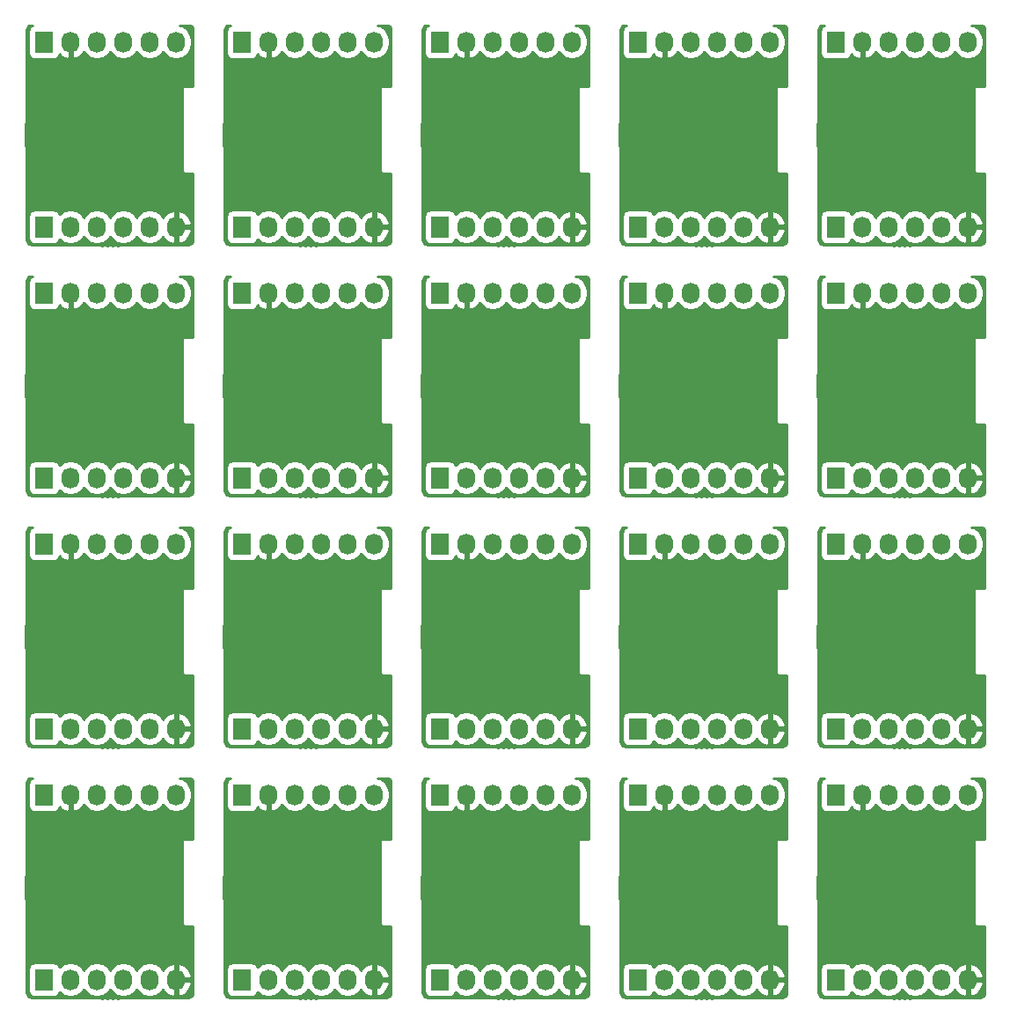
<source format=gbl>
G04 #@! TF.FileFunction,Copper,L2,Bot,Signal*
%FSLAX46Y46*%
G04 Gerber Fmt 4.6, Leading zero omitted, Abs format (unit mm)*
G04 Created by KiCad (PCBNEW 4.1.0-alpha+201608131231+7028~46~ubuntu16.04.1-product) date Sat Aug 27 16:11:23 2016*
%MOMM*%
%LPD*%
G01*
G04 APERTURE LIST*
%ADD10C,0.100000*%
%ADD11C,0.600000*%
%ADD12R,1.727200X2.032000*%
%ADD13O,1.727200X2.032000*%
%ADD14C,0.254000*%
G04 APERTURE END LIST*
D10*
D11*
X95105000Y-95490000D03*
X95740000Y-94855000D03*
X95105000Y-94220000D03*
X95740000Y-96125000D03*
X95740000Y-98665000D03*
X95740000Y-99935000D03*
X95105000Y-99300000D03*
X114790000Y-99935000D03*
X114790000Y-97395000D03*
X114155000Y-99300000D03*
X114790000Y-98665000D03*
X114155000Y-96760000D03*
X114155000Y-95490000D03*
X114155000Y-98030000D03*
X114155000Y-94220000D03*
X114790000Y-93585000D03*
X114790000Y-94855000D03*
X114790000Y-96125000D03*
D12*
X102110000Y-89100000D03*
D13*
X104650000Y-89100000D03*
X107190000Y-89100000D03*
X109730000Y-89100000D03*
X112270000Y-89100000D03*
X114810000Y-89100000D03*
D11*
X114790000Y-101205000D03*
X114155000Y-100570000D03*
X115425000Y-103745000D03*
X114155000Y-101840000D03*
D12*
X102110000Y-106880000D03*
D13*
X104650000Y-106880000D03*
X107190000Y-106880000D03*
X109730000Y-106880000D03*
X112270000Y-106880000D03*
X114810000Y-106880000D03*
D11*
X115425000Y-79615000D03*
X114155000Y-72630000D03*
X114790000Y-73265000D03*
X114155000Y-77710000D03*
X114155000Y-75170000D03*
X114155000Y-76440000D03*
X114790000Y-75805000D03*
X114790000Y-77075000D03*
X115425000Y-92950000D03*
X114790000Y-92315000D03*
X116060000Y-92315000D03*
X114155000Y-92950000D03*
X115425000Y-68820000D03*
X114155000Y-68820000D03*
X114790000Y-68185000D03*
D12*
X102110000Y-64970000D03*
D13*
X104650000Y-64970000D03*
X107190000Y-64970000D03*
X109730000Y-64970000D03*
X112270000Y-64970000D03*
X114810000Y-64970000D03*
D11*
X116060000Y-68185000D03*
X114155000Y-73900000D03*
D12*
X102110000Y-82750000D03*
D13*
X104650000Y-82750000D03*
X107190000Y-82750000D03*
X109730000Y-82750000D03*
X112270000Y-82750000D03*
X114810000Y-82750000D03*
D11*
X114790000Y-74535000D03*
X114155000Y-71360000D03*
X114790000Y-70725000D03*
X114790000Y-69455000D03*
X114790000Y-71995000D03*
X114155000Y-70090000D03*
X96375000Y-92950000D03*
X97010000Y-92315000D03*
X95105000Y-92950000D03*
X95740000Y-93585000D03*
X95740000Y-92315000D03*
D12*
X83060000Y-89100000D03*
D13*
X85600000Y-89100000D03*
X88140000Y-89100000D03*
X90680000Y-89100000D03*
X93220000Y-89100000D03*
X95760000Y-89100000D03*
D11*
X95105000Y-96760000D03*
D12*
X83060000Y-106880000D03*
D13*
X85600000Y-106880000D03*
X88140000Y-106880000D03*
X90680000Y-106880000D03*
X93220000Y-106880000D03*
X95760000Y-106880000D03*
D11*
X95105000Y-98030000D03*
X95740000Y-97395000D03*
X96375000Y-103745000D03*
X95105000Y-101840000D03*
X95105000Y-100570000D03*
X95740000Y-101205000D03*
X76055000Y-95490000D03*
X76055000Y-94220000D03*
X76690000Y-93585000D03*
X76690000Y-94855000D03*
X76055000Y-92950000D03*
X77325000Y-92950000D03*
X77960000Y-92315000D03*
X76690000Y-92315000D03*
X76690000Y-99935000D03*
X76690000Y-101205000D03*
X76055000Y-99300000D03*
X76055000Y-100570000D03*
X76690000Y-97395000D03*
X76690000Y-98665000D03*
X76055000Y-98030000D03*
X95740000Y-74535000D03*
X95740000Y-71995000D03*
D12*
X83060000Y-82750000D03*
D13*
X85600000Y-82750000D03*
X88140000Y-82750000D03*
X90680000Y-82750000D03*
X93220000Y-82750000D03*
X95760000Y-82750000D03*
D11*
X76055000Y-72630000D03*
X76690000Y-71995000D03*
X76055000Y-71360000D03*
X95105000Y-73900000D03*
X95105000Y-71360000D03*
X95105000Y-75170000D03*
X95105000Y-72630000D03*
X95740000Y-73265000D03*
X95105000Y-70090000D03*
X95740000Y-69455000D03*
X95740000Y-70725000D03*
X76690000Y-70725000D03*
X76055000Y-70090000D03*
X76690000Y-69455000D03*
X77325000Y-68820000D03*
X76690000Y-68185000D03*
X76055000Y-68820000D03*
X77960000Y-68185000D03*
X95740000Y-77075000D03*
X95105000Y-77710000D03*
X95105000Y-76440000D03*
X96375000Y-79615000D03*
X95740000Y-75805000D03*
D12*
X83060000Y-64970000D03*
D13*
X85600000Y-64970000D03*
X88140000Y-64970000D03*
X90680000Y-64970000D03*
X93220000Y-64970000D03*
X95760000Y-64970000D03*
D11*
X97010000Y-68185000D03*
X95740000Y-68185000D03*
X96375000Y-68820000D03*
X95105000Y-68820000D03*
X38590000Y-71995000D03*
X38590000Y-69455000D03*
X38590000Y-70725000D03*
X37955000Y-70090000D03*
X37955000Y-72630000D03*
X38590000Y-73265000D03*
X37955000Y-68820000D03*
X39860000Y-68185000D03*
X38590000Y-68185000D03*
X37955000Y-71360000D03*
X39225000Y-68820000D03*
D12*
X25910000Y-64970000D03*
D13*
X28450000Y-64970000D03*
X30990000Y-64970000D03*
X33530000Y-64970000D03*
X36070000Y-64970000D03*
X38610000Y-64970000D03*
D11*
X38590000Y-77075000D03*
X37955000Y-76440000D03*
X37955000Y-75170000D03*
X39225000Y-79615000D03*
X37955000Y-77710000D03*
X38590000Y-75805000D03*
X38590000Y-74535000D03*
X37955000Y-73900000D03*
D12*
X25910000Y-82750000D03*
D13*
X28450000Y-82750000D03*
X30990000Y-82750000D03*
X33530000Y-82750000D03*
X36070000Y-82750000D03*
X38610000Y-82750000D03*
D12*
X44960000Y-64970000D03*
D13*
X47500000Y-64970000D03*
X50040000Y-64970000D03*
X52580000Y-64970000D03*
X55120000Y-64970000D03*
X57660000Y-64970000D03*
D11*
X57640000Y-74535000D03*
X57005000Y-73900000D03*
D12*
X44960000Y-106880000D03*
D13*
X47500000Y-106880000D03*
X50040000Y-106880000D03*
X52580000Y-106880000D03*
X55120000Y-106880000D03*
X57660000Y-106880000D03*
D11*
X58275000Y-103745000D03*
X57640000Y-101205000D03*
X57640000Y-99935000D03*
X57640000Y-98665000D03*
X57640000Y-97395000D03*
X57640000Y-92315000D03*
X58910000Y-92315000D03*
X58275000Y-92950000D03*
X57640000Y-96125000D03*
D12*
X64010000Y-89100000D03*
D13*
X66550000Y-89100000D03*
X69090000Y-89100000D03*
X71630000Y-89100000D03*
X74170000Y-89100000D03*
X76710000Y-89100000D03*
D11*
X76055000Y-96760000D03*
X76690000Y-96125000D03*
D12*
X64010000Y-106880000D03*
D13*
X66550000Y-106880000D03*
X69090000Y-106880000D03*
X71630000Y-106880000D03*
X74170000Y-106880000D03*
X76710000Y-106880000D03*
D11*
X76055000Y-101840000D03*
X77325000Y-103745000D03*
X57005000Y-76440000D03*
X58275000Y-79615000D03*
X57005000Y-77710000D03*
X57640000Y-75805000D03*
X57640000Y-77075000D03*
X57005000Y-75170000D03*
X57005000Y-72630000D03*
X76055000Y-73900000D03*
X76690000Y-73265000D03*
X76690000Y-74535000D03*
X76055000Y-75170000D03*
X57640000Y-71995000D03*
X57640000Y-73265000D03*
X58910000Y-68185000D03*
X57005000Y-68820000D03*
X57640000Y-68185000D03*
X57640000Y-69455000D03*
X58275000Y-68820000D03*
X57640000Y-70725000D03*
X57005000Y-70090000D03*
X57005000Y-71360000D03*
X77325000Y-79615000D03*
D12*
X64010000Y-82750000D03*
D13*
X66550000Y-82750000D03*
X69090000Y-82750000D03*
X71630000Y-82750000D03*
X74170000Y-82750000D03*
X76710000Y-82750000D03*
D12*
X64010000Y-64970000D03*
D13*
X66550000Y-64970000D03*
X69090000Y-64970000D03*
X71630000Y-64970000D03*
X74170000Y-64970000D03*
X76710000Y-64970000D03*
D11*
X76055000Y-77710000D03*
X76055000Y-76440000D03*
X76690000Y-77075000D03*
X76690000Y-75805000D03*
X39225000Y-103745000D03*
D12*
X25910000Y-106880000D03*
D13*
X28450000Y-106880000D03*
X30990000Y-106880000D03*
X33530000Y-106880000D03*
X36070000Y-106880000D03*
X38610000Y-106880000D03*
D11*
X38590000Y-93585000D03*
X38590000Y-101205000D03*
X37955000Y-100570000D03*
X37955000Y-101840000D03*
X38590000Y-99935000D03*
X38590000Y-98665000D03*
X37955000Y-99300000D03*
X37955000Y-98030000D03*
D12*
X25910000Y-89100000D03*
D13*
X28450000Y-89100000D03*
X30990000Y-89100000D03*
X33530000Y-89100000D03*
X36070000Y-89100000D03*
X38610000Y-89100000D03*
D11*
X39860000Y-92315000D03*
X37955000Y-92950000D03*
X38590000Y-92315000D03*
X39225000Y-92950000D03*
X38590000Y-96125000D03*
X38590000Y-94855000D03*
X37955000Y-95490000D03*
X37955000Y-94220000D03*
X38590000Y-97395000D03*
X37955000Y-96760000D03*
X57005000Y-101840000D03*
X57005000Y-95490000D03*
X57005000Y-99300000D03*
X57005000Y-96760000D03*
X57005000Y-98030000D03*
D12*
X44960000Y-82750000D03*
D13*
X47500000Y-82750000D03*
X50040000Y-82750000D03*
X52580000Y-82750000D03*
X55120000Y-82750000D03*
X57660000Y-82750000D03*
D12*
X44960000Y-89100000D03*
D13*
X47500000Y-89100000D03*
X50040000Y-89100000D03*
X52580000Y-89100000D03*
X55120000Y-89100000D03*
X57660000Y-89100000D03*
D11*
X57005000Y-92950000D03*
X57640000Y-94855000D03*
X57640000Y-93585000D03*
X57005000Y-94220000D03*
X57005000Y-100570000D03*
X114790000Y-122795000D03*
X114155000Y-122160000D03*
X114155000Y-120890000D03*
X114155000Y-119620000D03*
X114155000Y-118350000D03*
X114790000Y-117715000D03*
X114790000Y-118985000D03*
X114790000Y-120255000D03*
X114790000Y-121525000D03*
X115425000Y-117080000D03*
D12*
X102110000Y-131010000D03*
D13*
X104650000Y-131010000D03*
X107190000Y-131010000D03*
X109730000Y-131010000D03*
X112270000Y-131010000D03*
X114810000Y-131010000D03*
D11*
X115425000Y-127875000D03*
X114155000Y-125970000D03*
X114155000Y-123430000D03*
X114155000Y-124700000D03*
X114790000Y-125335000D03*
X114790000Y-124065000D03*
X116060000Y-116445000D03*
X114155000Y-117080000D03*
X114790000Y-116445000D03*
D12*
X102110000Y-113230000D03*
D13*
X104650000Y-113230000D03*
X107190000Y-113230000D03*
X109730000Y-113230000D03*
X112270000Y-113230000D03*
X114810000Y-113230000D03*
D11*
X39225000Y-117080000D03*
X39860000Y-116445000D03*
X37955000Y-117080000D03*
X38590000Y-116445000D03*
X38590000Y-125335000D03*
X37955000Y-123430000D03*
X37955000Y-124700000D03*
X37955000Y-122160000D03*
D12*
X25910000Y-131010000D03*
D13*
X28450000Y-131010000D03*
X30990000Y-131010000D03*
X33530000Y-131010000D03*
X36070000Y-131010000D03*
X38610000Y-131010000D03*
D11*
X39225000Y-127875000D03*
X37955000Y-125970000D03*
X38590000Y-124065000D03*
X38590000Y-122795000D03*
X37955000Y-119620000D03*
X37955000Y-118350000D03*
X37955000Y-120890000D03*
D12*
X25910000Y-113230000D03*
D13*
X28450000Y-113230000D03*
X30990000Y-113230000D03*
X33530000Y-113230000D03*
X36070000Y-113230000D03*
X38610000Y-113230000D03*
D11*
X38590000Y-121525000D03*
X38590000Y-117715000D03*
X38590000Y-118985000D03*
X38590000Y-120255000D03*
X57005000Y-124700000D03*
X57005000Y-125970000D03*
X57640000Y-125335000D03*
X57005000Y-123430000D03*
X58275000Y-127875000D03*
X57640000Y-124065000D03*
X58910000Y-116445000D03*
X57005000Y-117080000D03*
X57640000Y-116445000D03*
X58275000Y-117080000D03*
D12*
X44960000Y-113230000D03*
D13*
X47500000Y-113230000D03*
X50040000Y-113230000D03*
X52580000Y-113230000D03*
X55120000Y-113230000D03*
X57660000Y-113230000D03*
D11*
X57640000Y-122795000D03*
X57005000Y-120890000D03*
X57640000Y-121525000D03*
X57005000Y-122160000D03*
X57640000Y-117715000D03*
D12*
X44960000Y-131010000D03*
D13*
X47500000Y-131010000D03*
X50040000Y-131010000D03*
X52580000Y-131010000D03*
X55120000Y-131010000D03*
X57660000Y-131010000D03*
D11*
X76690000Y-118985000D03*
X76055000Y-118350000D03*
X76690000Y-120255000D03*
X76055000Y-119620000D03*
X76690000Y-117715000D03*
X76690000Y-116445000D03*
X77325000Y-117080000D03*
X76055000Y-117080000D03*
X77960000Y-116445000D03*
D12*
X64010000Y-113230000D03*
D13*
X66550000Y-113230000D03*
X69090000Y-113230000D03*
X71630000Y-113230000D03*
X74170000Y-113230000D03*
X76710000Y-113230000D03*
D11*
X76055000Y-125970000D03*
D12*
X64010000Y-131010000D03*
D13*
X66550000Y-131010000D03*
X69090000Y-131010000D03*
X71630000Y-131010000D03*
X74170000Y-131010000D03*
X76710000Y-131010000D03*
D11*
X77325000Y-127875000D03*
X76055000Y-124700000D03*
X76690000Y-125335000D03*
X76690000Y-124065000D03*
X76055000Y-123430000D03*
X76055000Y-122160000D03*
X76690000Y-121525000D03*
X76690000Y-122795000D03*
X76055000Y-120890000D03*
X57640000Y-118985000D03*
X57640000Y-120255000D03*
X57005000Y-118350000D03*
X57005000Y-119620000D03*
D12*
X83060000Y-131010000D03*
D13*
X85600000Y-131010000D03*
X88140000Y-131010000D03*
X90680000Y-131010000D03*
X93220000Y-131010000D03*
X95760000Y-131010000D03*
D12*
X83060000Y-113230000D03*
D13*
X85600000Y-113230000D03*
X88140000Y-113230000D03*
X90680000Y-113230000D03*
X93220000Y-113230000D03*
X95760000Y-113230000D03*
D11*
X95740000Y-116445000D03*
X96375000Y-117080000D03*
X97010000Y-116445000D03*
X95105000Y-117080000D03*
X95105000Y-120890000D03*
X95740000Y-125335000D03*
X95105000Y-125970000D03*
X95740000Y-124065000D03*
X95105000Y-124700000D03*
X95740000Y-120255000D03*
X95105000Y-118350000D03*
X95740000Y-118985000D03*
X95740000Y-117715000D03*
X95105000Y-119620000D03*
X95105000Y-123430000D03*
X95740000Y-121525000D03*
X96375000Y-127875000D03*
X95740000Y-122795000D03*
X95105000Y-122160000D03*
X114155000Y-142480000D03*
X114155000Y-146290000D03*
X114155000Y-145020000D03*
X114155000Y-143750000D03*
X114155000Y-147560000D03*
X114790000Y-149465000D03*
X114155000Y-148830000D03*
X114155000Y-150100000D03*
X115425000Y-152005000D03*
D12*
X102110000Y-155140000D03*
D13*
X104650000Y-155140000D03*
X107190000Y-155140000D03*
X109730000Y-155140000D03*
X112270000Y-155140000D03*
X114810000Y-155140000D03*
D11*
X114790000Y-140575000D03*
X116060000Y-140575000D03*
X114790000Y-144385000D03*
D12*
X102110000Y-137360000D03*
D13*
X104650000Y-137360000D03*
X107190000Y-137360000D03*
X109730000Y-137360000D03*
X112270000Y-137360000D03*
X114810000Y-137360000D03*
D11*
X115425000Y-141210000D03*
X114155000Y-141210000D03*
X114790000Y-141845000D03*
X114790000Y-143115000D03*
X114790000Y-148195000D03*
X114790000Y-145655000D03*
X114790000Y-146925000D03*
X77960000Y-140575000D03*
X76690000Y-140575000D03*
D12*
X64010000Y-137360000D03*
D13*
X66550000Y-137360000D03*
X69090000Y-137360000D03*
X71630000Y-137360000D03*
X74170000Y-137360000D03*
X76710000Y-137360000D03*
D11*
X76690000Y-143115000D03*
X76055000Y-143750000D03*
X76690000Y-144385000D03*
X76055000Y-142480000D03*
X76690000Y-141845000D03*
X76055000Y-148830000D03*
X77325000Y-141210000D03*
X76055000Y-141210000D03*
X76055000Y-146290000D03*
X76055000Y-145020000D03*
X76055000Y-147560000D03*
X77325000Y-152005000D03*
X76055000Y-150100000D03*
D12*
X64010000Y-155140000D03*
D13*
X66550000Y-155140000D03*
X69090000Y-155140000D03*
X71630000Y-155140000D03*
X74170000Y-155140000D03*
X76710000Y-155140000D03*
D11*
X95740000Y-145655000D03*
X95105000Y-146290000D03*
X95740000Y-146925000D03*
X95105000Y-145020000D03*
X95740000Y-144385000D03*
X95105000Y-143750000D03*
X95105000Y-142480000D03*
X95740000Y-143115000D03*
X95740000Y-141845000D03*
D12*
X83060000Y-137360000D03*
D13*
X85600000Y-137360000D03*
X88140000Y-137360000D03*
X90680000Y-137360000D03*
X93220000Y-137360000D03*
X95760000Y-137360000D03*
D11*
X95105000Y-141210000D03*
X95740000Y-140575000D03*
X96375000Y-141210000D03*
X97010000Y-140575000D03*
X95740000Y-149465000D03*
X95105000Y-148830000D03*
X95105000Y-147560000D03*
X95740000Y-148195000D03*
X95105000Y-150100000D03*
D12*
X83060000Y-155140000D03*
D13*
X85600000Y-155140000D03*
X88140000Y-155140000D03*
X90680000Y-155140000D03*
X93220000Y-155140000D03*
X95760000Y-155140000D03*
D11*
X96375000Y-152005000D03*
X76690000Y-149465000D03*
X76690000Y-148195000D03*
X76690000Y-146925000D03*
X76690000Y-145655000D03*
X57640000Y-149465000D03*
X57640000Y-148195000D03*
X57005000Y-145020000D03*
X57005000Y-148830000D03*
X57005000Y-150100000D03*
D12*
X44960000Y-155140000D03*
D13*
X47500000Y-155140000D03*
X50040000Y-155140000D03*
X52580000Y-155140000D03*
X55120000Y-155140000D03*
X57660000Y-155140000D03*
D11*
X58275000Y-152005000D03*
X57640000Y-144385000D03*
X57640000Y-143115000D03*
X57005000Y-142480000D03*
X57005000Y-143750000D03*
X57640000Y-141845000D03*
X57640000Y-146925000D03*
X57640000Y-145655000D03*
X57005000Y-147560000D03*
X57005000Y-146290000D03*
D12*
X44960000Y-137360000D03*
D13*
X47500000Y-137360000D03*
X50040000Y-137360000D03*
X52580000Y-137360000D03*
X55120000Y-137360000D03*
X57660000Y-137360000D03*
D11*
X58910000Y-140575000D03*
X57005000Y-141210000D03*
X57640000Y-140575000D03*
X58275000Y-141210000D03*
X39225000Y-152005000D03*
X38590000Y-140575000D03*
X39860000Y-140575000D03*
X37955000Y-150100000D03*
X37955000Y-148830000D03*
X37955000Y-147560000D03*
X37955000Y-146290000D03*
X37955000Y-145020000D03*
X37955000Y-143750000D03*
X37955000Y-142480000D03*
X37955000Y-141210000D03*
X39225000Y-141210000D03*
X38590000Y-141845000D03*
X38590000Y-143115000D03*
X38590000Y-144385000D03*
X38590000Y-145655000D03*
X38590000Y-146925000D03*
X38590000Y-148195000D03*
D12*
X25910000Y-155140000D03*
D13*
X28450000Y-155140000D03*
X30990000Y-155140000D03*
X33530000Y-155140000D03*
X36070000Y-155140000D03*
X38610000Y-155140000D03*
D12*
X25910000Y-137360000D03*
D13*
X28450000Y-137360000D03*
X30990000Y-137360000D03*
X33530000Y-137360000D03*
X36070000Y-137360000D03*
X38610000Y-137360000D03*
D11*
X38590000Y-149465000D03*
D14*
G36*
X24798635Y-135745843D02*
X24588591Y-135886191D01*
X24448243Y-136096235D01*
X24398960Y-136344000D01*
X24398960Y-138376000D01*
X24448243Y-138623765D01*
X24588591Y-138833809D01*
X24798635Y-138974157D01*
X25046400Y-139023440D01*
X26773600Y-139023440D01*
X27021365Y-138974157D01*
X27231409Y-138833809D01*
X27371757Y-138623765D01*
X27389694Y-138533590D01*
X27547964Y-138710732D01*
X28075209Y-138964709D01*
X28090974Y-138967358D01*
X28323000Y-138846217D01*
X28323000Y-137487000D01*
X28303000Y-137487000D01*
X28303000Y-137233000D01*
X28323000Y-137233000D01*
X28323000Y-137213000D01*
X28577000Y-137213000D01*
X28577000Y-137233000D01*
X28597000Y-137233000D01*
X28597000Y-137487000D01*
X28577000Y-137487000D01*
X28577000Y-138846217D01*
X28809026Y-138967358D01*
X28824791Y-138964709D01*
X29352036Y-138710732D01*
X29723539Y-138294931D01*
X29930330Y-138604415D01*
X30416511Y-138929271D01*
X30990000Y-139043345D01*
X31563489Y-138929271D01*
X32049670Y-138604415D01*
X32260000Y-138289634D01*
X32470330Y-138604415D01*
X32956511Y-138929271D01*
X33530000Y-139043345D01*
X34103489Y-138929271D01*
X34589670Y-138604415D01*
X34800000Y-138289634D01*
X35010330Y-138604415D01*
X35496511Y-138929271D01*
X36070000Y-139043345D01*
X36643489Y-138929271D01*
X37129670Y-138604415D01*
X37340000Y-138289634D01*
X37550330Y-138604415D01*
X38036511Y-138929271D01*
X38610000Y-139043345D01*
X39183489Y-138929271D01*
X39669670Y-138604415D01*
X39994526Y-138118234D01*
X40108600Y-137544745D01*
X40108600Y-137175255D01*
X39994526Y-136601766D01*
X39669670Y-136115585D01*
X39183489Y-135790729D01*
X38953594Y-135745000D01*
X39772835Y-135745000D01*
X40000699Y-135790325D01*
X40119977Y-135870024D01*
X40199675Y-135989300D01*
X40245000Y-136217164D01*
X40245000Y-141591000D01*
X39352000Y-141591000D01*
X39303399Y-141600667D01*
X39262197Y-141628197D01*
X39234667Y-141669399D01*
X39225000Y-141718000D01*
X39225000Y-149846000D01*
X39234667Y-149894601D01*
X39262197Y-149935803D01*
X39303399Y-149963333D01*
X39352000Y-149973000D01*
X40245000Y-149973000D01*
X40245000Y-156362836D01*
X40199675Y-156590700D01*
X40119977Y-156709976D01*
X40000699Y-156789675D01*
X39772835Y-156835000D01*
X33510000Y-156835000D01*
X33208588Y-156894955D01*
X33104539Y-156894864D01*
X33010124Y-156933875D01*
X32916831Y-156895137D01*
X32604539Y-156894864D01*
X32510124Y-156933875D01*
X32416831Y-156895137D01*
X32104539Y-156894864D01*
X32010124Y-156933875D01*
X31916831Y-156895137D01*
X31604539Y-156894864D01*
X31510124Y-156933875D01*
X31416831Y-156895137D01*
X31271690Y-156895010D01*
X30970000Y-156835000D01*
X24707164Y-156835000D01*
X24479300Y-156789675D01*
X24360024Y-156709977D01*
X24280325Y-156590699D01*
X24235000Y-156362835D01*
X24235000Y-154124000D01*
X24398960Y-154124000D01*
X24398960Y-156156000D01*
X24448243Y-156403765D01*
X24588591Y-156613809D01*
X24798635Y-156754157D01*
X25046400Y-156803440D01*
X26773600Y-156803440D01*
X27021365Y-156754157D01*
X27231409Y-156613809D01*
X27371757Y-156403765D01*
X27378984Y-156367434D01*
X27390330Y-156384415D01*
X27876511Y-156709271D01*
X28450000Y-156823345D01*
X29023489Y-156709271D01*
X29509670Y-156384415D01*
X29720000Y-156069634D01*
X29930330Y-156384415D01*
X30416511Y-156709271D01*
X30990000Y-156823345D01*
X31563489Y-156709271D01*
X32049670Y-156384415D01*
X32260000Y-156069634D01*
X32470330Y-156384415D01*
X32956511Y-156709271D01*
X33530000Y-156823345D01*
X34103489Y-156709271D01*
X34589670Y-156384415D01*
X34800000Y-156069634D01*
X35010330Y-156384415D01*
X35496511Y-156709271D01*
X36070000Y-156823345D01*
X36643489Y-156709271D01*
X37129670Y-156384415D01*
X37336461Y-156074931D01*
X37707964Y-156490732D01*
X38235209Y-156744709D01*
X38250974Y-156747358D01*
X38483000Y-156626217D01*
X38483000Y-155267000D01*
X38737000Y-155267000D01*
X38737000Y-156626217D01*
X38969026Y-156747358D01*
X38984791Y-156744709D01*
X39512036Y-156490732D01*
X39901954Y-156054320D01*
X40095184Y-155501913D01*
X39950924Y-155267000D01*
X38737000Y-155267000D01*
X38483000Y-155267000D01*
X38463000Y-155267000D01*
X38463000Y-155013000D01*
X38483000Y-155013000D01*
X38483000Y-153653783D01*
X38737000Y-153653783D01*
X38737000Y-155013000D01*
X39950924Y-155013000D01*
X40095184Y-154778087D01*
X39901954Y-154225680D01*
X39512036Y-153789268D01*
X38984791Y-153535291D01*
X38969026Y-153532642D01*
X38737000Y-153653783D01*
X38483000Y-153653783D01*
X38250974Y-153532642D01*
X38235209Y-153535291D01*
X37707964Y-153789268D01*
X37336461Y-154205069D01*
X37129670Y-153895585D01*
X36643489Y-153570729D01*
X36070000Y-153456655D01*
X35496511Y-153570729D01*
X35010330Y-153895585D01*
X34800000Y-154210366D01*
X34589670Y-153895585D01*
X34103489Y-153570729D01*
X33530000Y-153456655D01*
X32956511Y-153570729D01*
X32470330Y-153895585D01*
X32260000Y-154210366D01*
X32049670Y-153895585D01*
X31563489Y-153570729D01*
X30990000Y-153456655D01*
X30416511Y-153570729D01*
X29930330Y-153895585D01*
X29720000Y-154210366D01*
X29509670Y-153895585D01*
X29023489Y-153570729D01*
X28450000Y-153456655D01*
X27876511Y-153570729D01*
X27390330Y-153895585D01*
X27378984Y-153912566D01*
X27371757Y-153876235D01*
X27231409Y-153666191D01*
X27021365Y-153525843D01*
X26773600Y-153476560D01*
X25046400Y-153476560D01*
X24798635Y-153525843D01*
X24588591Y-153666191D01*
X24448243Y-153876235D01*
X24398960Y-154124000D01*
X24235000Y-154124000D01*
X24235000Y-147560000D01*
X24167633Y-147221325D01*
X24155042Y-147202481D01*
X24155136Y-147094539D01*
X24116125Y-147000124D01*
X24154863Y-146906831D01*
X24155136Y-146594539D01*
X24116125Y-146500124D01*
X24154863Y-146406831D01*
X24155136Y-146094539D01*
X24116125Y-146000124D01*
X24154863Y-145906831D01*
X24155136Y-145594539D01*
X24116125Y-145500124D01*
X24154863Y-145406831D01*
X24154888Y-145377749D01*
X24167633Y-145358675D01*
X24235000Y-145020000D01*
X24235000Y-136217165D01*
X24280325Y-135989301D01*
X24360024Y-135870023D01*
X24479300Y-135790325D01*
X24707164Y-135745000D01*
X24802873Y-135745000D01*
X24798635Y-135745843D01*
X24798635Y-135745843D01*
G37*
X24798635Y-135745843D02*
X24588591Y-135886191D01*
X24448243Y-136096235D01*
X24398960Y-136344000D01*
X24398960Y-138376000D01*
X24448243Y-138623765D01*
X24588591Y-138833809D01*
X24798635Y-138974157D01*
X25046400Y-139023440D01*
X26773600Y-139023440D01*
X27021365Y-138974157D01*
X27231409Y-138833809D01*
X27371757Y-138623765D01*
X27389694Y-138533590D01*
X27547964Y-138710732D01*
X28075209Y-138964709D01*
X28090974Y-138967358D01*
X28323000Y-138846217D01*
X28323000Y-137487000D01*
X28303000Y-137487000D01*
X28303000Y-137233000D01*
X28323000Y-137233000D01*
X28323000Y-137213000D01*
X28577000Y-137213000D01*
X28577000Y-137233000D01*
X28597000Y-137233000D01*
X28597000Y-137487000D01*
X28577000Y-137487000D01*
X28577000Y-138846217D01*
X28809026Y-138967358D01*
X28824791Y-138964709D01*
X29352036Y-138710732D01*
X29723539Y-138294931D01*
X29930330Y-138604415D01*
X30416511Y-138929271D01*
X30990000Y-139043345D01*
X31563489Y-138929271D01*
X32049670Y-138604415D01*
X32260000Y-138289634D01*
X32470330Y-138604415D01*
X32956511Y-138929271D01*
X33530000Y-139043345D01*
X34103489Y-138929271D01*
X34589670Y-138604415D01*
X34800000Y-138289634D01*
X35010330Y-138604415D01*
X35496511Y-138929271D01*
X36070000Y-139043345D01*
X36643489Y-138929271D01*
X37129670Y-138604415D01*
X37340000Y-138289634D01*
X37550330Y-138604415D01*
X38036511Y-138929271D01*
X38610000Y-139043345D01*
X39183489Y-138929271D01*
X39669670Y-138604415D01*
X39994526Y-138118234D01*
X40108600Y-137544745D01*
X40108600Y-137175255D01*
X39994526Y-136601766D01*
X39669670Y-136115585D01*
X39183489Y-135790729D01*
X38953594Y-135745000D01*
X39772835Y-135745000D01*
X40000699Y-135790325D01*
X40119977Y-135870024D01*
X40199675Y-135989300D01*
X40245000Y-136217164D01*
X40245000Y-141591000D01*
X39352000Y-141591000D01*
X39303399Y-141600667D01*
X39262197Y-141628197D01*
X39234667Y-141669399D01*
X39225000Y-141718000D01*
X39225000Y-149846000D01*
X39234667Y-149894601D01*
X39262197Y-149935803D01*
X39303399Y-149963333D01*
X39352000Y-149973000D01*
X40245000Y-149973000D01*
X40245000Y-156362836D01*
X40199675Y-156590700D01*
X40119977Y-156709976D01*
X40000699Y-156789675D01*
X39772835Y-156835000D01*
X33510000Y-156835000D01*
X33208588Y-156894955D01*
X33104539Y-156894864D01*
X33010124Y-156933875D01*
X32916831Y-156895137D01*
X32604539Y-156894864D01*
X32510124Y-156933875D01*
X32416831Y-156895137D01*
X32104539Y-156894864D01*
X32010124Y-156933875D01*
X31916831Y-156895137D01*
X31604539Y-156894864D01*
X31510124Y-156933875D01*
X31416831Y-156895137D01*
X31271690Y-156895010D01*
X30970000Y-156835000D01*
X24707164Y-156835000D01*
X24479300Y-156789675D01*
X24360024Y-156709977D01*
X24280325Y-156590699D01*
X24235000Y-156362835D01*
X24235000Y-154124000D01*
X24398960Y-154124000D01*
X24398960Y-156156000D01*
X24448243Y-156403765D01*
X24588591Y-156613809D01*
X24798635Y-156754157D01*
X25046400Y-156803440D01*
X26773600Y-156803440D01*
X27021365Y-156754157D01*
X27231409Y-156613809D01*
X27371757Y-156403765D01*
X27378984Y-156367434D01*
X27390330Y-156384415D01*
X27876511Y-156709271D01*
X28450000Y-156823345D01*
X29023489Y-156709271D01*
X29509670Y-156384415D01*
X29720000Y-156069634D01*
X29930330Y-156384415D01*
X30416511Y-156709271D01*
X30990000Y-156823345D01*
X31563489Y-156709271D01*
X32049670Y-156384415D01*
X32260000Y-156069634D01*
X32470330Y-156384415D01*
X32956511Y-156709271D01*
X33530000Y-156823345D01*
X34103489Y-156709271D01*
X34589670Y-156384415D01*
X34800000Y-156069634D01*
X35010330Y-156384415D01*
X35496511Y-156709271D01*
X36070000Y-156823345D01*
X36643489Y-156709271D01*
X37129670Y-156384415D01*
X37336461Y-156074931D01*
X37707964Y-156490732D01*
X38235209Y-156744709D01*
X38250974Y-156747358D01*
X38483000Y-156626217D01*
X38483000Y-155267000D01*
X38737000Y-155267000D01*
X38737000Y-156626217D01*
X38969026Y-156747358D01*
X38984791Y-156744709D01*
X39512036Y-156490732D01*
X39901954Y-156054320D01*
X40095184Y-155501913D01*
X39950924Y-155267000D01*
X38737000Y-155267000D01*
X38483000Y-155267000D01*
X38463000Y-155267000D01*
X38463000Y-155013000D01*
X38483000Y-155013000D01*
X38483000Y-153653783D01*
X38737000Y-153653783D01*
X38737000Y-155013000D01*
X39950924Y-155013000D01*
X40095184Y-154778087D01*
X39901954Y-154225680D01*
X39512036Y-153789268D01*
X38984791Y-153535291D01*
X38969026Y-153532642D01*
X38737000Y-153653783D01*
X38483000Y-153653783D01*
X38250974Y-153532642D01*
X38235209Y-153535291D01*
X37707964Y-153789268D01*
X37336461Y-154205069D01*
X37129670Y-153895585D01*
X36643489Y-153570729D01*
X36070000Y-153456655D01*
X35496511Y-153570729D01*
X35010330Y-153895585D01*
X34800000Y-154210366D01*
X34589670Y-153895585D01*
X34103489Y-153570729D01*
X33530000Y-153456655D01*
X32956511Y-153570729D01*
X32470330Y-153895585D01*
X32260000Y-154210366D01*
X32049670Y-153895585D01*
X31563489Y-153570729D01*
X30990000Y-153456655D01*
X30416511Y-153570729D01*
X29930330Y-153895585D01*
X29720000Y-154210366D01*
X29509670Y-153895585D01*
X29023489Y-153570729D01*
X28450000Y-153456655D01*
X27876511Y-153570729D01*
X27390330Y-153895585D01*
X27378984Y-153912566D01*
X27371757Y-153876235D01*
X27231409Y-153666191D01*
X27021365Y-153525843D01*
X26773600Y-153476560D01*
X25046400Y-153476560D01*
X24798635Y-153525843D01*
X24588591Y-153666191D01*
X24448243Y-153876235D01*
X24398960Y-154124000D01*
X24235000Y-154124000D01*
X24235000Y-147560000D01*
X24167633Y-147221325D01*
X24155042Y-147202481D01*
X24155136Y-147094539D01*
X24116125Y-147000124D01*
X24154863Y-146906831D01*
X24155136Y-146594539D01*
X24116125Y-146500124D01*
X24154863Y-146406831D01*
X24155136Y-146094539D01*
X24116125Y-146000124D01*
X24154863Y-145906831D01*
X24155136Y-145594539D01*
X24116125Y-145500124D01*
X24154863Y-145406831D01*
X24154888Y-145377749D01*
X24167633Y-145358675D01*
X24235000Y-145020000D01*
X24235000Y-136217165D01*
X24280325Y-135989301D01*
X24360024Y-135870023D01*
X24479300Y-135790325D01*
X24707164Y-135745000D01*
X24802873Y-135745000D01*
X24798635Y-135745843D01*
G36*
X43848635Y-135745843D02*
X43638591Y-135886191D01*
X43498243Y-136096235D01*
X43448960Y-136344000D01*
X43448960Y-138376000D01*
X43498243Y-138623765D01*
X43638591Y-138833809D01*
X43848635Y-138974157D01*
X44096400Y-139023440D01*
X45823600Y-139023440D01*
X46071365Y-138974157D01*
X46281409Y-138833809D01*
X46421757Y-138623765D01*
X46439694Y-138533590D01*
X46597964Y-138710732D01*
X47125209Y-138964709D01*
X47140974Y-138967358D01*
X47373000Y-138846217D01*
X47373000Y-137487000D01*
X47353000Y-137487000D01*
X47353000Y-137233000D01*
X47373000Y-137233000D01*
X47373000Y-137213000D01*
X47627000Y-137213000D01*
X47627000Y-137233000D01*
X47647000Y-137233000D01*
X47647000Y-137487000D01*
X47627000Y-137487000D01*
X47627000Y-138846217D01*
X47859026Y-138967358D01*
X47874791Y-138964709D01*
X48402036Y-138710732D01*
X48773539Y-138294931D01*
X48980330Y-138604415D01*
X49466511Y-138929271D01*
X50040000Y-139043345D01*
X50613489Y-138929271D01*
X51099670Y-138604415D01*
X51310000Y-138289634D01*
X51520330Y-138604415D01*
X52006511Y-138929271D01*
X52580000Y-139043345D01*
X53153489Y-138929271D01*
X53639670Y-138604415D01*
X53850000Y-138289634D01*
X54060330Y-138604415D01*
X54546511Y-138929271D01*
X55120000Y-139043345D01*
X55693489Y-138929271D01*
X56179670Y-138604415D01*
X56390000Y-138289634D01*
X56600330Y-138604415D01*
X57086511Y-138929271D01*
X57660000Y-139043345D01*
X58233489Y-138929271D01*
X58719670Y-138604415D01*
X59044526Y-138118234D01*
X59158600Y-137544745D01*
X59158600Y-137175255D01*
X59044526Y-136601766D01*
X58719670Y-136115585D01*
X58233489Y-135790729D01*
X58003594Y-135745000D01*
X58822835Y-135745000D01*
X59050699Y-135790325D01*
X59169977Y-135870024D01*
X59249675Y-135989300D01*
X59295000Y-136217164D01*
X59295000Y-141591000D01*
X58402000Y-141591000D01*
X58353399Y-141600667D01*
X58312197Y-141628197D01*
X58284667Y-141669399D01*
X58275000Y-141718000D01*
X58275000Y-149846000D01*
X58284667Y-149894601D01*
X58312197Y-149935803D01*
X58353399Y-149963333D01*
X58402000Y-149973000D01*
X59295000Y-149973000D01*
X59295000Y-156362836D01*
X59249675Y-156590700D01*
X59169977Y-156709976D01*
X59050699Y-156789675D01*
X58822835Y-156835000D01*
X52560000Y-156835000D01*
X52258588Y-156894955D01*
X52154539Y-156894864D01*
X52060124Y-156933875D01*
X51966831Y-156895137D01*
X51654539Y-156894864D01*
X51560124Y-156933875D01*
X51466831Y-156895137D01*
X51154539Y-156894864D01*
X51060124Y-156933875D01*
X50966831Y-156895137D01*
X50654539Y-156894864D01*
X50560124Y-156933875D01*
X50466831Y-156895137D01*
X50321690Y-156895010D01*
X50020000Y-156835000D01*
X43757164Y-156835000D01*
X43529300Y-156789675D01*
X43410024Y-156709977D01*
X43330325Y-156590699D01*
X43285000Y-156362835D01*
X43285000Y-154124000D01*
X43448960Y-154124000D01*
X43448960Y-156156000D01*
X43498243Y-156403765D01*
X43638591Y-156613809D01*
X43848635Y-156754157D01*
X44096400Y-156803440D01*
X45823600Y-156803440D01*
X46071365Y-156754157D01*
X46281409Y-156613809D01*
X46421757Y-156403765D01*
X46428984Y-156367434D01*
X46440330Y-156384415D01*
X46926511Y-156709271D01*
X47500000Y-156823345D01*
X48073489Y-156709271D01*
X48559670Y-156384415D01*
X48770000Y-156069634D01*
X48980330Y-156384415D01*
X49466511Y-156709271D01*
X50040000Y-156823345D01*
X50613489Y-156709271D01*
X51099670Y-156384415D01*
X51310000Y-156069634D01*
X51520330Y-156384415D01*
X52006511Y-156709271D01*
X52580000Y-156823345D01*
X53153489Y-156709271D01*
X53639670Y-156384415D01*
X53850000Y-156069634D01*
X54060330Y-156384415D01*
X54546511Y-156709271D01*
X55120000Y-156823345D01*
X55693489Y-156709271D01*
X56179670Y-156384415D01*
X56386461Y-156074931D01*
X56757964Y-156490732D01*
X57285209Y-156744709D01*
X57300974Y-156747358D01*
X57533000Y-156626217D01*
X57533000Y-155267000D01*
X57787000Y-155267000D01*
X57787000Y-156626217D01*
X58019026Y-156747358D01*
X58034791Y-156744709D01*
X58562036Y-156490732D01*
X58951954Y-156054320D01*
X59145184Y-155501913D01*
X59000924Y-155267000D01*
X57787000Y-155267000D01*
X57533000Y-155267000D01*
X57513000Y-155267000D01*
X57513000Y-155013000D01*
X57533000Y-155013000D01*
X57533000Y-153653783D01*
X57787000Y-153653783D01*
X57787000Y-155013000D01*
X59000924Y-155013000D01*
X59145184Y-154778087D01*
X58951954Y-154225680D01*
X58562036Y-153789268D01*
X58034791Y-153535291D01*
X58019026Y-153532642D01*
X57787000Y-153653783D01*
X57533000Y-153653783D01*
X57300974Y-153532642D01*
X57285209Y-153535291D01*
X56757964Y-153789268D01*
X56386461Y-154205069D01*
X56179670Y-153895585D01*
X55693489Y-153570729D01*
X55120000Y-153456655D01*
X54546511Y-153570729D01*
X54060330Y-153895585D01*
X53850000Y-154210366D01*
X53639670Y-153895585D01*
X53153489Y-153570729D01*
X52580000Y-153456655D01*
X52006511Y-153570729D01*
X51520330Y-153895585D01*
X51310000Y-154210366D01*
X51099670Y-153895585D01*
X50613489Y-153570729D01*
X50040000Y-153456655D01*
X49466511Y-153570729D01*
X48980330Y-153895585D01*
X48770000Y-154210366D01*
X48559670Y-153895585D01*
X48073489Y-153570729D01*
X47500000Y-153456655D01*
X46926511Y-153570729D01*
X46440330Y-153895585D01*
X46428984Y-153912566D01*
X46421757Y-153876235D01*
X46281409Y-153666191D01*
X46071365Y-153525843D01*
X45823600Y-153476560D01*
X44096400Y-153476560D01*
X43848635Y-153525843D01*
X43638591Y-153666191D01*
X43498243Y-153876235D01*
X43448960Y-154124000D01*
X43285000Y-154124000D01*
X43285000Y-147560000D01*
X43217633Y-147221325D01*
X43205042Y-147202481D01*
X43205136Y-147094539D01*
X43166125Y-147000124D01*
X43204863Y-146906831D01*
X43205136Y-146594539D01*
X43166125Y-146500124D01*
X43204863Y-146406831D01*
X43205136Y-146094539D01*
X43166125Y-146000124D01*
X43204863Y-145906831D01*
X43205136Y-145594539D01*
X43166125Y-145500124D01*
X43204863Y-145406831D01*
X43204888Y-145377749D01*
X43217633Y-145358675D01*
X43285000Y-145020000D01*
X43285000Y-136217165D01*
X43330325Y-135989301D01*
X43410024Y-135870023D01*
X43529300Y-135790325D01*
X43757164Y-135745000D01*
X43852873Y-135745000D01*
X43848635Y-135745843D01*
X43848635Y-135745843D01*
G37*
X43848635Y-135745843D02*
X43638591Y-135886191D01*
X43498243Y-136096235D01*
X43448960Y-136344000D01*
X43448960Y-138376000D01*
X43498243Y-138623765D01*
X43638591Y-138833809D01*
X43848635Y-138974157D01*
X44096400Y-139023440D01*
X45823600Y-139023440D01*
X46071365Y-138974157D01*
X46281409Y-138833809D01*
X46421757Y-138623765D01*
X46439694Y-138533590D01*
X46597964Y-138710732D01*
X47125209Y-138964709D01*
X47140974Y-138967358D01*
X47373000Y-138846217D01*
X47373000Y-137487000D01*
X47353000Y-137487000D01*
X47353000Y-137233000D01*
X47373000Y-137233000D01*
X47373000Y-137213000D01*
X47627000Y-137213000D01*
X47627000Y-137233000D01*
X47647000Y-137233000D01*
X47647000Y-137487000D01*
X47627000Y-137487000D01*
X47627000Y-138846217D01*
X47859026Y-138967358D01*
X47874791Y-138964709D01*
X48402036Y-138710732D01*
X48773539Y-138294931D01*
X48980330Y-138604415D01*
X49466511Y-138929271D01*
X50040000Y-139043345D01*
X50613489Y-138929271D01*
X51099670Y-138604415D01*
X51310000Y-138289634D01*
X51520330Y-138604415D01*
X52006511Y-138929271D01*
X52580000Y-139043345D01*
X53153489Y-138929271D01*
X53639670Y-138604415D01*
X53850000Y-138289634D01*
X54060330Y-138604415D01*
X54546511Y-138929271D01*
X55120000Y-139043345D01*
X55693489Y-138929271D01*
X56179670Y-138604415D01*
X56390000Y-138289634D01*
X56600330Y-138604415D01*
X57086511Y-138929271D01*
X57660000Y-139043345D01*
X58233489Y-138929271D01*
X58719670Y-138604415D01*
X59044526Y-138118234D01*
X59158600Y-137544745D01*
X59158600Y-137175255D01*
X59044526Y-136601766D01*
X58719670Y-136115585D01*
X58233489Y-135790729D01*
X58003594Y-135745000D01*
X58822835Y-135745000D01*
X59050699Y-135790325D01*
X59169977Y-135870024D01*
X59249675Y-135989300D01*
X59295000Y-136217164D01*
X59295000Y-141591000D01*
X58402000Y-141591000D01*
X58353399Y-141600667D01*
X58312197Y-141628197D01*
X58284667Y-141669399D01*
X58275000Y-141718000D01*
X58275000Y-149846000D01*
X58284667Y-149894601D01*
X58312197Y-149935803D01*
X58353399Y-149963333D01*
X58402000Y-149973000D01*
X59295000Y-149973000D01*
X59295000Y-156362836D01*
X59249675Y-156590700D01*
X59169977Y-156709976D01*
X59050699Y-156789675D01*
X58822835Y-156835000D01*
X52560000Y-156835000D01*
X52258588Y-156894955D01*
X52154539Y-156894864D01*
X52060124Y-156933875D01*
X51966831Y-156895137D01*
X51654539Y-156894864D01*
X51560124Y-156933875D01*
X51466831Y-156895137D01*
X51154539Y-156894864D01*
X51060124Y-156933875D01*
X50966831Y-156895137D01*
X50654539Y-156894864D01*
X50560124Y-156933875D01*
X50466831Y-156895137D01*
X50321690Y-156895010D01*
X50020000Y-156835000D01*
X43757164Y-156835000D01*
X43529300Y-156789675D01*
X43410024Y-156709977D01*
X43330325Y-156590699D01*
X43285000Y-156362835D01*
X43285000Y-154124000D01*
X43448960Y-154124000D01*
X43448960Y-156156000D01*
X43498243Y-156403765D01*
X43638591Y-156613809D01*
X43848635Y-156754157D01*
X44096400Y-156803440D01*
X45823600Y-156803440D01*
X46071365Y-156754157D01*
X46281409Y-156613809D01*
X46421757Y-156403765D01*
X46428984Y-156367434D01*
X46440330Y-156384415D01*
X46926511Y-156709271D01*
X47500000Y-156823345D01*
X48073489Y-156709271D01*
X48559670Y-156384415D01*
X48770000Y-156069634D01*
X48980330Y-156384415D01*
X49466511Y-156709271D01*
X50040000Y-156823345D01*
X50613489Y-156709271D01*
X51099670Y-156384415D01*
X51310000Y-156069634D01*
X51520330Y-156384415D01*
X52006511Y-156709271D01*
X52580000Y-156823345D01*
X53153489Y-156709271D01*
X53639670Y-156384415D01*
X53850000Y-156069634D01*
X54060330Y-156384415D01*
X54546511Y-156709271D01*
X55120000Y-156823345D01*
X55693489Y-156709271D01*
X56179670Y-156384415D01*
X56386461Y-156074931D01*
X56757964Y-156490732D01*
X57285209Y-156744709D01*
X57300974Y-156747358D01*
X57533000Y-156626217D01*
X57533000Y-155267000D01*
X57787000Y-155267000D01*
X57787000Y-156626217D01*
X58019026Y-156747358D01*
X58034791Y-156744709D01*
X58562036Y-156490732D01*
X58951954Y-156054320D01*
X59145184Y-155501913D01*
X59000924Y-155267000D01*
X57787000Y-155267000D01*
X57533000Y-155267000D01*
X57513000Y-155267000D01*
X57513000Y-155013000D01*
X57533000Y-155013000D01*
X57533000Y-153653783D01*
X57787000Y-153653783D01*
X57787000Y-155013000D01*
X59000924Y-155013000D01*
X59145184Y-154778087D01*
X58951954Y-154225680D01*
X58562036Y-153789268D01*
X58034791Y-153535291D01*
X58019026Y-153532642D01*
X57787000Y-153653783D01*
X57533000Y-153653783D01*
X57300974Y-153532642D01*
X57285209Y-153535291D01*
X56757964Y-153789268D01*
X56386461Y-154205069D01*
X56179670Y-153895585D01*
X55693489Y-153570729D01*
X55120000Y-153456655D01*
X54546511Y-153570729D01*
X54060330Y-153895585D01*
X53850000Y-154210366D01*
X53639670Y-153895585D01*
X53153489Y-153570729D01*
X52580000Y-153456655D01*
X52006511Y-153570729D01*
X51520330Y-153895585D01*
X51310000Y-154210366D01*
X51099670Y-153895585D01*
X50613489Y-153570729D01*
X50040000Y-153456655D01*
X49466511Y-153570729D01*
X48980330Y-153895585D01*
X48770000Y-154210366D01*
X48559670Y-153895585D01*
X48073489Y-153570729D01*
X47500000Y-153456655D01*
X46926511Y-153570729D01*
X46440330Y-153895585D01*
X46428984Y-153912566D01*
X46421757Y-153876235D01*
X46281409Y-153666191D01*
X46071365Y-153525843D01*
X45823600Y-153476560D01*
X44096400Y-153476560D01*
X43848635Y-153525843D01*
X43638591Y-153666191D01*
X43498243Y-153876235D01*
X43448960Y-154124000D01*
X43285000Y-154124000D01*
X43285000Y-147560000D01*
X43217633Y-147221325D01*
X43205042Y-147202481D01*
X43205136Y-147094539D01*
X43166125Y-147000124D01*
X43204863Y-146906831D01*
X43205136Y-146594539D01*
X43166125Y-146500124D01*
X43204863Y-146406831D01*
X43205136Y-146094539D01*
X43166125Y-146000124D01*
X43204863Y-145906831D01*
X43205136Y-145594539D01*
X43166125Y-145500124D01*
X43204863Y-145406831D01*
X43204888Y-145377749D01*
X43217633Y-145358675D01*
X43285000Y-145020000D01*
X43285000Y-136217165D01*
X43330325Y-135989301D01*
X43410024Y-135870023D01*
X43529300Y-135790325D01*
X43757164Y-135745000D01*
X43852873Y-135745000D01*
X43848635Y-135745843D01*
G36*
X81948635Y-135745843D02*
X81738591Y-135886191D01*
X81598243Y-136096235D01*
X81548960Y-136344000D01*
X81548960Y-138376000D01*
X81598243Y-138623765D01*
X81738591Y-138833809D01*
X81948635Y-138974157D01*
X82196400Y-139023440D01*
X83923600Y-139023440D01*
X84171365Y-138974157D01*
X84381409Y-138833809D01*
X84521757Y-138623765D01*
X84539694Y-138533590D01*
X84697964Y-138710732D01*
X85225209Y-138964709D01*
X85240974Y-138967358D01*
X85473000Y-138846217D01*
X85473000Y-137487000D01*
X85453000Y-137487000D01*
X85453000Y-137233000D01*
X85473000Y-137233000D01*
X85473000Y-137213000D01*
X85727000Y-137213000D01*
X85727000Y-137233000D01*
X85747000Y-137233000D01*
X85747000Y-137487000D01*
X85727000Y-137487000D01*
X85727000Y-138846217D01*
X85959026Y-138967358D01*
X85974791Y-138964709D01*
X86502036Y-138710732D01*
X86873539Y-138294931D01*
X87080330Y-138604415D01*
X87566511Y-138929271D01*
X88140000Y-139043345D01*
X88713489Y-138929271D01*
X89199670Y-138604415D01*
X89410000Y-138289634D01*
X89620330Y-138604415D01*
X90106511Y-138929271D01*
X90680000Y-139043345D01*
X91253489Y-138929271D01*
X91739670Y-138604415D01*
X91950000Y-138289634D01*
X92160330Y-138604415D01*
X92646511Y-138929271D01*
X93220000Y-139043345D01*
X93793489Y-138929271D01*
X94279670Y-138604415D01*
X94490000Y-138289634D01*
X94700330Y-138604415D01*
X95186511Y-138929271D01*
X95760000Y-139043345D01*
X96333489Y-138929271D01*
X96819670Y-138604415D01*
X97144526Y-138118234D01*
X97258600Y-137544745D01*
X97258600Y-137175255D01*
X97144526Y-136601766D01*
X96819670Y-136115585D01*
X96333489Y-135790729D01*
X96103594Y-135745000D01*
X96922835Y-135745000D01*
X97150699Y-135790325D01*
X97269977Y-135870024D01*
X97349675Y-135989300D01*
X97395000Y-136217164D01*
X97395000Y-141591000D01*
X96502000Y-141591000D01*
X96453399Y-141600667D01*
X96412197Y-141628197D01*
X96384667Y-141669399D01*
X96375000Y-141718000D01*
X96375000Y-149846000D01*
X96384667Y-149894601D01*
X96412197Y-149935803D01*
X96453399Y-149963333D01*
X96502000Y-149973000D01*
X97395000Y-149973000D01*
X97395000Y-156362836D01*
X97349675Y-156590700D01*
X97269977Y-156709976D01*
X97150699Y-156789675D01*
X96922835Y-156835000D01*
X90660000Y-156835000D01*
X90358588Y-156894955D01*
X90254539Y-156894864D01*
X90160124Y-156933875D01*
X90066831Y-156895137D01*
X89754539Y-156894864D01*
X89660124Y-156933875D01*
X89566831Y-156895137D01*
X89254539Y-156894864D01*
X89160124Y-156933875D01*
X89066831Y-156895137D01*
X88754539Y-156894864D01*
X88660124Y-156933875D01*
X88566831Y-156895137D01*
X88421690Y-156895010D01*
X88120000Y-156835000D01*
X81857164Y-156835000D01*
X81629300Y-156789675D01*
X81510024Y-156709977D01*
X81430325Y-156590699D01*
X81385000Y-156362835D01*
X81385000Y-154124000D01*
X81548960Y-154124000D01*
X81548960Y-156156000D01*
X81598243Y-156403765D01*
X81738591Y-156613809D01*
X81948635Y-156754157D01*
X82196400Y-156803440D01*
X83923600Y-156803440D01*
X84171365Y-156754157D01*
X84381409Y-156613809D01*
X84521757Y-156403765D01*
X84528984Y-156367434D01*
X84540330Y-156384415D01*
X85026511Y-156709271D01*
X85600000Y-156823345D01*
X86173489Y-156709271D01*
X86659670Y-156384415D01*
X86870000Y-156069634D01*
X87080330Y-156384415D01*
X87566511Y-156709271D01*
X88140000Y-156823345D01*
X88713489Y-156709271D01*
X89199670Y-156384415D01*
X89410000Y-156069634D01*
X89620330Y-156384415D01*
X90106511Y-156709271D01*
X90680000Y-156823345D01*
X91253489Y-156709271D01*
X91739670Y-156384415D01*
X91950000Y-156069634D01*
X92160330Y-156384415D01*
X92646511Y-156709271D01*
X93220000Y-156823345D01*
X93793489Y-156709271D01*
X94279670Y-156384415D01*
X94486461Y-156074931D01*
X94857964Y-156490732D01*
X95385209Y-156744709D01*
X95400974Y-156747358D01*
X95633000Y-156626217D01*
X95633000Y-155267000D01*
X95887000Y-155267000D01*
X95887000Y-156626217D01*
X96119026Y-156747358D01*
X96134791Y-156744709D01*
X96662036Y-156490732D01*
X97051954Y-156054320D01*
X97245184Y-155501913D01*
X97100924Y-155267000D01*
X95887000Y-155267000D01*
X95633000Y-155267000D01*
X95613000Y-155267000D01*
X95613000Y-155013000D01*
X95633000Y-155013000D01*
X95633000Y-153653783D01*
X95887000Y-153653783D01*
X95887000Y-155013000D01*
X97100924Y-155013000D01*
X97245184Y-154778087D01*
X97051954Y-154225680D01*
X96662036Y-153789268D01*
X96134791Y-153535291D01*
X96119026Y-153532642D01*
X95887000Y-153653783D01*
X95633000Y-153653783D01*
X95400974Y-153532642D01*
X95385209Y-153535291D01*
X94857964Y-153789268D01*
X94486461Y-154205069D01*
X94279670Y-153895585D01*
X93793489Y-153570729D01*
X93220000Y-153456655D01*
X92646511Y-153570729D01*
X92160330Y-153895585D01*
X91950000Y-154210366D01*
X91739670Y-153895585D01*
X91253489Y-153570729D01*
X90680000Y-153456655D01*
X90106511Y-153570729D01*
X89620330Y-153895585D01*
X89410000Y-154210366D01*
X89199670Y-153895585D01*
X88713489Y-153570729D01*
X88140000Y-153456655D01*
X87566511Y-153570729D01*
X87080330Y-153895585D01*
X86870000Y-154210366D01*
X86659670Y-153895585D01*
X86173489Y-153570729D01*
X85600000Y-153456655D01*
X85026511Y-153570729D01*
X84540330Y-153895585D01*
X84528984Y-153912566D01*
X84521757Y-153876235D01*
X84381409Y-153666191D01*
X84171365Y-153525843D01*
X83923600Y-153476560D01*
X82196400Y-153476560D01*
X81948635Y-153525843D01*
X81738591Y-153666191D01*
X81598243Y-153876235D01*
X81548960Y-154124000D01*
X81385000Y-154124000D01*
X81385000Y-147560000D01*
X81317633Y-147221325D01*
X81305042Y-147202481D01*
X81305136Y-147094539D01*
X81266125Y-147000124D01*
X81304863Y-146906831D01*
X81305136Y-146594539D01*
X81266125Y-146500124D01*
X81304863Y-146406831D01*
X81305136Y-146094539D01*
X81266125Y-146000124D01*
X81304863Y-145906831D01*
X81305136Y-145594539D01*
X81266125Y-145500124D01*
X81304863Y-145406831D01*
X81304888Y-145377749D01*
X81317633Y-145358675D01*
X81385000Y-145020000D01*
X81385000Y-136217165D01*
X81430325Y-135989301D01*
X81510024Y-135870023D01*
X81629300Y-135790325D01*
X81857164Y-135745000D01*
X81952873Y-135745000D01*
X81948635Y-135745843D01*
X81948635Y-135745843D01*
G37*
X81948635Y-135745843D02*
X81738591Y-135886191D01*
X81598243Y-136096235D01*
X81548960Y-136344000D01*
X81548960Y-138376000D01*
X81598243Y-138623765D01*
X81738591Y-138833809D01*
X81948635Y-138974157D01*
X82196400Y-139023440D01*
X83923600Y-139023440D01*
X84171365Y-138974157D01*
X84381409Y-138833809D01*
X84521757Y-138623765D01*
X84539694Y-138533590D01*
X84697964Y-138710732D01*
X85225209Y-138964709D01*
X85240974Y-138967358D01*
X85473000Y-138846217D01*
X85473000Y-137487000D01*
X85453000Y-137487000D01*
X85453000Y-137233000D01*
X85473000Y-137233000D01*
X85473000Y-137213000D01*
X85727000Y-137213000D01*
X85727000Y-137233000D01*
X85747000Y-137233000D01*
X85747000Y-137487000D01*
X85727000Y-137487000D01*
X85727000Y-138846217D01*
X85959026Y-138967358D01*
X85974791Y-138964709D01*
X86502036Y-138710732D01*
X86873539Y-138294931D01*
X87080330Y-138604415D01*
X87566511Y-138929271D01*
X88140000Y-139043345D01*
X88713489Y-138929271D01*
X89199670Y-138604415D01*
X89410000Y-138289634D01*
X89620330Y-138604415D01*
X90106511Y-138929271D01*
X90680000Y-139043345D01*
X91253489Y-138929271D01*
X91739670Y-138604415D01*
X91950000Y-138289634D01*
X92160330Y-138604415D01*
X92646511Y-138929271D01*
X93220000Y-139043345D01*
X93793489Y-138929271D01*
X94279670Y-138604415D01*
X94490000Y-138289634D01*
X94700330Y-138604415D01*
X95186511Y-138929271D01*
X95760000Y-139043345D01*
X96333489Y-138929271D01*
X96819670Y-138604415D01*
X97144526Y-138118234D01*
X97258600Y-137544745D01*
X97258600Y-137175255D01*
X97144526Y-136601766D01*
X96819670Y-136115585D01*
X96333489Y-135790729D01*
X96103594Y-135745000D01*
X96922835Y-135745000D01*
X97150699Y-135790325D01*
X97269977Y-135870024D01*
X97349675Y-135989300D01*
X97395000Y-136217164D01*
X97395000Y-141591000D01*
X96502000Y-141591000D01*
X96453399Y-141600667D01*
X96412197Y-141628197D01*
X96384667Y-141669399D01*
X96375000Y-141718000D01*
X96375000Y-149846000D01*
X96384667Y-149894601D01*
X96412197Y-149935803D01*
X96453399Y-149963333D01*
X96502000Y-149973000D01*
X97395000Y-149973000D01*
X97395000Y-156362836D01*
X97349675Y-156590700D01*
X97269977Y-156709976D01*
X97150699Y-156789675D01*
X96922835Y-156835000D01*
X90660000Y-156835000D01*
X90358588Y-156894955D01*
X90254539Y-156894864D01*
X90160124Y-156933875D01*
X90066831Y-156895137D01*
X89754539Y-156894864D01*
X89660124Y-156933875D01*
X89566831Y-156895137D01*
X89254539Y-156894864D01*
X89160124Y-156933875D01*
X89066831Y-156895137D01*
X88754539Y-156894864D01*
X88660124Y-156933875D01*
X88566831Y-156895137D01*
X88421690Y-156895010D01*
X88120000Y-156835000D01*
X81857164Y-156835000D01*
X81629300Y-156789675D01*
X81510024Y-156709977D01*
X81430325Y-156590699D01*
X81385000Y-156362835D01*
X81385000Y-154124000D01*
X81548960Y-154124000D01*
X81548960Y-156156000D01*
X81598243Y-156403765D01*
X81738591Y-156613809D01*
X81948635Y-156754157D01*
X82196400Y-156803440D01*
X83923600Y-156803440D01*
X84171365Y-156754157D01*
X84381409Y-156613809D01*
X84521757Y-156403765D01*
X84528984Y-156367434D01*
X84540330Y-156384415D01*
X85026511Y-156709271D01*
X85600000Y-156823345D01*
X86173489Y-156709271D01*
X86659670Y-156384415D01*
X86870000Y-156069634D01*
X87080330Y-156384415D01*
X87566511Y-156709271D01*
X88140000Y-156823345D01*
X88713489Y-156709271D01*
X89199670Y-156384415D01*
X89410000Y-156069634D01*
X89620330Y-156384415D01*
X90106511Y-156709271D01*
X90680000Y-156823345D01*
X91253489Y-156709271D01*
X91739670Y-156384415D01*
X91950000Y-156069634D01*
X92160330Y-156384415D01*
X92646511Y-156709271D01*
X93220000Y-156823345D01*
X93793489Y-156709271D01*
X94279670Y-156384415D01*
X94486461Y-156074931D01*
X94857964Y-156490732D01*
X95385209Y-156744709D01*
X95400974Y-156747358D01*
X95633000Y-156626217D01*
X95633000Y-155267000D01*
X95887000Y-155267000D01*
X95887000Y-156626217D01*
X96119026Y-156747358D01*
X96134791Y-156744709D01*
X96662036Y-156490732D01*
X97051954Y-156054320D01*
X97245184Y-155501913D01*
X97100924Y-155267000D01*
X95887000Y-155267000D01*
X95633000Y-155267000D01*
X95613000Y-155267000D01*
X95613000Y-155013000D01*
X95633000Y-155013000D01*
X95633000Y-153653783D01*
X95887000Y-153653783D01*
X95887000Y-155013000D01*
X97100924Y-155013000D01*
X97245184Y-154778087D01*
X97051954Y-154225680D01*
X96662036Y-153789268D01*
X96134791Y-153535291D01*
X96119026Y-153532642D01*
X95887000Y-153653783D01*
X95633000Y-153653783D01*
X95400974Y-153532642D01*
X95385209Y-153535291D01*
X94857964Y-153789268D01*
X94486461Y-154205069D01*
X94279670Y-153895585D01*
X93793489Y-153570729D01*
X93220000Y-153456655D01*
X92646511Y-153570729D01*
X92160330Y-153895585D01*
X91950000Y-154210366D01*
X91739670Y-153895585D01*
X91253489Y-153570729D01*
X90680000Y-153456655D01*
X90106511Y-153570729D01*
X89620330Y-153895585D01*
X89410000Y-154210366D01*
X89199670Y-153895585D01*
X88713489Y-153570729D01*
X88140000Y-153456655D01*
X87566511Y-153570729D01*
X87080330Y-153895585D01*
X86870000Y-154210366D01*
X86659670Y-153895585D01*
X86173489Y-153570729D01*
X85600000Y-153456655D01*
X85026511Y-153570729D01*
X84540330Y-153895585D01*
X84528984Y-153912566D01*
X84521757Y-153876235D01*
X84381409Y-153666191D01*
X84171365Y-153525843D01*
X83923600Y-153476560D01*
X82196400Y-153476560D01*
X81948635Y-153525843D01*
X81738591Y-153666191D01*
X81598243Y-153876235D01*
X81548960Y-154124000D01*
X81385000Y-154124000D01*
X81385000Y-147560000D01*
X81317633Y-147221325D01*
X81305042Y-147202481D01*
X81305136Y-147094539D01*
X81266125Y-147000124D01*
X81304863Y-146906831D01*
X81305136Y-146594539D01*
X81266125Y-146500124D01*
X81304863Y-146406831D01*
X81305136Y-146094539D01*
X81266125Y-146000124D01*
X81304863Y-145906831D01*
X81305136Y-145594539D01*
X81266125Y-145500124D01*
X81304863Y-145406831D01*
X81304888Y-145377749D01*
X81317633Y-145358675D01*
X81385000Y-145020000D01*
X81385000Y-136217165D01*
X81430325Y-135989301D01*
X81510024Y-135870023D01*
X81629300Y-135790325D01*
X81857164Y-135745000D01*
X81952873Y-135745000D01*
X81948635Y-135745843D01*
G36*
X62898635Y-135745843D02*
X62688591Y-135886191D01*
X62548243Y-136096235D01*
X62498960Y-136344000D01*
X62498960Y-138376000D01*
X62548243Y-138623765D01*
X62688591Y-138833809D01*
X62898635Y-138974157D01*
X63146400Y-139023440D01*
X64873600Y-139023440D01*
X65121365Y-138974157D01*
X65331409Y-138833809D01*
X65471757Y-138623765D01*
X65489694Y-138533590D01*
X65647964Y-138710732D01*
X66175209Y-138964709D01*
X66190974Y-138967358D01*
X66423000Y-138846217D01*
X66423000Y-137487000D01*
X66403000Y-137487000D01*
X66403000Y-137233000D01*
X66423000Y-137233000D01*
X66423000Y-137213000D01*
X66677000Y-137213000D01*
X66677000Y-137233000D01*
X66697000Y-137233000D01*
X66697000Y-137487000D01*
X66677000Y-137487000D01*
X66677000Y-138846217D01*
X66909026Y-138967358D01*
X66924791Y-138964709D01*
X67452036Y-138710732D01*
X67823539Y-138294931D01*
X68030330Y-138604415D01*
X68516511Y-138929271D01*
X69090000Y-139043345D01*
X69663489Y-138929271D01*
X70149670Y-138604415D01*
X70360000Y-138289634D01*
X70570330Y-138604415D01*
X71056511Y-138929271D01*
X71630000Y-139043345D01*
X72203489Y-138929271D01*
X72689670Y-138604415D01*
X72900000Y-138289634D01*
X73110330Y-138604415D01*
X73596511Y-138929271D01*
X74170000Y-139043345D01*
X74743489Y-138929271D01*
X75229670Y-138604415D01*
X75440000Y-138289634D01*
X75650330Y-138604415D01*
X76136511Y-138929271D01*
X76710000Y-139043345D01*
X77283489Y-138929271D01*
X77769670Y-138604415D01*
X78094526Y-138118234D01*
X78208600Y-137544745D01*
X78208600Y-137175255D01*
X78094526Y-136601766D01*
X77769670Y-136115585D01*
X77283489Y-135790729D01*
X77053594Y-135745000D01*
X77872835Y-135745000D01*
X78100699Y-135790325D01*
X78219977Y-135870024D01*
X78299675Y-135989300D01*
X78345000Y-136217164D01*
X78345000Y-141591000D01*
X77452000Y-141591000D01*
X77403399Y-141600667D01*
X77362197Y-141628197D01*
X77334667Y-141669399D01*
X77325000Y-141718000D01*
X77325000Y-149846000D01*
X77334667Y-149894601D01*
X77362197Y-149935803D01*
X77403399Y-149963333D01*
X77452000Y-149973000D01*
X78345000Y-149973000D01*
X78345000Y-156362836D01*
X78299675Y-156590700D01*
X78219977Y-156709976D01*
X78100699Y-156789675D01*
X77872835Y-156835000D01*
X71610000Y-156835000D01*
X71308588Y-156894955D01*
X71204539Y-156894864D01*
X71110124Y-156933875D01*
X71016831Y-156895137D01*
X70704539Y-156894864D01*
X70610124Y-156933875D01*
X70516831Y-156895137D01*
X70204539Y-156894864D01*
X70110124Y-156933875D01*
X70016831Y-156895137D01*
X69704539Y-156894864D01*
X69610124Y-156933875D01*
X69516831Y-156895137D01*
X69371690Y-156895010D01*
X69070000Y-156835000D01*
X62807164Y-156835000D01*
X62579300Y-156789675D01*
X62460024Y-156709977D01*
X62380325Y-156590699D01*
X62335000Y-156362835D01*
X62335000Y-154124000D01*
X62498960Y-154124000D01*
X62498960Y-156156000D01*
X62548243Y-156403765D01*
X62688591Y-156613809D01*
X62898635Y-156754157D01*
X63146400Y-156803440D01*
X64873600Y-156803440D01*
X65121365Y-156754157D01*
X65331409Y-156613809D01*
X65471757Y-156403765D01*
X65478984Y-156367434D01*
X65490330Y-156384415D01*
X65976511Y-156709271D01*
X66550000Y-156823345D01*
X67123489Y-156709271D01*
X67609670Y-156384415D01*
X67820000Y-156069634D01*
X68030330Y-156384415D01*
X68516511Y-156709271D01*
X69090000Y-156823345D01*
X69663489Y-156709271D01*
X70149670Y-156384415D01*
X70360000Y-156069634D01*
X70570330Y-156384415D01*
X71056511Y-156709271D01*
X71630000Y-156823345D01*
X72203489Y-156709271D01*
X72689670Y-156384415D01*
X72900000Y-156069634D01*
X73110330Y-156384415D01*
X73596511Y-156709271D01*
X74170000Y-156823345D01*
X74743489Y-156709271D01*
X75229670Y-156384415D01*
X75436461Y-156074931D01*
X75807964Y-156490732D01*
X76335209Y-156744709D01*
X76350974Y-156747358D01*
X76583000Y-156626217D01*
X76583000Y-155267000D01*
X76837000Y-155267000D01*
X76837000Y-156626217D01*
X77069026Y-156747358D01*
X77084791Y-156744709D01*
X77612036Y-156490732D01*
X78001954Y-156054320D01*
X78195184Y-155501913D01*
X78050924Y-155267000D01*
X76837000Y-155267000D01*
X76583000Y-155267000D01*
X76563000Y-155267000D01*
X76563000Y-155013000D01*
X76583000Y-155013000D01*
X76583000Y-153653783D01*
X76837000Y-153653783D01*
X76837000Y-155013000D01*
X78050924Y-155013000D01*
X78195184Y-154778087D01*
X78001954Y-154225680D01*
X77612036Y-153789268D01*
X77084791Y-153535291D01*
X77069026Y-153532642D01*
X76837000Y-153653783D01*
X76583000Y-153653783D01*
X76350974Y-153532642D01*
X76335209Y-153535291D01*
X75807964Y-153789268D01*
X75436461Y-154205069D01*
X75229670Y-153895585D01*
X74743489Y-153570729D01*
X74170000Y-153456655D01*
X73596511Y-153570729D01*
X73110330Y-153895585D01*
X72900000Y-154210366D01*
X72689670Y-153895585D01*
X72203489Y-153570729D01*
X71630000Y-153456655D01*
X71056511Y-153570729D01*
X70570330Y-153895585D01*
X70360000Y-154210366D01*
X70149670Y-153895585D01*
X69663489Y-153570729D01*
X69090000Y-153456655D01*
X68516511Y-153570729D01*
X68030330Y-153895585D01*
X67820000Y-154210366D01*
X67609670Y-153895585D01*
X67123489Y-153570729D01*
X66550000Y-153456655D01*
X65976511Y-153570729D01*
X65490330Y-153895585D01*
X65478984Y-153912566D01*
X65471757Y-153876235D01*
X65331409Y-153666191D01*
X65121365Y-153525843D01*
X64873600Y-153476560D01*
X63146400Y-153476560D01*
X62898635Y-153525843D01*
X62688591Y-153666191D01*
X62548243Y-153876235D01*
X62498960Y-154124000D01*
X62335000Y-154124000D01*
X62335000Y-147560000D01*
X62267633Y-147221325D01*
X62255042Y-147202481D01*
X62255136Y-147094539D01*
X62216125Y-147000124D01*
X62254863Y-146906831D01*
X62255136Y-146594539D01*
X62216125Y-146500124D01*
X62254863Y-146406831D01*
X62255136Y-146094539D01*
X62216125Y-146000124D01*
X62254863Y-145906831D01*
X62255136Y-145594539D01*
X62216125Y-145500124D01*
X62254863Y-145406831D01*
X62254888Y-145377749D01*
X62267633Y-145358675D01*
X62335000Y-145020000D01*
X62335000Y-136217165D01*
X62380325Y-135989301D01*
X62460024Y-135870023D01*
X62579300Y-135790325D01*
X62807164Y-135745000D01*
X62902873Y-135745000D01*
X62898635Y-135745843D01*
X62898635Y-135745843D01*
G37*
X62898635Y-135745843D02*
X62688591Y-135886191D01*
X62548243Y-136096235D01*
X62498960Y-136344000D01*
X62498960Y-138376000D01*
X62548243Y-138623765D01*
X62688591Y-138833809D01*
X62898635Y-138974157D01*
X63146400Y-139023440D01*
X64873600Y-139023440D01*
X65121365Y-138974157D01*
X65331409Y-138833809D01*
X65471757Y-138623765D01*
X65489694Y-138533590D01*
X65647964Y-138710732D01*
X66175209Y-138964709D01*
X66190974Y-138967358D01*
X66423000Y-138846217D01*
X66423000Y-137487000D01*
X66403000Y-137487000D01*
X66403000Y-137233000D01*
X66423000Y-137233000D01*
X66423000Y-137213000D01*
X66677000Y-137213000D01*
X66677000Y-137233000D01*
X66697000Y-137233000D01*
X66697000Y-137487000D01*
X66677000Y-137487000D01*
X66677000Y-138846217D01*
X66909026Y-138967358D01*
X66924791Y-138964709D01*
X67452036Y-138710732D01*
X67823539Y-138294931D01*
X68030330Y-138604415D01*
X68516511Y-138929271D01*
X69090000Y-139043345D01*
X69663489Y-138929271D01*
X70149670Y-138604415D01*
X70360000Y-138289634D01*
X70570330Y-138604415D01*
X71056511Y-138929271D01*
X71630000Y-139043345D01*
X72203489Y-138929271D01*
X72689670Y-138604415D01*
X72900000Y-138289634D01*
X73110330Y-138604415D01*
X73596511Y-138929271D01*
X74170000Y-139043345D01*
X74743489Y-138929271D01*
X75229670Y-138604415D01*
X75440000Y-138289634D01*
X75650330Y-138604415D01*
X76136511Y-138929271D01*
X76710000Y-139043345D01*
X77283489Y-138929271D01*
X77769670Y-138604415D01*
X78094526Y-138118234D01*
X78208600Y-137544745D01*
X78208600Y-137175255D01*
X78094526Y-136601766D01*
X77769670Y-136115585D01*
X77283489Y-135790729D01*
X77053594Y-135745000D01*
X77872835Y-135745000D01*
X78100699Y-135790325D01*
X78219977Y-135870024D01*
X78299675Y-135989300D01*
X78345000Y-136217164D01*
X78345000Y-141591000D01*
X77452000Y-141591000D01*
X77403399Y-141600667D01*
X77362197Y-141628197D01*
X77334667Y-141669399D01*
X77325000Y-141718000D01*
X77325000Y-149846000D01*
X77334667Y-149894601D01*
X77362197Y-149935803D01*
X77403399Y-149963333D01*
X77452000Y-149973000D01*
X78345000Y-149973000D01*
X78345000Y-156362836D01*
X78299675Y-156590700D01*
X78219977Y-156709976D01*
X78100699Y-156789675D01*
X77872835Y-156835000D01*
X71610000Y-156835000D01*
X71308588Y-156894955D01*
X71204539Y-156894864D01*
X71110124Y-156933875D01*
X71016831Y-156895137D01*
X70704539Y-156894864D01*
X70610124Y-156933875D01*
X70516831Y-156895137D01*
X70204539Y-156894864D01*
X70110124Y-156933875D01*
X70016831Y-156895137D01*
X69704539Y-156894864D01*
X69610124Y-156933875D01*
X69516831Y-156895137D01*
X69371690Y-156895010D01*
X69070000Y-156835000D01*
X62807164Y-156835000D01*
X62579300Y-156789675D01*
X62460024Y-156709977D01*
X62380325Y-156590699D01*
X62335000Y-156362835D01*
X62335000Y-154124000D01*
X62498960Y-154124000D01*
X62498960Y-156156000D01*
X62548243Y-156403765D01*
X62688591Y-156613809D01*
X62898635Y-156754157D01*
X63146400Y-156803440D01*
X64873600Y-156803440D01*
X65121365Y-156754157D01*
X65331409Y-156613809D01*
X65471757Y-156403765D01*
X65478984Y-156367434D01*
X65490330Y-156384415D01*
X65976511Y-156709271D01*
X66550000Y-156823345D01*
X67123489Y-156709271D01*
X67609670Y-156384415D01*
X67820000Y-156069634D01*
X68030330Y-156384415D01*
X68516511Y-156709271D01*
X69090000Y-156823345D01*
X69663489Y-156709271D01*
X70149670Y-156384415D01*
X70360000Y-156069634D01*
X70570330Y-156384415D01*
X71056511Y-156709271D01*
X71630000Y-156823345D01*
X72203489Y-156709271D01*
X72689670Y-156384415D01*
X72900000Y-156069634D01*
X73110330Y-156384415D01*
X73596511Y-156709271D01*
X74170000Y-156823345D01*
X74743489Y-156709271D01*
X75229670Y-156384415D01*
X75436461Y-156074931D01*
X75807964Y-156490732D01*
X76335209Y-156744709D01*
X76350974Y-156747358D01*
X76583000Y-156626217D01*
X76583000Y-155267000D01*
X76837000Y-155267000D01*
X76837000Y-156626217D01*
X77069026Y-156747358D01*
X77084791Y-156744709D01*
X77612036Y-156490732D01*
X78001954Y-156054320D01*
X78195184Y-155501913D01*
X78050924Y-155267000D01*
X76837000Y-155267000D01*
X76583000Y-155267000D01*
X76563000Y-155267000D01*
X76563000Y-155013000D01*
X76583000Y-155013000D01*
X76583000Y-153653783D01*
X76837000Y-153653783D01*
X76837000Y-155013000D01*
X78050924Y-155013000D01*
X78195184Y-154778087D01*
X78001954Y-154225680D01*
X77612036Y-153789268D01*
X77084791Y-153535291D01*
X77069026Y-153532642D01*
X76837000Y-153653783D01*
X76583000Y-153653783D01*
X76350974Y-153532642D01*
X76335209Y-153535291D01*
X75807964Y-153789268D01*
X75436461Y-154205069D01*
X75229670Y-153895585D01*
X74743489Y-153570729D01*
X74170000Y-153456655D01*
X73596511Y-153570729D01*
X73110330Y-153895585D01*
X72900000Y-154210366D01*
X72689670Y-153895585D01*
X72203489Y-153570729D01*
X71630000Y-153456655D01*
X71056511Y-153570729D01*
X70570330Y-153895585D01*
X70360000Y-154210366D01*
X70149670Y-153895585D01*
X69663489Y-153570729D01*
X69090000Y-153456655D01*
X68516511Y-153570729D01*
X68030330Y-153895585D01*
X67820000Y-154210366D01*
X67609670Y-153895585D01*
X67123489Y-153570729D01*
X66550000Y-153456655D01*
X65976511Y-153570729D01*
X65490330Y-153895585D01*
X65478984Y-153912566D01*
X65471757Y-153876235D01*
X65331409Y-153666191D01*
X65121365Y-153525843D01*
X64873600Y-153476560D01*
X63146400Y-153476560D01*
X62898635Y-153525843D01*
X62688591Y-153666191D01*
X62548243Y-153876235D01*
X62498960Y-154124000D01*
X62335000Y-154124000D01*
X62335000Y-147560000D01*
X62267633Y-147221325D01*
X62255042Y-147202481D01*
X62255136Y-147094539D01*
X62216125Y-147000124D01*
X62254863Y-146906831D01*
X62255136Y-146594539D01*
X62216125Y-146500124D01*
X62254863Y-146406831D01*
X62255136Y-146094539D01*
X62216125Y-146000124D01*
X62254863Y-145906831D01*
X62255136Y-145594539D01*
X62216125Y-145500124D01*
X62254863Y-145406831D01*
X62254888Y-145377749D01*
X62267633Y-145358675D01*
X62335000Y-145020000D01*
X62335000Y-136217165D01*
X62380325Y-135989301D01*
X62460024Y-135870023D01*
X62579300Y-135790325D01*
X62807164Y-135745000D01*
X62902873Y-135745000D01*
X62898635Y-135745843D01*
G36*
X100998635Y-135745843D02*
X100788591Y-135886191D01*
X100648243Y-136096235D01*
X100598960Y-136344000D01*
X100598960Y-138376000D01*
X100648243Y-138623765D01*
X100788591Y-138833809D01*
X100998635Y-138974157D01*
X101246400Y-139023440D01*
X102973600Y-139023440D01*
X103221365Y-138974157D01*
X103431409Y-138833809D01*
X103571757Y-138623765D01*
X103589694Y-138533590D01*
X103747964Y-138710732D01*
X104275209Y-138964709D01*
X104290974Y-138967358D01*
X104523000Y-138846217D01*
X104523000Y-137487000D01*
X104503000Y-137487000D01*
X104503000Y-137233000D01*
X104523000Y-137233000D01*
X104523000Y-137213000D01*
X104777000Y-137213000D01*
X104777000Y-137233000D01*
X104797000Y-137233000D01*
X104797000Y-137487000D01*
X104777000Y-137487000D01*
X104777000Y-138846217D01*
X105009026Y-138967358D01*
X105024791Y-138964709D01*
X105552036Y-138710732D01*
X105923539Y-138294931D01*
X106130330Y-138604415D01*
X106616511Y-138929271D01*
X107190000Y-139043345D01*
X107763489Y-138929271D01*
X108249670Y-138604415D01*
X108460000Y-138289634D01*
X108670330Y-138604415D01*
X109156511Y-138929271D01*
X109730000Y-139043345D01*
X110303489Y-138929271D01*
X110789670Y-138604415D01*
X111000000Y-138289634D01*
X111210330Y-138604415D01*
X111696511Y-138929271D01*
X112270000Y-139043345D01*
X112843489Y-138929271D01*
X113329670Y-138604415D01*
X113540000Y-138289634D01*
X113750330Y-138604415D01*
X114236511Y-138929271D01*
X114810000Y-139043345D01*
X115383489Y-138929271D01*
X115869670Y-138604415D01*
X116194526Y-138118234D01*
X116308600Y-137544745D01*
X116308600Y-137175255D01*
X116194526Y-136601766D01*
X115869670Y-136115585D01*
X115383489Y-135790729D01*
X115153594Y-135745000D01*
X115972835Y-135745000D01*
X116200699Y-135790325D01*
X116319977Y-135870024D01*
X116399675Y-135989300D01*
X116445000Y-136217164D01*
X116445000Y-141591000D01*
X115552000Y-141591000D01*
X115503399Y-141600667D01*
X115462197Y-141628197D01*
X115434667Y-141669399D01*
X115425000Y-141718000D01*
X115425000Y-149846000D01*
X115434667Y-149894601D01*
X115462197Y-149935803D01*
X115503399Y-149963333D01*
X115552000Y-149973000D01*
X116445000Y-149973000D01*
X116445000Y-156362836D01*
X116399675Y-156590700D01*
X116319977Y-156709976D01*
X116200699Y-156789675D01*
X115972835Y-156835000D01*
X109710000Y-156835000D01*
X109408588Y-156894955D01*
X109304539Y-156894864D01*
X109210124Y-156933875D01*
X109116831Y-156895137D01*
X108804539Y-156894864D01*
X108710124Y-156933875D01*
X108616831Y-156895137D01*
X108304539Y-156894864D01*
X108210124Y-156933875D01*
X108116831Y-156895137D01*
X107804539Y-156894864D01*
X107710124Y-156933875D01*
X107616831Y-156895137D01*
X107471690Y-156895010D01*
X107170000Y-156835000D01*
X100907164Y-156835000D01*
X100679300Y-156789675D01*
X100560024Y-156709977D01*
X100480325Y-156590699D01*
X100435000Y-156362835D01*
X100435000Y-154124000D01*
X100598960Y-154124000D01*
X100598960Y-156156000D01*
X100648243Y-156403765D01*
X100788591Y-156613809D01*
X100998635Y-156754157D01*
X101246400Y-156803440D01*
X102973600Y-156803440D01*
X103221365Y-156754157D01*
X103431409Y-156613809D01*
X103571757Y-156403765D01*
X103578984Y-156367434D01*
X103590330Y-156384415D01*
X104076511Y-156709271D01*
X104650000Y-156823345D01*
X105223489Y-156709271D01*
X105709670Y-156384415D01*
X105920000Y-156069634D01*
X106130330Y-156384415D01*
X106616511Y-156709271D01*
X107190000Y-156823345D01*
X107763489Y-156709271D01*
X108249670Y-156384415D01*
X108460000Y-156069634D01*
X108670330Y-156384415D01*
X109156511Y-156709271D01*
X109730000Y-156823345D01*
X110303489Y-156709271D01*
X110789670Y-156384415D01*
X111000000Y-156069634D01*
X111210330Y-156384415D01*
X111696511Y-156709271D01*
X112270000Y-156823345D01*
X112843489Y-156709271D01*
X113329670Y-156384415D01*
X113536461Y-156074931D01*
X113907964Y-156490732D01*
X114435209Y-156744709D01*
X114450974Y-156747358D01*
X114683000Y-156626217D01*
X114683000Y-155267000D01*
X114937000Y-155267000D01*
X114937000Y-156626217D01*
X115169026Y-156747358D01*
X115184791Y-156744709D01*
X115712036Y-156490732D01*
X116101954Y-156054320D01*
X116295184Y-155501913D01*
X116150924Y-155267000D01*
X114937000Y-155267000D01*
X114683000Y-155267000D01*
X114663000Y-155267000D01*
X114663000Y-155013000D01*
X114683000Y-155013000D01*
X114683000Y-153653783D01*
X114937000Y-153653783D01*
X114937000Y-155013000D01*
X116150924Y-155013000D01*
X116295184Y-154778087D01*
X116101954Y-154225680D01*
X115712036Y-153789268D01*
X115184791Y-153535291D01*
X115169026Y-153532642D01*
X114937000Y-153653783D01*
X114683000Y-153653783D01*
X114450974Y-153532642D01*
X114435209Y-153535291D01*
X113907964Y-153789268D01*
X113536461Y-154205069D01*
X113329670Y-153895585D01*
X112843489Y-153570729D01*
X112270000Y-153456655D01*
X111696511Y-153570729D01*
X111210330Y-153895585D01*
X111000000Y-154210366D01*
X110789670Y-153895585D01*
X110303489Y-153570729D01*
X109730000Y-153456655D01*
X109156511Y-153570729D01*
X108670330Y-153895585D01*
X108460000Y-154210366D01*
X108249670Y-153895585D01*
X107763489Y-153570729D01*
X107190000Y-153456655D01*
X106616511Y-153570729D01*
X106130330Y-153895585D01*
X105920000Y-154210366D01*
X105709670Y-153895585D01*
X105223489Y-153570729D01*
X104650000Y-153456655D01*
X104076511Y-153570729D01*
X103590330Y-153895585D01*
X103578984Y-153912566D01*
X103571757Y-153876235D01*
X103431409Y-153666191D01*
X103221365Y-153525843D01*
X102973600Y-153476560D01*
X101246400Y-153476560D01*
X100998635Y-153525843D01*
X100788591Y-153666191D01*
X100648243Y-153876235D01*
X100598960Y-154124000D01*
X100435000Y-154124000D01*
X100435000Y-147560000D01*
X100367633Y-147221325D01*
X100355042Y-147202481D01*
X100355136Y-147094539D01*
X100316125Y-147000124D01*
X100354863Y-146906831D01*
X100355136Y-146594539D01*
X100316125Y-146500124D01*
X100354863Y-146406831D01*
X100355136Y-146094539D01*
X100316125Y-146000124D01*
X100354863Y-145906831D01*
X100355136Y-145594539D01*
X100316125Y-145500124D01*
X100354863Y-145406831D01*
X100354888Y-145377749D01*
X100367633Y-145358675D01*
X100435000Y-145020000D01*
X100435000Y-136217165D01*
X100480325Y-135989301D01*
X100560024Y-135870023D01*
X100679300Y-135790325D01*
X100907164Y-135745000D01*
X101002873Y-135745000D01*
X100998635Y-135745843D01*
X100998635Y-135745843D01*
G37*
X100998635Y-135745843D02*
X100788591Y-135886191D01*
X100648243Y-136096235D01*
X100598960Y-136344000D01*
X100598960Y-138376000D01*
X100648243Y-138623765D01*
X100788591Y-138833809D01*
X100998635Y-138974157D01*
X101246400Y-139023440D01*
X102973600Y-139023440D01*
X103221365Y-138974157D01*
X103431409Y-138833809D01*
X103571757Y-138623765D01*
X103589694Y-138533590D01*
X103747964Y-138710732D01*
X104275209Y-138964709D01*
X104290974Y-138967358D01*
X104523000Y-138846217D01*
X104523000Y-137487000D01*
X104503000Y-137487000D01*
X104503000Y-137233000D01*
X104523000Y-137233000D01*
X104523000Y-137213000D01*
X104777000Y-137213000D01*
X104777000Y-137233000D01*
X104797000Y-137233000D01*
X104797000Y-137487000D01*
X104777000Y-137487000D01*
X104777000Y-138846217D01*
X105009026Y-138967358D01*
X105024791Y-138964709D01*
X105552036Y-138710732D01*
X105923539Y-138294931D01*
X106130330Y-138604415D01*
X106616511Y-138929271D01*
X107190000Y-139043345D01*
X107763489Y-138929271D01*
X108249670Y-138604415D01*
X108460000Y-138289634D01*
X108670330Y-138604415D01*
X109156511Y-138929271D01*
X109730000Y-139043345D01*
X110303489Y-138929271D01*
X110789670Y-138604415D01*
X111000000Y-138289634D01*
X111210330Y-138604415D01*
X111696511Y-138929271D01*
X112270000Y-139043345D01*
X112843489Y-138929271D01*
X113329670Y-138604415D01*
X113540000Y-138289634D01*
X113750330Y-138604415D01*
X114236511Y-138929271D01*
X114810000Y-139043345D01*
X115383489Y-138929271D01*
X115869670Y-138604415D01*
X116194526Y-138118234D01*
X116308600Y-137544745D01*
X116308600Y-137175255D01*
X116194526Y-136601766D01*
X115869670Y-136115585D01*
X115383489Y-135790729D01*
X115153594Y-135745000D01*
X115972835Y-135745000D01*
X116200699Y-135790325D01*
X116319977Y-135870024D01*
X116399675Y-135989300D01*
X116445000Y-136217164D01*
X116445000Y-141591000D01*
X115552000Y-141591000D01*
X115503399Y-141600667D01*
X115462197Y-141628197D01*
X115434667Y-141669399D01*
X115425000Y-141718000D01*
X115425000Y-149846000D01*
X115434667Y-149894601D01*
X115462197Y-149935803D01*
X115503399Y-149963333D01*
X115552000Y-149973000D01*
X116445000Y-149973000D01*
X116445000Y-156362836D01*
X116399675Y-156590700D01*
X116319977Y-156709976D01*
X116200699Y-156789675D01*
X115972835Y-156835000D01*
X109710000Y-156835000D01*
X109408588Y-156894955D01*
X109304539Y-156894864D01*
X109210124Y-156933875D01*
X109116831Y-156895137D01*
X108804539Y-156894864D01*
X108710124Y-156933875D01*
X108616831Y-156895137D01*
X108304539Y-156894864D01*
X108210124Y-156933875D01*
X108116831Y-156895137D01*
X107804539Y-156894864D01*
X107710124Y-156933875D01*
X107616831Y-156895137D01*
X107471690Y-156895010D01*
X107170000Y-156835000D01*
X100907164Y-156835000D01*
X100679300Y-156789675D01*
X100560024Y-156709977D01*
X100480325Y-156590699D01*
X100435000Y-156362835D01*
X100435000Y-154124000D01*
X100598960Y-154124000D01*
X100598960Y-156156000D01*
X100648243Y-156403765D01*
X100788591Y-156613809D01*
X100998635Y-156754157D01*
X101246400Y-156803440D01*
X102973600Y-156803440D01*
X103221365Y-156754157D01*
X103431409Y-156613809D01*
X103571757Y-156403765D01*
X103578984Y-156367434D01*
X103590330Y-156384415D01*
X104076511Y-156709271D01*
X104650000Y-156823345D01*
X105223489Y-156709271D01*
X105709670Y-156384415D01*
X105920000Y-156069634D01*
X106130330Y-156384415D01*
X106616511Y-156709271D01*
X107190000Y-156823345D01*
X107763489Y-156709271D01*
X108249670Y-156384415D01*
X108460000Y-156069634D01*
X108670330Y-156384415D01*
X109156511Y-156709271D01*
X109730000Y-156823345D01*
X110303489Y-156709271D01*
X110789670Y-156384415D01*
X111000000Y-156069634D01*
X111210330Y-156384415D01*
X111696511Y-156709271D01*
X112270000Y-156823345D01*
X112843489Y-156709271D01*
X113329670Y-156384415D01*
X113536461Y-156074931D01*
X113907964Y-156490732D01*
X114435209Y-156744709D01*
X114450974Y-156747358D01*
X114683000Y-156626217D01*
X114683000Y-155267000D01*
X114937000Y-155267000D01*
X114937000Y-156626217D01*
X115169026Y-156747358D01*
X115184791Y-156744709D01*
X115712036Y-156490732D01*
X116101954Y-156054320D01*
X116295184Y-155501913D01*
X116150924Y-155267000D01*
X114937000Y-155267000D01*
X114683000Y-155267000D01*
X114663000Y-155267000D01*
X114663000Y-155013000D01*
X114683000Y-155013000D01*
X114683000Y-153653783D01*
X114937000Y-153653783D01*
X114937000Y-155013000D01*
X116150924Y-155013000D01*
X116295184Y-154778087D01*
X116101954Y-154225680D01*
X115712036Y-153789268D01*
X115184791Y-153535291D01*
X115169026Y-153532642D01*
X114937000Y-153653783D01*
X114683000Y-153653783D01*
X114450974Y-153532642D01*
X114435209Y-153535291D01*
X113907964Y-153789268D01*
X113536461Y-154205069D01*
X113329670Y-153895585D01*
X112843489Y-153570729D01*
X112270000Y-153456655D01*
X111696511Y-153570729D01*
X111210330Y-153895585D01*
X111000000Y-154210366D01*
X110789670Y-153895585D01*
X110303489Y-153570729D01*
X109730000Y-153456655D01*
X109156511Y-153570729D01*
X108670330Y-153895585D01*
X108460000Y-154210366D01*
X108249670Y-153895585D01*
X107763489Y-153570729D01*
X107190000Y-153456655D01*
X106616511Y-153570729D01*
X106130330Y-153895585D01*
X105920000Y-154210366D01*
X105709670Y-153895585D01*
X105223489Y-153570729D01*
X104650000Y-153456655D01*
X104076511Y-153570729D01*
X103590330Y-153895585D01*
X103578984Y-153912566D01*
X103571757Y-153876235D01*
X103431409Y-153666191D01*
X103221365Y-153525843D01*
X102973600Y-153476560D01*
X101246400Y-153476560D01*
X100998635Y-153525843D01*
X100788591Y-153666191D01*
X100648243Y-153876235D01*
X100598960Y-154124000D01*
X100435000Y-154124000D01*
X100435000Y-147560000D01*
X100367633Y-147221325D01*
X100355042Y-147202481D01*
X100355136Y-147094539D01*
X100316125Y-147000124D01*
X100354863Y-146906831D01*
X100355136Y-146594539D01*
X100316125Y-146500124D01*
X100354863Y-146406831D01*
X100355136Y-146094539D01*
X100316125Y-146000124D01*
X100354863Y-145906831D01*
X100355136Y-145594539D01*
X100316125Y-145500124D01*
X100354863Y-145406831D01*
X100354888Y-145377749D01*
X100367633Y-145358675D01*
X100435000Y-145020000D01*
X100435000Y-136217165D01*
X100480325Y-135989301D01*
X100560024Y-135870023D01*
X100679300Y-135790325D01*
X100907164Y-135745000D01*
X101002873Y-135745000D01*
X100998635Y-135745843D01*
G36*
X62898635Y-111615843D02*
X62688591Y-111756191D01*
X62548243Y-111966235D01*
X62498960Y-112214000D01*
X62498960Y-114246000D01*
X62548243Y-114493765D01*
X62688591Y-114703809D01*
X62898635Y-114844157D01*
X63146400Y-114893440D01*
X64873600Y-114893440D01*
X65121365Y-114844157D01*
X65331409Y-114703809D01*
X65471757Y-114493765D01*
X65489694Y-114403590D01*
X65647964Y-114580732D01*
X66175209Y-114834709D01*
X66190974Y-114837358D01*
X66423000Y-114716217D01*
X66423000Y-113357000D01*
X66403000Y-113357000D01*
X66403000Y-113103000D01*
X66423000Y-113103000D01*
X66423000Y-113083000D01*
X66677000Y-113083000D01*
X66677000Y-113103000D01*
X66697000Y-113103000D01*
X66697000Y-113357000D01*
X66677000Y-113357000D01*
X66677000Y-114716217D01*
X66909026Y-114837358D01*
X66924791Y-114834709D01*
X67452036Y-114580732D01*
X67823539Y-114164931D01*
X68030330Y-114474415D01*
X68516511Y-114799271D01*
X69090000Y-114913345D01*
X69663489Y-114799271D01*
X70149670Y-114474415D01*
X70360000Y-114159634D01*
X70570330Y-114474415D01*
X71056511Y-114799271D01*
X71630000Y-114913345D01*
X72203489Y-114799271D01*
X72689670Y-114474415D01*
X72900000Y-114159634D01*
X73110330Y-114474415D01*
X73596511Y-114799271D01*
X74170000Y-114913345D01*
X74743489Y-114799271D01*
X75229670Y-114474415D01*
X75440000Y-114159634D01*
X75650330Y-114474415D01*
X76136511Y-114799271D01*
X76710000Y-114913345D01*
X77283489Y-114799271D01*
X77769670Y-114474415D01*
X78094526Y-113988234D01*
X78208600Y-113414745D01*
X78208600Y-113045255D01*
X78094526Y-112471766D01*
X77769670Y-111985585D01*
X77283489Y-111660729D01*
X77053594Y-111615000D01*
X77872835Y-111615000D01*
X78100699Y-111660325D01*
X78219977Y-111740024D01*
X78299675Y-111859300D01*
X78345000Y-112087164D01*
X78345000Y-117461000D01*
X77452000Y-117461000D01*
X77403399Y-117470667D01*
X77362197Y-117498197D01*
X77334667Y-117539399D01*
X77325000Y-117588000D01*
X77325000Y-125716000D01*
X77334667Y-125764601D01*
X77362197Y-125805803D01*
X77403399Y-125833333D01*
X77452000Y-125843000D01*
X78345000Y-125843000D01*
X78345000Y-132232836D01*
X78299675Y-132460700D01*
X78219977Y-132579976D01*
X78100699Y-132659675D01*
X77872835Y-132705000D01*
X71610000Y-132705000D01*
X71308588Y-132764955D01*
X71204539Y-132764864D01*
X71110124Y-132803875D01*
X71016831Y-132765137D01*
X70704539Y-132764864D01*
X70610124Y-132803875D01*
X70516831Y-132765137D01*
X70204539Y-132764864D01*
X70110124Y-132803875D01*
X70016831Y-132765137D01*
X69704539Y-132764864D01*
X69610124Y-132803875D01*
X69516831Y-132765137D01*
X69371690Y-132765010D01*
X69070000Y-132705000D01*
X62807164Y-132705000D01*
X62579300Y-132659675D01*
X62460024Y-132579977D01*
X62380325Y-132460699D01*
X62335000Y-132232835D01*
X62335000Y-129994000D01*
X62498960Y-129994000D01*
X62498960Y-132026000D01*
X62548243Y-132273765D01*
X62688591Y-132483809D01*
X62898635Y-132624157D01*
X63146400Y-132673440D01*
X64873600Y-132673440D01*
X65121365Y-132624157D01*
X65331409Y-132483809D01*
X65471757Y-132273765D01*
X65478984Y-132237434D01*
X65490330Y-132254415D01*
X65976511Y-132579271D01*
X66550000Y-132693345D01*
X67123489Y-132579271D01*
X67609670Y-132254415D01*
X67820000Y-131939634D01*
X68030330Y-132254415D01*
X68516511Y-132579271D01*
X69090000Y-132693345D01*
X69663489Y-132579271D01*
X70149670Y-132254415D01*
X70360000Y-131939634D01*
X70570330Y-132254415D01*
X71056511Y-132579271D01*
X71630000Y-132693345D01*
X72203489Y-132579271D01*
X72689670Y-132254415D01*
X72900000Y-131939634D01*
X73110330Y-132254415D01*
X73596511Y-132579271D01*
X74170000Y-132693345D01*
X74743489Y-132579271D01*
X75229670Y-132254415D01*
X75436461Y-131944931D01*
X75807964Y-132360732D01*
X76335209Y-132614709D01*
X76350974Y-132617358D01*
X76583000Y-132496217D01*
X76583000Y-131137000D01*
X76837000Y-131137000D01*
X76837000Y-132496217D01*
X77069026Y-132617358D01*
X77084791Y-132614709D01*
X77612036Y-132360732D01*
X78001954Y-131924320D01*
X78195184Y-131371913D01*
X78050924Y-131137000D01*
X76837000Y-131137000D01*
X76583000Y-131137000D01*
X76563000Y-131137000D01*
X76563000Y-130883000D01*
X76583000Y-130883000D01*
X76583000Y-129523783D01*
X76837000Y-129523783D01*
X76837000Y-130883000D01*
X78050924Y-130883000D01*
X78195184Y-130648087D01*
X78001954Y-130095680D01*
X77612036Y-129659268D01*
X77084791Y-129405291D01*
X77069026Y-129402642D01*
X76837000Y-129523783D01*
X76583000Y-129523783D01*
X76350974Y-129402642D01*
X76335209Y-129405291D01*
X75807964Y-129659268D01*
X75436461Y-130075069D01*
X75229670Y-129765585D01*
X74743489Y-129440729D01*
X74170000Y-129326655D01*
X73596511Y-129440729D01*
X73110330Y-129765585D01*
X72900000Y-130080366D01*
X72689670Y-129765585D01*
X72203489Y-129440729D01*
X71630000Y-129326655D01*
X71056511Y-129440729D01*
X70570330Y-129765585D01*
X70360000Y-130080366D01*
X70149670Y-129765585D01*
X69663489Y-129440729D01*
X69090000Y-129326655D01*
X68516511Y-129440729D01*
X68030330Y-129765585D01*
X67820000Y-130080366D01*
X67609670Y-129765585D01*
X67123489Y-129440729D01*
X66550000Y-129326655D01*
X65976511Y-129440729D01*
X65490330Y-129765585D01*
X65478984Y-129782566D01*
X65471757Y-129746235D01*
X65331409Y-129536191D01*
X65121365Y-129395843D01*
X64873600Y-129346560D01*
X63146400Y-129346560D01*
X62898635Y-129395843D01*
X62688591Y-129536191D01*
X62548243Y-129746235D01*
X62498960Y-129994000D01*
X62335000Y-129994000D01*
X62335000Y-123430000D01*
X62267633Y-123091325D01*
X62255042Y-123072481D01*
X62255136Y-122964539D01*
X62216125Y-122870124D01*
X62254863Y-122776831D01*
X62255136Y-122464539D01*
X62216125Y-122370124D01*
X62254863Y-122276831D01*
X62255136Y-121964539D01*
X62216125Y-121870124D01*
X62254863Y-121776831D01*
X62255136Y-121464539D01*
X62216125Y-121370124D01*
X62254863Y-121276831D01*
X62254888Y-121247749D01*
X62267633Y-121228675D01*
X62335000Y-120890000D01*
X62335000Y-112087165D01*
X62380325Y-111859301D01*
X62460024Y-111740023D01*
X62579300Y-111660325D01*
X62807164Y-111615000D01*
X62902873Y-111615000D01*
X62898635Y-111615843D01*
X62898635Y-111615843D01*
G37*
X62898635Y-111615843D02*
X62688591Y-111756191D01*
X62548243Y-111966235D01*
X62498960Y-112214000D01*
X62498960Y-114246000D01*
X62548243Y-114493765D01*
X62688591Y-114703809D01*
X62898635Y-114844157D01*
X63146400Y-114893440D01*
X64873600Y-114893440D01*
X65121365Y-114844157D01*
X65331409Y-114703809D01*
X65471757Y-114493765D01*
X65489694Y-114403590D01*
X65647964Y-114580732D01*
X66175209Y-114834709D01*
X66190974Y-114837358D01*
X66423000Y-114716217D01*
X66423000Y-113357000D01*
X66403000Y-113357000D01*
X66403000Y-113103000D01*
X66423000Y-113103000D01*
X66423000Y-113083000D01*
X66677000Y-113083000D01*
X66677000Y-113103000D01*
X66697000Y-113103000D01*
X66697000Y-113357000D01*
X66677000Y-113357000D01*
X66677000Y-114716217D01*
X66909026Y-114837358D01*
X66924791Y-114834709D01*
X67452036Y-114580732D01*
X67823539Y-114164931D01*
X68030330Y-114474415D01*
X68516511Y-114799271D01*
X69090000Y-114913345D01*
X69663489Y-114799271D01*
X70149670Y-114474415D01*
X70360000Y-114159634D01*
X70570330Y-114474415D01*
X71056511Y-114799271D01*
X71630000Y-114913345D01*
X72203489Y-114799271D01*
X72689670Y-114474415D01*
X72900000Y-114159634D01*
X73110330Y-114474415D01*
X73596511Y-114799271D01*
X74170000Y-114913345D01*
X74743489Y-114799271D01*
X75229670Y-114474415D01*
X75440000Y-114159634D01*
X75650330Y-114474415D01*
X76136511Y-114799271D01*
X76710000Y-114913345D01*
X77283489Y-114799271D01*
X77769670Y-114474415D01*
X78094526Y-113988234D01*
X78208600Y-113414745D01*
X78208600Y-113045255D01*
X78094526Y-112471766D01*
X77769670Y-111985585D01*
X77283489Y-111660729D01*
X77053594Y-111615000D01*
X77872835Y-111615000D01*
X78100699Y-111660325D01*
X78219977Y-111740024D01*
X78299675Y-111859300D01*
X78345000Y-112087164D01*
X78345000Y-117461000D01*
X77452000Y-117461000D01*
X77403399Y-117470667D01*
X77362197Y-117498197D01*
X77334667Y-117539399D01*
X77325000Y-117588000D01*
X77325000Y-125716000D01*
X77334667Y-125764601D01*
X77362197Y-125805803D01*
X77403399Y-125833333D01*
X77452000Y-125843000D01*
X78345000Y-125843000D01*
X78345000Y-132232836D01*
X78299675Y-132460700D01*
X78219977Y-132579976D01*
X78100699Y-132659675D01*
X77872835Y-132705000D01*
X71610000Y-132705000D01*
X71308588Y-132764955D01*
X71204539Y-132764864D01*
X71110124Y-132803875D01*
X71016831Y-132765137D01*
X70704539Y-132764864D01*
X70610124Y-132803875D01*
X70516831Y-132765137D01*
X70204539Y-132764864D01*
X70110124Y-132803875D01*
X70016831Y-132765137D01*
X69704539Y-132764864D01*
X69610124Y-132803875D01*
X69516831Y-132765137D01*
X69371690Y-132765010D01*
X69070000Y-132705000D01*
X62807164Y-132705000D01*
X62579300Y-132659675D01*
X62460024Y-132579977D01*
X62380325Y-132460699D01*
X62335000Y-132232835D01*
X62335000Y-129994000D01*
X62498960Y-129994000D01*
X62498960Y-132026000D01*
X62548243Y-132273765D01*
X62688591Y-132483809D01*
X62898635Y-132624157D01*
X63146400Y-132673440D01*
X64873600Y-132673440D01*
X65121365Y-132624157D01*
X65331409Y-132483809D01*
X65471757Y-132273765D01*
X65478984Y-132237434D01*
X65490330Y-132254415D01*
X65976511Y-132579271D01*
X66550000Y-132693345D01*
X67123489Y-132579271D01*
X67609670Y-132254415D01*
X67820000Y-131939634D01*
X68030330Y-132254415D01*
X68516511Y-132579271D01*
X69090000Y-132693345D01*
X69663489Y-132579271D01*
X70149670Y-132254415D01*
X70360000Y-131939634D01*
X70570330Y-132254415D01*
X71056511Y-132579271D01*
X71630000Y-132693345D01*
X72203489Y-132579271D01*
X72689670Y-132254415D01*
X72900000Y-131939634D01*
X73110330Y-132254415D01*
X73596511Y-132579271D01*
X74170000Y-132693345D01*
X74743489Y-132579271D01*
X75229670Y-132254415D01*
X75436461Y-131944931D01*
X75807964Y-132360732D01*
X76335209Y-132614709D01*
X76350974Y-132617358D01*
X76583000Y-132496217D01*
X76583000Y-131137000D01*
X76837000Y-131137000D01*
X76837000Y-132496217D01*
X77069026Y-132617358D01*
X77084791Y-132614709D01*
X77612036Y-132360732D01*
X78001954Y-131924320D01*
X78195184Y-131371913D01*
X78050924Y-131137000D01*
X76837000Y-131137000D01*
X76583000Y-131137000D01*
X76563000Y-131137000D01*
X76563000Y-130883000D01*
X76583000Y-130883000D01*
X76583000Y-129523783D01*
X76837000Y-129523783D01*
X76837000Y-130883000D01*
X78050924Y-130883000D01*
X78195184Y-130648087D01*
X78001954Y-130095680D01*
X77612036Y-129659268D01*
X77084791Y-129405291D01*
X77069026Y-129402642D01*
X76837000Y-129523783D01*
X76583000Y-129523783D01*
X76350974Y-129402642D01*
X76335209Y-129405291D01*
X75807964Y-129659268D01*
X75436461Y-130075069D01*
X75229670Y-129765585D01*
X74743489Y-129440729D01*
X74170000Y-129326655D01*
X73596511Y-129440729D01*
X73110330Y-129765585D01*
X72900000Y-130080366D01*
X72689670Y-129765585D01*
X72203489Y-129440729D01*
X71630000Y-129326655D01*
X71056511Y-129440729D01*
X70570330Y-129765585D01*
X70360000Y-130080366D01*
X70149670Y-129765585D01*
X69663489Y-129440729D01*
X69090000Y-129326655D01*
X68516511Y-129440729D01*
X68030330Y-129765585D01*
X67820000Y-130080366D01*
X67609670Y-129765585D01*
X67123489Y-129440729D01*
X66550000Y-129326655D01*
X65976511Y-129440729D01*
X65490330Y-129765585D01*
X65478984Y-129782566D01*
X65471757Y-129746235D01*
X65331409Y-129536191D01*
X65121365Y-129395843D01*
X64873600Y-129346560D01*
X63146400Y-129346560D01*
X62898635Y-129395843D01*
X62688591Y-129536191D01*
X62548243Y-129746235D01*
X62498960Y-129994000D01*
X62335000Y-129994000D01*
X62335000Y-123430000D01*
X62267633Y-123091325D01*
X62255042Y-123072481D01*
X62255136Y-122964539D01*
X62216125Y-122870124D01*
X62254863Y-122776831D01*
X62255136Y-122464539D01*
X62216125Y-122370124D01*
X62254863Y-122276831D01*
X62255136Y-121964539D01*
X62216125Y-121870124D01*
X62254863Y-121776831D01*
X62255136Y-121464539D01*
X62216125Y-121370124D01*
X62254863Y-121276831D01*
X62254888Y-121247749D01*
X62267633Y-121228675D01*
X62335000Y-120890000D01*
X62335000Y-112087165D01*
X62380325Y-111859301D01*
X62460024Y-111740023D01*
X62579300Y-111660325D01*
X62807164Y-111615000D01*
X62902873Y-111615000D01*
X62898635Y-111615843D01*
G36*
X24798635Y-111615843D02*
X24588591Y-111756191D01*
X24448243Y-111966235D01*
X24398960Y-112214000D01*
X24398960Y-114246000D01*
X24448243Y-114493765D01*
X24588591Y-114703809D01*
X24798635Y-114844157D01*
X25046400Y-114893440D01*
X26773600Y-114893440D01*
X27021365Y-114844157D01*
X27231409Y-114703809D01*
X27371757Y-114493765D01*
X27389694Y-114403590D01*
X27547964Y-114580732D01*
X28075209Y-114834709D01*
X28090974Y-114837358D01*
X28323000Y-114716217D01*
X28323000Y-113357000D01*
X28303000Y-113357000D01*
X28303000Y-113103000D01*
X28323000Y-113103000D01*
X28323000Y-113083000D01*
X28577000Y-113083000D01*
X28577000Y-113103000D01*
X28597000Y-113103000D01*
X28597000Y-113357000D01*
X28577000Y-113357000D01*
X28577000Y-114716217D01*
X28809026Y-114837358D01*
X28824791Y-114834709D01*
X29352036Y-114580732D01*
X29723539Y-114164931D01*
X29930330Y-114474415D01*
X30416511Y-114799271D01*
X30990000Y-114913345D01*
X31563489Y-114799271D01*
X32049670Y-114474415D01*
X32260000Y-114159634D01*
X32470330Y-114474415D01*
X32956511Y-114799271D01*
X33530000Y-114913345D01*
X34103489Y-114799271D01*
X34589670Y-114474415D01*
X34800000Y-114159634D01*
X35010330Y-114474415D01*
X35496511Y-114799271D01*
X36070000Y-114913345D01*
X36643489Y-114799271D01*
X37129670Y-114474415D01*
X37340000Y-114159634D01*
X37550330Y-114474415D01*
X38036511Y-114799271D01*
X38610000Y-114913345D01*
X39183489Y-114799271D01*
X39669670Y-114474415D01*
X39994526Y-113988234D01*
X40108600Y-113414745D01*
X40108600Y-113045255D01*
X39994526Y-112471766D01*
X39669670Y-111985585D01*
X39183489Y-111660729D01*
X38953594Y-111615000D01*
X39772835Y-111615000D01*
X40000699Y-111660325D01*
X40119977Y-111740024D01*
X40199675Y-111859300D01*
X40245000Y-112087164D01*
X40245000Y-117461000D01*
X39352000Y-117461000D01*
X39303399Y-117470667D01*
X39262197Y-117498197D01*
X39234667Y-117539399D01*
X39225000Y-117588000D01*
X39225000Y-125716000D01*
X39234667Y-125764601D01*
X39262197Y-125805803D01*
X39303399Y-125833333D01*
X39352000Y-125843000D01*
X40245000Y-125843000D01*
X40245000Y-132232836D01*
X40199675Y-132460700D01*
X40119977Y-132579976D01*
X40000699Y-132659675D01*
X39772835Y-132705000D01*
X33510000Y-132705000D01*
X33208588Y-132764955D01*
X33104539Y-132764864D01*
X33010124Y-132803875D01*
X32916831Y-132765137D01*
X32604539Y-132764864D01*
X32510124Y-132803875D01*
X32416831Y-132765137D01*
X32104539Y-132764864D01*
X32010124Y-132803875D01*
X31916831Y-132765137D01*
X31604539Y-132764864D01*
X31510124Y-132803875D01*
X31416831Y-132765137D01*
X31271690Y-132765010D01*
X30970000Y-132705000D01*
X24707164Y-132705000D01*
X24479300Y-132659675D01*
X24360024Y-132579977D01*
X24280325Y-132460699D01*
X24235000Y-132232835D01*
X24235000Y-129994000D01*
X24398960Y-129994000D01*
X24398960Y-132026000D01*
X24448243Y-132273765D01*
X24588591Y-132483809D01*
X24798635Y-132624157D01*
X25046400Y-132673440D01*
X26773600Y-132673440D01*
X27021365Y-132624157D01*
X27231409Y-132483809D01*
X27371757Y-132273765D01*
X27378984Y-132237434D01*
X27390330Y-132254415D01*
X27876511Y-132579271D01*
X28450000Y-132693345D01*
X29023489Y-132579271D01*
X29509670Y-132254415D01*
X29720000Y-131939634D01*
X29930330Y-132254415D01*
X30416511Y-132579271D01*
X30990000Y-132693345D01*
X31563489Y-132579271D01*
X32049670Y-132254415D01*
X32260000Y-131939634D01*
X32470330Y-132254415D01*
X32956511Y-132579271D01*
X33530000Y-132693345D01*
X34103489Y-132579271D01*
X34589670Y-132254415D01*
X34800000Y-131939634D01*
X35010330Y-132254415D01*
X35496511Y-132579271D01*
X36070000Y-132693345D01*
X36643489Y-132579271D01*
X37129670Y-132254415D01*
X37336461Y-131944931D01*
X37707964Y-132360732D01*
X38235209Y-132614709D01*
X38250974Y-132617358D01*
X38483000Y-132496217D01*
X38483000Y-131137000D01*
X38737000Y-131137000D01*
X38737000Y-132496217D01*
X38969026Y-132617358D01*
X38984791Y-132614709D01*
X39512036Y-132360732D01*
X39901954Y-131924320D01*
X40095184Y-131371913D01*
X39950924Y-131137000D01*
X38737000Y-131137000D01*
X38483000Y-131137000D01*
X38463000Y-131137000D01*
X38463000Y-130883000D01*
X38483000Y-130883000D01*
X38483000Y-129523783D01*
X38737000Y-129523783D01*
X38737000Y-130883000D01*
X39950924Y-130883000D01*
X40095184Y-130648087D01*
X39901954Y-130095680D01*
X39512036Y-129659268D01*
X38984791Y-129405291D01*
X38969026Y-129402642D01*
X38737000Y-129523783D01*
X38483000Y-129523783D01*
X38250974Y-129402642D01*
X38235209Y-129405291D01*
X37707964Y-129659268D01*
X37336461Y-130075069D01*
X37129670Y-129765585D01*
X36643489Y-129440729D01*
X36070000Y-129326655D01*
X35496511Y-129440729D01*
X35010330Y-129765585D01*
X34800000Y-130080366D01*
X34589670Y-129765585D01*
X34103489Y-129440729D01*
X33530000Y-129326655D01*
X32956511Y-129440729D01*
X32470330Y-129765585D01*
X32260000Y-130080366D01*
X32049670Y-129765585D01*
X31563489Y-129440729D01*
X30990000Y-129326655D01*
X30416511Y-129440729D01*
X29930330Y-129765585D01*
X29720000Y-130080366D01*
X29509670Y-129765585D01*
X29023489Y-129440729D01*
X28450000Y-129326655D01*
X27876511Y-129440729D01*
X27390330Y-129765585D01*
X27378984Y-129782566D01*
X27371757Y-129746235D01*
X27231409Y-129536191D01*
X27021365Y-129395843D01*
X26773600Y-129346560D01*
X25046400Y-129346560D01*
X24798635Y-129395843D01*
X24588591Y-129536191D01*
X24448243Y-129746235D01*
X24398960Y-129994000D01*
X24235000Y-129994000D01*
X24235000Y-123430000D01*
X24167633Y-123091325D01*
X24155042Y-123072481D01*
X24155136Y-122964539D01*
X24116125Y-122870124D01*
X24154863Y-122776831D01*
X24155136Y-122464539D01*
X24116125Y-122370124D01*
X24154863Y-122276831D01*
X24155136Y-121964539D01*
X24116125Y-121870124D01*
X24154863Y-121776831D01*
X24155136Y-121464539D01*
X24116125Y-121370124D01*
X24154863Y-121276831D01*
X24154888Y-121247749D01*
X24167633Y-121228675D01*
X24235000Y-120890000D01*
X24235000Y-112087165D01*
X24280325Y-111859301D01*
X24360024Y-111740023D01*
X24479300Y-111660325D01*
X24707164Y-111615000D01*
X24802873Y-111615000D01*
X24798635Y-111615843D01*
X24798635Y-111615843D01*
G37*
X24798635Y-111615843D02*
X24588591Y-111756191D01*
X24448243Y-111966235D01*
X24398960Y-112214000D01*
X24398960Y-114246000D01*
X24448243Y-114493765D01*
X24588591Y-114703809D01*
X24798635Y-114844157D01*
X25046400Y-114893440D01*
X26773600Y-114893440D01*
X27021365Y-114844157D01*
X27231409Y-114703809D01*
X27371757Y-114493765D01*
X27389694Y-114403590D01*
X27547964Y-114580732D01*
X28075209Y-114834709D01*
X28090974Y-114837358D01*
X28323000Y-114716217D01*
X28323000Y-113357000D01*
X28303000Y-113357000D01*
X28303000Y-113103000D01*
X28323000Y-113103000D01*
X28323000Y-113083000D01*
X28577000Y-113083000D01*
X28577000Y-113103000D01*
X28597000Y-113103000D01*
X28597000Y-113357000D01*
X28577000Y-113357000D01*
X28577000Y-114716217D01*
X28809026Y-114837358D01*
X28824791Y-114834709D01*
X29352036Y-114580732D01*
X29723539Y-114164931D01*
X29930330Y-114474415D01*
X30416511Y-114799271D01*
X30990000Y-114913345D01*
X31563489Y-114799271D01*
X32049670Y-114474415D01*
X32260000Y-114159634D01*
X32470330Y-114474415D01*
X32956511Y-114799271D01*
X33530000Y-114913345D01*
X34103489Y-114799271D01*
X34589670Y-114474415D01*
X34800000Y-114159634D01*
X35010330Y-114474415D01*
X35496511Y-114799271D01*
X36070000Y-114913345D01*
X36643489Y-114799271D01*
X37129670Y-114474415D01*
X37340000Y-114159634D01*
X37550330Y-114474415D01*
X38036511Y-114799271D01*
X38610000Y-114913345D01*
X39183489Y-114799271D01*
X39669670Y-114474415D01*
X39994526Y-113988234D01*
X40108600Y-113414745D01*
X40108600Y-113045255D01*
X39994526Y-112471766D01*
X39669670Y-111985585D01*
X39183489Y-111660729D01*
X38953594Y-111615000D01*
X39772835Y-111615000D01*
X40000699Y-111660325D01*
X40119977Y-111740024D01*
X40199675Y-111859300D01*
X40245000Y-112087164D01*
X40245000Y-117461000D01*
X39352000Y-117461000D01*
X39303399Y-117470667D01*
X39262197Y-117498197D01*
X39234667Y-117539399D01*
X39225000Y-117588000D01*
X39225000Y-125716000D01*
X39234667Y-125764601D01*
X39262197Y-125805803D01*
X39303399Y-125833333D01*
X39352000Y-125843000D01*
X40245000Y-125843000D01*
X40245000Y-132232836D01*
X40199675Y-132460700D01*
X40119977Y-132579976D01*
X40000699Y-132659675D01*
X39772835Y-132705000D01*
X33510000Y-132705000D01*
X33208588Y-132764955D01*
X33104539Y-132764864D01*
X33010124Y-132803875D01*
X32916831Y-132765137D01*
X32604539Y-132764864D01*
X32510124Y-132803875D01*
X32416831Y-132765137D01*
X32104539Y-132764864D01*
X32010124Y-132803875D01*
X31916831Y-132765137D01*
X31604539Y-132764864D01*
X31510124Y-132803875D01*
X31416831Y-132765137D01*
X31271690Y-132765010D01*
X30970000Y-132705000D01*
X24707164Y-132705000D01*
X24479300Y-132659675D01*
X24360024Y-132579977D01*
X24280325Y-132460699D01*
X24235000Y-132232835D01*
X24235000Y-129994000D01*
X24398960Y-129994000D01*
X24398960Y-132026000D01*
X24448243Y-132273765D01*
X24588591Y-132483809D01*
X24798635Y-132624157D01*
X25046400Y-132673440D01*
X26773600Y-132673440D01*
X27021365Y-132624157D01*
X27231409Y-132483809D01*
X27371757Y-132273765D01*
X27378984Y-132237434D01*
X27390330Y-132254415D01*
X27876511Y-132579271D01*
X28450000Y-132693345D01*
X29023489Y-132579271D01*
X29509670Y-132254415D01*
X29720000Y-131939634D01*
X29930330Y-132254415D01*
X30416511Y-132579271D01*
X30990000Y-132693345D01*
X31563489Y-132579271D01*
X32049670Y-132254415D01*
X32260000Y-131939634D01*
X32470330Y-132254415D01*
X32956511Y-132579271D01*
X33530000Y-132693345D01*
X34103489Y-132579271D01*
X34589670Y-132254415D01*
X34800000Y-131939634D01*
X35010330Y-132254415D01*
X35496511Y-132579271D01*
X36070000Y-132693345D01*
X36643489Y-132579271D01*
X37129670Y-132254415D01*
X37336461Y-131944931D01*
X37707964Y-132360732D01*
X38235209Y-132614709D01*
X38250974Y-132617358D01*
X38483000Y-132496217D01*
X38483000Y-131137000D01*
X38737000Y-131137000D01*
X38737000Y-132496217D01*
X38969026Y-132617358D01*
X38984791Y-132614709D01*
X39512036Y-132360732D01*
X39901954Y-131924320D01*
X40095184Y-131371913D01*
X39950924Y-131137000D01*
X38737000Y-131137000D01*
X38483000Y-131137000D01*
X38463000Y-131137000D01*
X38463000Y-130883000D01*
X38483000Y-130883000D01*
X38483000Y-129523783D01*
X38737000Y-129523783D01*
X38737000Y-130883000D01*
X39950924Y-130883000D01*
X40095184Y-130648087D01*
X39901954Y-130095680D01*
X39512036Y-129659268D01*
X38984791Y-129405291D01*
X38969026Y-129402642D01*
X38737000Y-129523783D01*
X38483000Y-129523783D01*
X38250974Y-129402642D01*
X38235209Y-129405291D01*
X37707964Y-129659268D01*
X37336461Y-130075069D01*
X37129670Y-129765585D01*
X36643489Y-129440729D01*
X36070000Y-129326655D01*
X35496511Y-129440729D01*
X35010330Y-129765585D01*
X34800000Y-130080366D01*
X34589670Y-129765585D01*
X34103489Y-129440729D01*
X33530000Y-129326655D01*
X32956511Y-129440729D01*
X32470330Y-129765585D01*
X32260000Y-130080366D01*
X32049670Y-129765585D01*
X31563489Y-129440729D01*
X30990000Y-129326655D01*
X30416511Y-129440729D01*
X29930330Y-129765585D01*
X29720000Y-130080366D01*
X29509670Y-129765585D01*
X29023489Y-129440729D01*
X28450000Y-129326655D01*
X27876511Y-129440729D01*
X27390330Y-129765585D01*
X27378984Y-129782566D01*
X27371757Y-129746235D01*
X27231409Y-129536191D01*
X27021365Y-129395843D01*
X26773600Y-129346560D01*
X25046400Y-129346560D01*
X24798635Y-129395843D01*
X24588591Y-129536191D01*
X24448243Y-129746235D01*
X24398960Y-129994000D01*
X24235000Y-129994000D01*
X24235000Y-123430000D01*
X24167633Y-123091325D01*
X24155042Y-123072481D01*
X24155136Y-122964539D01*
X24116125Y-122870124D01*
X24154863Y-122776831D01*
X24155136Y-122464539D01*
X24116125Y-122370124D01*
X24154863Y-122276831D01*
X24155136Y-121964539D01*
X24116125Y-121870124D01*
X24154863Y-121776831D01*
X24155136Y-121464539D01*
X24116125Y-121370124D01*
X24154863Y-121276831D01*
X24154888Y-121247749D01*
X24167633Y-121228675D01*
X24235000Y-120890000D01*
X24235000Y-112087165D01*
X24280325Y-111859301D01*
X24360024Y-111740023D01*
X24479300Y-111660325D01*
X24707164Y-111615000D01*
X24802873Y-111615000D01*
X24798635Y-111615843D01*
G36*
X43848635Y-111615843D02*
X43638591Y-111756191D01*
X43498243Y-111966235D01*
X43448960Y-112214000D01*
X43448960Y-114246000D01*
X43498243Y-114493765D01*
X43638591Y-114703809D01*
X43848635Y-114844157D01*
X44096400Y-114893440D01*
X45823600Y-114893440D01*
X46071365Y-114844157D01*
X46281409Y-114703809D01*
X46421757Y-114493765D01*
X46439694Y-114403590D01*
X46597964Y-114580732D01*
X47125209Y-114834709D01*
X47140974Y-114837358D01*
X47373000Y-114716217D01*
X47373000Y-113357000D01*
X47353000Y-113357000D01*
X47353000Y-113103000D01*
X47373000Y-113103000D01*
X47373000Y-113083000D01*
X47627000Y-113083000D01*
X47627000Y-113103000D01*
X47647000Y-113103000D01*
X47647000Y-113357000D01*
X47627000Y-113357000D01*
X47627000Y-114716217D01*
X47859026Y-114837358D01*
X47874791Y-114834709D01*
X48402036Y-114580732D01*
X48773539Y-114164931D01*
X48980330Y-114474415D01*
X49466511Y-114799271D01*
X50040000Y-114913345D01*
X50613489Y-114799271D01*
X51099670Y-114474415D01*
X51310000Y-114159634D01*
X51520330Y-114474415D01*
X52006511Y-114799271D01*
X52580000Y-114913345D01*
X53153489Y-114799271D01*
X53639670Y-114474415D01*
X53850000Y-114159634D01*
X54060330Y-114474415D01*
X54546511Y-114799271D01*
X55120000Y-114913345D01*
X55693489Y-114799271D01*
X56179670Y-114474415D01*
X56390000Y-114159634D01*
X56600330Y-114474415D01*
X57086511Y-114799271D01*
X57660000Y-114913345D01*
X58233489Y-114799271D01*
X58719670Y-114474415D01*
X59044526Y-113988234D01*
X59158600Y-113414745D01*
X59158600Y-113045255D01*
X59044526Y-112471766D01*
X58719670Y-111985585D01*
X58233489Y-111660729D01*
X58003594Y-111615000D01*
X58822835Y-111615000D01*
X59050699Y-111660325D01*
X59169977Y-111740024D01*
X59249675Y-111859300D01*
X59295000Y-112087164D01*
X59295000Y-117461000D01*
X58402000Y-117461000D01*
X58353399Y-117470667D01*
X58312197Y-117498197D01*
X58284667Y-117539399D01*
X58275000Y-117588000D01*
X58275000Y-125716000D01*
X58284667Y-125764601D01*
X58312197Y-125805803D01*
X58353399Y-125833333D01*
X58402000Y-125843000D01*
X59295000Y-125843000D01*
X59295000Y-132232836D01*
X59249675Y-132460700D01*
X59169977Y-132579976D01*
X59050699Y-132659675D01*
X58822835Y-132705000D01*
X52560000Y-132705000D01*
X52258588Y-132764955D01*
X52154539Y-132764864D01*
X52060124Y-132803875D01*
X51966831Y-132765137D01*
X51654539Y-132764864D01*
X51560124Y-132803875D01*
X51466831Y-132765137D01*
X51154539Y-132764864D01*
X51060124Y-132803875D01*
X50966831Y-132765137D01*
X50654539Y-132764864D01*
X50560124Y-132803875D01*
X50466831Y-132765137D01*
X50321690Y-132765010D01*
X50020000Y-132705000D01*
X43757164Y-132705000D01*
X43529300Y-132659675D01*
X43410024Y-132579977D01*
X43330325Y-132460699D01*
X43285000Y-132232835D01*
X43285000Y-129994000D01*
X43448960Y-129994000D01*
X43448960Y-132026000D01*
X43498243Y-132273765D01*
X43638591Y-132483809D01*
X43848635Y-132624157D01*
X44096400Y-132673440D01*
X45823600Y-132673440D01*
X46071365Y-132624157D01*
X46281409Y-132483809D01*
X46421757Y-132273765D01*
X46428984Y-132237434D01*
X46440330Y-132254415D01*
X46926511Y-132579271D01*
X47500000Y-132693345D01*
X48073489Y-132579271D01*
X48559670Y-132254415D01*
X48770000Y-131939634D01*
X48980330Y-132254415D01*
X49466511Y-132579271D01*
X50040000Y-132693345D01*
X50613489Y-132579271D01*
X51099670Y-132254415D01*
X51310000Y-131939634D01*
X51520330Y-132254415D01*
X52006511Y-132579271D01*
X52580000Y-132693345D01*
X53153489Y-132579271D01*
X53639670Y-132254415D01*
X53850000Y-131939634D01*
X54060330Y-132254415D01*
X54546511Y-132579271D01*
X55120000Y-132693345D01*
X55693489Y-132579271D01*
X56179670Y-132254415D01*
X56386461Y-131944931D01*
X56757964Y-132360732D01*
X57285209Y-132614709D01*
X57300974Y-132617358D01*
X57533000Y-132496217D01*
X57533000Y-131137000D01*
X57787000Y-131137000D01*
X57787000Y-132496217D01*
X58019026Y-132617358D01*
X58034791Y-132614709D01*
X58562036Y-132360732D01*
X58951954Y-131924320D01*
X59145184Y-131371913D01*
X59000924Y-131137000D01*
X57787000Y-131137000D01*
X57533000Y-131137000D01*
X57513000Y-131137000D01*
X57513000Y-130883000D01*
X57533000Y-130883000D01*
X57533000Y-129523783D01*
X57787000Y-129523783D01*
X57787000Y-130883000D01*
X59000924Y-130883000D01*
X59145184Y-130648087D01*
X58951954Y-130095680D01*
X58562036Y-129659268D01*
X58034791Y-129405291D01*
X58019026Y-129402642D01*
X57787000Y-129523783D01*
X57533000Y-129523783D01*
X57300974Y-129402642D01*
X57285209Y-129405291D01*
X56757964Y-129659268D01*
X56386461Y-130075069D01*
X56179670Y-129765585D01*
X55693489Y-129440729D01*
X55120000Y-129326655D01*
X54546511Y-129440729D01*
X54060330Y-129765585D01*
X53850000Y-130080366D01*
X53639670Y-129765585D01*
X53153489Y-129440729D01*
X52580000Y-129326655D01*
X52006511Y-129440729D01*
X51520330Y-129765585D01*
X51310000Y-130080366D01*
X51099670Y-129765585D01*
X50613489Y-129440729D01*
X50040000Y-129326655D01*
X49466511Y-129440729D01*
X48980330Y-129765585D01*
X48770000Y-130080366D01*
X48559670Y-129765585D01*
X48073489Y-129440729D01*
X47500000Y-129326655D01*
X46926511Y-129440729D01*
X46440330Y-129765585D01*
X46428984Y-129782566D01*
X46421757Y-129746235D01*
X46281409Y-129536191D01*
X46071365Y-129395843D01*
X45823600Y-129346560D01*
X44096400Y-129346560D01*
X43848635Y-129395843D01*
X43638591Y-129536191D01*
X43498243Y-129746235D01*
X43448960Y-129994000D01*
X43285000Y-129994000D01*
X43285000Y-123430000D01*
X43217633Y-123091325D01*
X43205042Y-123072481D01*
X43205136Y-122964539D01*
X43166125Y-122870124D01*
X43204863Y-122776831D01*
X43205136Y-122464539D01*
X43166125Y-122370124D01*
X43204863Y-122276831D01*
X43205136Y-121964539D01*
X43166125Y-121870124D01*
X43204863Y-121776831D01*
X43205136Y-121464539D01*
X43166125Y-121370124D01*
X43204863Y-121276831D01*
X43204888Y-121247749D01*
X43217633Y-121228675D01*
X43285000Y-120890000D01*
X43285000Y-112087165D01*
X43330325Y-111859301D01*
X43410024Y-111740023D01*
X43529300Y-111660325D01*
X43757164Y-111615000D01*
X43852873Y-111615000D01*
X43848635Y-111615843D01*
X43848635Y-111615843D01*
G37*
X43848635Y-111615843D02*
X43638591Y-111756191D01*
X43498243Y-111966235D01*
X43448960Y-112214000D01*
X43448960Y-114246000D01*
X43498243Y-114493765D01*
X43638591Y-114703809D01*
X43848635Y-114844157D01*
X44096400Y-114893440D01*
X45823600Y-114893440D01*
X46071365Y-114844157D01*
X46281409Y-114703809D01*
X46421757Y-114493765D01*
X46439694Y-114403590D01*
X46597964Y-114580732D01*
X47125209Y-114834709D01*
X47140974Y-114837358D01*
X47373000Y-114716217D01*
X47373000Y-113357000D01*
X47353000Y-113357000D01*
X47353000Y-113103000D01*
X47373000Y-113103000D01*
X47373000Y-113083000D01*
X47627000Y-113083000D01*
X47627000Y-113103000D01*
X47647000Y-113103000D01*
X47647000Y-113357000D01*
X47627000Y-113357000D01*
X47627000Y-114716217D01*
X47859026Y-114837358D01*
X47874791Y-114834709D01*
X48402036Y-114580732D01*
X48773539Y-114164931D01*
X48980330Y-114474415D01*
X49466511Y-114799271D01*
X50040000Y-114913345D01*
X50613489Y-114799271D01*
X51099670Y-114474415D01*
X51310000Y-114159634D01*
X51520330Y-114474415D01*
X52006511Y-114799271D01*
X52580000Y-114913345D01*
X53153489Y-114799271D01*
X53639670Y-114474415D01*
X53850000Y-114159634D01*
X54060330Y-114474415D01*
X54546511Y-114799271D01*
X55120000Y-114913345D01*
X55693489Y-114799271D01*
X56179670Y-114474415D01*
X56390000Y-114159634D01*
X56600330Y-114474415D01*
X57086511Y-114799271D01*
X57660000Y-114913345D01*
X58233489Y-114799271D01*
X58719670Y-114474415D01*
X59044526Y-113988234D01*
X59158600Y-113414745D01*
X59158600Y-113045255D01*
X59044526Y-112471766D01*
X58719670Y-111985585D01*
X58233489Y-111660729D01*
X58003594Y-111615000D01*
X58822835Y-111615000D01*
X59050699Y-111660325D01*
X59169977Y-111740024D01*
X59249675Y-111859300D01*
X59295000Y-112087164D01*
X59295000Y-117461000D01*
X58402000Y-117461000D01*
X58353399Y-117470667D01*
X58312197Y-117498197D01*
X58284667Y-117539399D01*
X58275000Y-117588000D01*
X58275000Y-125716000D01*
X58284667Y-125764601D01*
X58312197Y-125805803D01*
X58353399Y-125833333D01*
X58402000Y-125843000D01*
X59295000Y-125843000D01*
X59295000Y-132232836D01*
X59249675Y-132460700D01*
X59169977Y-132579976D01*
X59050699Y-132659675D01*
X58822835Y-132705000D01*
X52560000Y-132705000D01*
X52258588Y-132764955D01*
X52154539Y-132764864D01*
X52060124Y-132803875D01*
X51966831Y-132765137D01*
X51654539Y-132764864D01*
X51560124Y-132803875D01*
X51466831Y-132765137D01*
X51154539Y-132764864D01*
X51060124Y-132803875D01*
X50966831Y-132765137D01*
X50654539Y-132764864D01*
X50560124Y-132803875D01*
X50466831Y-132765137D01*
X50321690Y-132765010D01*
X50020000Y-132705000D01*
X43757164Y-132705000D01*
X43529300Y-132659675D01*
X43410024Y-132579977D01*
X43330325Y-132460699D01*
X43285000Y-132232835D01*
X43285000Y-129994000D01*
X43448960Y-129994000D01*
X43448960Y-132026000D01*
X43498243Y-132273765D01*
X43638591Y-132483809D01*
X43848635Y-132624157D01*
X44096400Y-132673440D01*
X45823600Y-132673440D01*
X46071365Y-132624157D01*
X46281409Y-132483809D01*
X46421757Y-132273765D01*
X46428984Y-132237434D01*
X46440330Y-132254415D01*
X46926511Y-132579271D01*
X47500000Y-132693345D01*
X48073489Y-132579271D01*
X48559670Y-132254415D01*
X48770000Y-131939634D01*
X48980330Y-132254415D01*
X49466511Y-132579271D01*
X50040000Y-132693345D01*
X50613489Y-132579271D01*
X51099670Y-132254415D01*
X51310000Y-131939634D01*
X51520330Y-132254415D01*
X52006511Y-132579271D01*
X52580000Y-132693345D01*
X53153489Y-132579271D01*
X53639670Y-132254415D01*
X53850000Y-131939634D01*
X54060330Y-132254415D01*
X54546511Y-132579271D01*
X55120000Y-132693345D01*
X55693489Y-132579271D01*
X56179670Y-132254415D01*
X56386461Y-131944931D01*
X56757964Y-132360732D01*
X57285209Y-132614709D01*
X57300974Y-132617358D01*
X57533000Y-132496217D01*
X57533000Y-131137000D01*
X57787000Y-131137000D01*
X57787000Y-132496217D01*
X58019026Y-132617358D01*
X58034791Y-132614709D01*
X58562036Y-132360732D01*
X58951954Y-131924320D01*
X59145184Y-131371913D01*
X59000924Y-131137000D01*
X57787000Y-131137000D01*
X57533000Y-131137000D01*
X57513000Y-131137000D01*
X57513000Y-130883000D01*
X57533000Y-130883000D01*
X57533000Y-129523783D01*
X57787000Y-129523783D01*
X57787000Y-130883000D01*
X59000924Y-130883000D01*
X59145184Y-130648087D01*
X58951954Y-130095680D01*
X58562036Y-129659268D01*
X58034791Y-129405291D01*
X58019026Y-129402642D01*
X57787000Y-129523783D01*
X57533000Y-129523783D01*
X57300974Y-129402642D01*
X57285209Y-129405291D01*
X56757964Y-129659268D01*
X56386461Y-130075069D01*
X56179670Y-129765585D01*
X55693489Y-129440729D01*
X55120000Y-129326655D01*
X54546511Y-129440729D01*
X54060330Y-129765585D01*
X53850000Y-130080366D01*
X53639670Y-129765585D01*
X53153489Y-129440729D01*
X52580000Y-129326655D01*
X52006511Y-129440729D01*
X51520330Y-129765585D01*
X51310000Y-130080366D01*
X51099670Y-129765585D01*
X50613489Y-129440729D01*
X50040000Y-129326655D01*
X49466511Y-129440729D01*
X48980330Y-129765585D01*
X48770000Y-130080366D01*
X48559670Y-129765585D01*
X48073489Y-129440729D01*
X47500000Y-129326655D01*
X46926511Y-129440729D01*
X46440330Y-129765585D01*
X46428984Y-129782566D01*
X46421757Y-129746235D01*
X46281409Y-129536191D01*
X46071365Y-129395843D01*
X45823600Y-129346560D01*
X44096400Y-129346560D01*
X43848635Y-129395843D01*
X43638591Y-129536191D01*
X43498243Y-129746235D01*
X43448960Y-129994000D01*
X43285000Y-129994000D01*
X43285000Y-123430000D01*
X43217633Y-123091325D01*
X43205042Y-123072481D01*
X43205136Y-122964539D01*
X43166125Y-122870124D01*
X43204863Y-122776831D01*
X43205136Y-122464539D01*
X43166125Y-122370124D01*
X43204863Y-122276831D01*
X43205136Y-121964539D01*
X43166125Y-121870124D01*
X43204863Y-121776831D01*
X43205136Y-121464539D01*
X43166125Y-121370124D01*
X43204863Y-121276831D01*
X43204888Y-121247749D01*
X43217633Y-121228675D01*
X43285000Y-120890000D01*
X43285000Y-112087165D01*
X43330325Y-111859301D01*
X43410024Y-111740023D01*
X43529300Y-111660325D01*
X43757164Y-111615000D01*
X43852873Y-111615000D01*
X43848635Y-111615843D01*
G36*
X81948635Y-111615843D02*
X81738591Y-111756191D01*
X81598243Y-111966235D01*
X81548960Y-112214000D01*
X81548960Y-114246000D01*
X81598243Y-114493765D01*
X81738591Y-114703809D01*
X81948635Y-114844157D01*
X82196400Y-114893440D01*
X83923600Y-114893440D01*
X84171365Y-114844157D01*
X84381409Y-114703809D01*
X84521757Y-114493765D01*
X84539694Y-114403590D01*
X84697964Y-114580732D01*
X85225209Y-114834709D01*
X85240974Y-114837358D01*
X85473000Y-114716217D01*
X85473000Y-113357000D01*
X85453000Y-113357000D01*
X85453000Y-113103000D01*
X85473000Y-113103000D01*
X85473000Y-113083000D01*
X85727000Y-113083000D01*
X85727000Y-113103000D01*
X85747000Y-113103000D01*
X85747000Y-113357000D01*
X85727000Y-113357000D01*
X85727000Y-114716217D01*
X85959026Y-114837358D01*
X85974791Y-114834709D01*
X86502036Y-114580732D01*
X86873539Y-114164931D01*
X87080330Y-114474415D01*
X87566511Y-114799271D01*
X88140000Y-114913345D01*
X88713489Y-114799271D01*
X89199670Y-114474415D01*
X89410000Y-114159634D01*
X89620330Y-114474415D01*
X90106511Y-114799271D01*
X90680000Y-114913345D01*
X91253489Y-114799271D01*
X91739670Y-114474415D01*
X91950000Y-114159634D01*
X92160330Y-114474415D01*
X92646511Y-114799271D01*
X93220000Y-114913345D01*
X93793489Y-114799271D01*
X94279670Y-114474415D01*
X94490000Y-114159634D01*
X94700330Y-114474415D01*
X95186511Y-114799271D01*
X95760000Y-114913345D01*
X96333489Y-114799271D01*
X96819670Y-114474415D01*
X97144526Y-113988234D01*
X97258600Y-113414745D01*
X97258600Y-113045255D01*
X97144526Y-112471766D01*
X96819670Y-111985585D01*
X96333489Y-111660729D01*
X96103594Y-111615000D01*
X96922835Y-111615000D01*
X97150699Y-111660325D01*
X97269977Y-111740024D01*
X97349675Y-111859300D01*
X97395000Y-112087164D01*
X97395000Y-117461000D01*
X96502000Y-117461000D01*
X96453399Y-117470667D01*
X96412197Y-117498197D01*
X96384667Y-117539399D01*
X96375000Y-117588000D01*
X96375000Y-125716000D01*
X96384667Y-125764601D01*
X96412197Y-125805803D01*
X96453399Y-125833333D01*
X96502000Y-125843000D01*
X97395000Y-125843000D01*
X97395000Y-132232836D01*
X97349675Y-132460700D01*
X97269977Y-132579976D01*
X97150699Y-132659675D01*
X96922835Y-132705000D01*
X90660000Y-132705000D01*
X90358588Y-132764955D01*
X90254539Y-132764864D01*
X90160124Y-132803875D01*
X90066831Y-132765137D01*
X89754539Y-132764864D01*
X89660124Y-132803875D01*
X89566831Y-132765137D01*
X89254539Y-132764864D01*
X89160124Y-132803875D01*
X89066831Y-132765137D01*
X88754539Y-132764864D01*
X88660124Y-132803875D01*
X88566831Y-132765137D01*
X88421690Y-132765010D01*
X88120000Y-132705000D01*
X81857164Y-132705000D01*
X81629300Y-132659675D01*
X81510024Y-132579977D01*
X81430325Y-132460699D01*
X81385000Y-132232835D01*
X81385000Y-129994000D01*
X81548960Y-129994000D01*
X81548960Y-132026000D01*
X81598243Y-132273765D01*
X81738591Y-132483809D01*
X81948635Y-132624157D01*
X82196400Y-132673440D01*
X83923600Y-132673440D01*
X84171365Y-132624157D01*
X84381409Y-132483809D01*
X84521757Y-132273765D01*
X84528984Y-132237434D01*
X84540330Y-132254415D01*
X85026511Y-132579271D01*
X85600000Y-132693345D01*
X86173489Y-132579271D01*
X86659670Y-132254415D01*
X86870000Y-131939634D01*
X87080330Y-132254415D01*
X87566511Y-132579271D01*
X88140000Y-132693345D01*
X88713489Y-132579271D01*
X89199670Y-132254415D01*
X89410000Y-131939634D01*
X89620330Y-132254415D01*
X90106511Y-132579271D01*
X90680000Y-132693345D01*
X91253489Y-132579271D01*
X91739670Y-132254415D01*
X91950000Y-131939634D01*
X92160330Y-132254415D01*
X92646511Y-132579271D01*
X93220000Y-132693345D01*
X93793489Y-132579271D01*
X94279670Y-132254415D01*
X94486461Y-131944931D01*
X94857964Y-132360732D01*
X95385209Y-132614709D01*
X95400974Y-132617358D01*
X95633000Y-132496217D01*
X95633000Y-131137000D01*
X95887000Y-131137000D01*
X95887000Y-132496217D01*
X96119026Y-132617358D01*
X96134791Y-132614709D01*
X96662036Y-132360732D01*
X97051954Y-131924320D01*
X97245184Y-131371913D01*
X97100924Y-131137000D01*
X95887000Y-131137000D01*
X95633000Y-131137000D01*
X95613000Y-131137000D01*
X95613000Y-130883000D01*
X95633000Y-130883000D01*
X95633000Y-129523783D01*
X95887000Y-129523783D01*
X95887000Y-130883000D01*
X97100924Y-130883000D01*
X97245184Y-130648087D01*
X97051954Y-130095680D01*
X96662036Y-129659268D01*
X96134791Y-129405291D01*
X96119026Y-129402642D01*
X95887000Y-129523783D01*
X95633000Y-129523783D01*
X95400974Y-129402642D01*
X95385209Y-129405291D01*
X94857964Y-129659268D01*
X94486461Y-130075069D01*
X94279670Y-129765585D01*
X93793489Y-129440729D01*
X93220000Y-129326655D01*
X92646511Y-129440729D01*
X92160330Y-129765585D01*
X91950000Y-130080366D01*
X91739670Y-129765585D01*
X91253489Y-129440729D01*
X90680000Y-129326655D01*
X90106511Y-129440729D01*
X89620330Y-129765585D01*
X89410000Y-130080366D01*
X89199670Y-129765585D01*
X88713489Y-129440729D01*
X88140000Y-129326655D01*
X87566511Y-129440729D01*
X87080330Y-129765585D01*
X86870000Y-130080366D01*
X86659670Y-129765585D01*
X86173489Y-129440729D01*
X85600000Y-129326655D01*
X85026511Y-129440729D01*
X84540330Y-129765585D01*
X84528984Y-129782566D01*
X84521757Y-129746235D01*
X84381409Y-129536191D01*
X84171365Y-129395843D01*
X83923600Y-129346560D01*
X82196400Y-129346560D01*
X81948635Y-129395843D01*
X81738591Y-129536191D01*
X81598243Y-129746235D01*
X81548960Y-129994000D01*
X81385000Y-129994000D01*
X81385000Y-123430000D01*
X81317633Y-123091325D01*
X81305042Y-123072481D01*
X81305136Y-122964539D01*
X81266125Y-122870124D01*
X81304863Y-122776831D01*
X81305136Y-122464539D01*
X81266125Y-122370124D01*
X81304863Y-122276831D01*
X81305136Y-121964539D01*
X81266125Y-121870124D01*
X81304863Y-121776831D01*
X81305136Y-121464539D01*
X81266125Y-121370124D01*
X81304863Y-121276831D01*
X81304888Y-121247749D01*
X81317633Y-121228675D01*
X81385000Y-120890000D01*
X81385000Y-112087165D01*
X81430325Y-111859301D01*
X81510024Y-111740023D01*
X81629300Y-111660325D01*
X81857164Y-111615000D01*
X81952873Y-111615000D01*
X81948635Y-111615843D01*
X81948635Y-111615843D01*
G37*
X81948635Y-111615843D02*
X81738591Y-111756191D01*
X81598243Y-111966235D01*
X81548960Y-112214000D01*
X81548960Y-114246000D01*
X81598243Y-114493765D01*
X81738591Y-114703809D01*
X81948635Y-114844157D01*
X82196400Y-114893440D01*
X83923600Y-114893440D01*
X84171365Y-114844157D01*
X84381409Y-114703809D01*
X84521757Y-114493765D01*
X84539694Y-114403590D01*
X84697964Y-114580732D01*
X85225209Y-114834709D01*
X85240974Y-114837358D01*
X85473000Y-114716217D01*
X85473000Y-113357000D01*
X85453000Y-113357000D01*
X85453000Y-113103000D01*
X85473000Y-113103000D01*
X85473000Y-113083000D01*
X85727000Y-113083000D01*
X85727000Y-113103000D01*
X85747000Y-113103000D01*
X85747000Y-113357000D01*
X85727000Y-113357000D01*
X85727000Y-114716217D01*
X85959026Y-114837358D01*
X85974791Y-114834709D01*
X86502036Y-114580732D01*
X86873539Y-114164931D01*
X87080330Y-114474415D01*
X87566511Y-114799271D01*
X88140000Y-114913345D01*
X88713489Y-114799271D01*
X89199670Y-114474415D01*
X89410000Y-114159634D01*
X89620330Y-114474415D01*
X90106511Y-114799271D01*
X90680000Y-114913345D01*
X91253489Y-114799271D01*
X91739670Y-114474415D01*
X91950000Y-114159634D01*
X92160330Y-114474415D01*
X92646511Y-114799271D01*
X93220000Y-114913345D01*
X93793489Y-114799271D01*
X94279670Y-114474415D01*
X94490000Y-114159634D01*
X94700330Y-114474415D01*
X95186511Y-114799271D01*
X95760000Y-114913345D01*
X96333489Y-114799271D01*
X96819670Y-114474415D01*
X97144526Y-113988234D01*
X97258600Y-113414745D01*
X97258600Y-113045255D01*
X97144526Y-112471766D01*
X96819670Y-111985585D01*
X96333489Y-111660729D01*
X96103594Y-111615000D01*
X96922835Y-111615000D01*
X97150699Y-111660325D01*
X97269977Y-111740024D01*
X97349675Y-111859300D01*
X97395000Y-112087164D01*
X97395000Y-117461000D01*
X96502000Y-117461000D01*
X96453399Y-117470667D01*
X96412197Y-117498197D01*
X96384667Y-117539399D01*
X96375000Y-117588000D01*
X96375000Y-125716000D01*
X96384667Y-125764601D01*
X96412197Y-125805803D01*
X96453399Y-125833333D01*
X96502000Y-125843000D01*
X97395000Y-125843000D01*
X97395000Y-132232836D01*
X97349675Y-132460700D01*
X97269977Y-132579976D01*
X97150699Y-132659675D01*
X96922835Y-132705000D01*
X90660000Y-132705000D01*
X90358588Y-132764955D01*
X90254539Y-132764864D01*
X90160124Y-132803875D01*
X90066831Y-132765137D01*
X89754539Y-132764864D01*
X89660124Y-132803875D01*
X89566831Y-132765137D01*
X89254539Y-132764864D01*
X89160124Y-132803875D01*
X89066831Y-132765137D01*
X88754539Y-132764864D01*
X88660124Y-132803875D01*
X88566831Y-132765137D01*
X88421690Y-132765010D01*
X88120000Y-132705000D01*
X81857164Y-132705000D01*
X81629300Y-132659675D01*
X81510024Y-132579977D01*
X81430325Y-132460699D01*
X81385000Y-132232835D01*
X81385000Y-129994000D01*
X81548960Y-129994000D01*
X81548960Y-132026000D01*
X81598243Y-132273765D01*
X81738591Y-132483809D01*
X81948635Y-132624157D01*
X82196400Y-132673440D01*
X83923600Y-132673440D01*
X84171365Y-132624157D01*
X84381409Y-132483809D01*
X84521757Y-132273765D01*
X84528984Y-132237434D01*
X84540330Y-132254415D01*
X85026511Y-132579271D01*
X85600000Y-132693345D01*
X86173489Y-132579271D01*
X86659670Y-132254415D01*
X86870000Y-131939634D01*
X87080330Y-132254415D01*
X87566511Y-132579271D01*
X88140000Y-132693345D01*
X88713489Y-132579271D01*
X89199670Y-132254415D01*
X89410000Y-131939634D01*
X89620330Y-132254415D01*
X90106511Y-132579271D01*
X90680000Y-132693345D01*
X91253489Y-132579271D01*
X91739670Y-132254415D01*
X91950000Y-131939634D01*
X92160330Y-132254415D01*
X92646511Y-132579271D01*
X93220000Y-132693345D01*
X93793489Y-132579271D01*
X94279670Y-132254415D01*
X94486461Y-131944931D01*
X94857964Y-132360732D01*
X95385209Y-132614709D01*
X95400974Y-132617358D01*
X95633000Y-132496217D01*
X95633000Y-131137000D01*
X95887000Y-131137000D01*
X95887000Y-132496217D01*
X96119026Y-132617358D01*
X96134791Y-132614709D01*
X96662036Y-132360732D01*
X97051954Y-131924320D01*
X97245184Y-131371913D01*
X97100924Y-131137000D01*
X95887000Y-131137000D01*
X95633000Y-131137000D01*
X95613000Y-131137000D01*
X95613000Y-130883000D01*
X95633000Y-130883000D01*
X95633000Y-129523783D01*
X95887000Y-129523783D01*
X95887000Y-130883000D01*
X97100924Y-130883000D01*
X97245184Y-130648087D01*
X97051954Y-130095680D01*
X96662036Y-129659268D01*
X96134791Y-129405291D01*
X96119026Y-129402642D01*
X95887000Y-129523783D01*
X95633000Y-129523783D01*
X95400974Y-129402642D01*
X95385209Y-129405291D01*
X94857964Y-129659268D01*
X94486461Y-130075069D01*
X94279670Y-129765585D01*
X93793489Y-129440729D01*
X93220000Y-129326655D01*
X92646511Y-129440729D01*
X92160330Y-129765585D01*
X91950000Y-130080366D01*
X91739670Y-129765585D01*
X91253489Y-129440729D01*
X90680000Y-129326655D01*
X90106511Y-129440729D01*
X89620330Y-129765585D01*
X89410000Y-130080366D01*
X89199670Y-129765585D01*
X88713489Y-129440729D01*
X88140000Y-129326655D01*
X87566511Y-129440729D01*
X87080330Y-129765585D01*
X86870000Y-130080366D01*
X86659670Y-129765585D01*
X86173489Y-129440729D01*
X85600000Y-129326655D01*
X85026511Y-129440729D01*
X84540330Y-129765585D01*
X84528984Y-129782566D01*
X84521757Y-129746235D01*
X84381409Y-129536191D01*
X84171365Y-129395843D01*
X83923600Y-129346560D01*
X82196400Y-129346560D01*
X81948635Y-129395843D01*
X81738591Y-129536191D01*
X81598243Y-129746235D01*
X81548960Y-129994000D01*
X81385000Y-129994000D01*
X81385000Y-123430000D01*
X81317633Y-123091325D01*
X81305042Y-123072481D01*
X81305136Y-122964539D01*
X81266125Y-122870124D01*
X81304863Y-122776831D01*
X81305136Y-122464539D01*
X81266125Y-122370124D01*
X81304863Y-122276831D01*
X81305136Y-121964539D01*
X81266125Y-121870124D01*
X81304863Y-121776831D01*
X81305136Y-121464539D01*
X81266125Y-121370124D01*
X81304863Y-121276831D01*
X81304888Y-121247749D01*
X81317633Y-121228675D01*
X81385000Y-120890000D01*
X81385000Y-112087165D01*
X81430325Y-111859301D01*
X81510024Y-111740023D01*
X81629300Y-111660325D01*
X81857164Y-111615000D01*
X81952873Y-111615000D01*
X81948635Y-111615843D01*
G36*
X100998635Y-111615843D02*
X100788591Y-111756191D01*
X100648243Y-111966235D01*
X100598960Y-112214000D01*
X100598960Y-114246000D01*
X100648243Y-114493765D01*
X100788591Y-114703809D01*
X100998635Y-114844157D01*
X101246400Y-114893440D01*
X102973600Y-114893440D01*
X103221365Y-114844157D01*
X103431409Y-114703809D01*
X103571757Y-114493765D01*
X103589694Y-114403590D01*
X103747964Y-114580732D01*
X104275209Y-114834709D01*
X104290974Y-114837358D01*
X104523000Y-114716217D01*
X104523000Y-113357000D01*
X104503000Y-113357000D01*
X104503000Y-113103000D01*
X104523000Y-113103000D01*
X104523000Y-113083000D01*
X104777000Y-113083000D01*
X104777000Y-113103000D01*
X104797000Y-113103000D01*
X104797000Y-113357000D01*
X104777000Y-113357000D01*
X104777000Y-114716217D01*
X105009026Y-114837358D01*
X105024791Y-114834709D01*
X105552036Y-114580732D01*
X105923539Y-114164931D01*
X106130330Y-114474415D01*
X106616511Y-114799271D01*
X107190000Y-114913345D01*
X107763489Y-114799271D01*
X108249670Y-114474415D01*
X108460000Y-114159634D01*
X108670330Y-114474415D01*
X109156511Y-114799271D01*
X109730000Y-114913345D01*
X110303489Y-114799271D01*
X110789670Y-114474415D01*
X111000000Y-114159634D01*
X111210330Y-114474415D01*
X111696511Y-114799271D01*
X112270000Y-114913345D01*
X112843489Y-114799271D01*
X113329670Y-114474415D01*
X113540000Y-114159634D01*
X113750330Y-114474415D01*
X114236511Y-114799271D01*
X114810000Y-114913345D01*
X115383489Y-114799271D01*
X115869670Y-114474415D01*
X116194526Y-113988234D01*
X116308600Y-113414745D01*
X116308600Y-113045255D01*
X116194526Y-112471766D01*
X115869670Y-111985585D01*
X115383489Y-111660729D01*
X115153594Y-111615000D01*
X115972835Y-111615000D01*
X116200699Y-111660325D01*
X116319977Y-111740024D01*
X116399675Y-111859300D01*
X116445000Y-112087164D01*
X116445000Y-117461000D01*
X115552000Y-117461000D01*
X115503399Y-117470667D01*
X115462197Y-117498197D01*
X115434667Y-117539399D01*
X115425000Y-117588000D01*
X115425000Y-125716000D01*
X115434667Y-125764601D01*
X115462197Y-125805803D01*
X115503399Y-125833333D01*
X115552000Y-125843000D01*
X116445000Y-125843000D01*
X116445000Y-132232836D01*
X116399675Y-132460700D01*
X116319977Y-132579976D01*
X116200699Y-132659675D01*
X115972835Y-132705000D01*
X109710000Y-132705000D01*
X109408588Y-132764955D01*
X109304539Y-132764864D01*
X109210124Y-132803875D01*
X109116831Y-132765137D01*
X108804539Y-132764864D01*
X108710124Y-132803875D01*
X108616831Y-132765137D01*
X108304539Y-132764864D01*
X108210124Y-132803875D01*
X108116831Y-132765137D01*
X107804539Y-132764864D01*
X107710124Y-132803875D01*
X107616831Y-132765137D01*
X107471690Y-132765010D01*
X107170000Y-132705000D01*
X100907164Y-132705000D01*
X100679300Y-132659675D01*
X100560024Y-132579977D01*
X100480325Y-132460699D01*
X100435000Y-132232835D01*
X100435000Y-129994000D01*
X100598960Y-129994000D01*
X100598960Y-132026000D01*
X100648243Y-132273765D01*
X100788591Y-132483809D01*
X100998635Y-132624157D01*
X101246400Y-132673440D01*
X102973600Y-132673440D01*
X103221365Y-132624157D01*
X103431409Y-132483809D01*
X103571757Y-132273765D01*
X103578984Y-132237434D01*
X103590330Y-132254415D01*
X104076511Y-132579271D01*
X104650000Y-132693345D01*
X105223489Y-132579271D01*
X105709670Y-132254415D01*
X105920000Y-131939634D01*
X106130330Y-132254415D01*
X106616511Y-132579271D01*
X107190000Y-132693345D01*
X107763489Y-132579271D01*
X108249670Y-132254415D01*
X108460000Y-131939634D01*
X108670330Y-132254415D01*
X109156511Y-132579271D01*
X109730000Y-132693345D01*
X110303489Y-132579271D01*
X110789670Y-132254415D01*
X111000000Y-131939634D01*
X111210330Y-132254415D01*
X111696511Y-132579271D01*
X112270000Y-132693345D01*
X112843489Y-132579271D01*
X113329670Y-132254415D01*
X113536461Y-131944931D01*
X113907964Y-132360732D01*
X114435209Y-132614709D01*
X114450974Y-132617358D01*
X114683000Y-132496217D01*
X114683000Y-131137000D01*
X114937000Y-131137000D01*
X114937000Y-132496217D01*
X115169026Y-132617358D01*
X115184791Y-132614709D01*
X115712036Y-132360732D01*
X116101954Y-131924320D01*
X116295184Y-131371913D01*
X116150924Y-131137000D01*
X114937000Y-131137000D01*
X114683000Y-131137000D01*
X114663000Y-131137000D01*
X114663000Y-130883000D01*
X114683000Y-130883000D01*
X114683000Y-129523783D01*
X114937000Y-129523783D01*
X114937000Y-130883000D01*
X116150924Y-130883000D01*
X116295184Y-130648087D01*
X116101954Y-130095680D01*
X115712036Y-129659268D01*
X115184791Y-129405291D01*
X115169026Y-129402642D01*
X114937000Y-129523783D01*
X114683000Y-129523783D01*
X114450974Y-129402642D01*
X114435209Y-129405291D01*
X113907964Y-129659268D01*
X113536461Y-130075069D01*
X113329670Y-129765585D01*
X112843489Y-129440729D01*
X112270000Y-129326655D01*
X111696511Y-129440729D01*
X111210330Y-129765585D01*
X111000000Y-130080366D01*
X110789670Y-129765585D01*
X110303489Y-129440729D01*
X109730000Y-129326655D01*
X109156511Y-129440729D01*
X108670330Y-129765585D01*
X108460000Y-130080366D01*
X108249670Y-129765585D01*
X107763489Y-129440729D01*
X107190000Y-129326655D01*
X106616511Y-129440729D01*
X106130330Y-129765585D01*
X105920000Y-130080366D01*
X105709670Y-129765585D01*
X105223489Y-129440729D01*
X104650000Y-129326655D01*
X104076511Y-129440729D01*
X103590330Y-129765585D01*
X103578984Y-129782566D01*
X103571757Y-129746235D01*
X103431409Y-129536191D01*
X103221365Y-129395843D01*
X102973600Y-129346560D01*
X101246400Y-129346560D01*
X100998635Y-129395843D01*
X100788591Y-129536191D01*
X100648243Y-129746235D01*
X100598960Y-129994000D01*
X100435000Y-129994000D01*
X100435000Y-123430000D01*
X100367633Y-123091325D01*
X100355042Y-123072481D01*
X100355136Y-122964539D01*
X100316125Y-122870124D01*
X100354863Y-122776831D01*
X100355136Y-122464539D01*
X100316125Y-122370124D01*
X100354863Y-122276831D01*
X100355136Y-121964539D01*
X100316125Y-121870124D01*
X100354863Y-121776831D01*
X100355136Y-121464539D01*
X100316125Y-121370124D01*
X100354863Y-121276831D01*
X100354888Y-121247749D01*
X100367633Y-121228675D01*
X100435000Y-120890000D01*
X100435000Y-112087165D01*
X100480325Y-111859301D01*
X100560024Y-111740023D01*
X100679300Y-111660325D01*
X100907164Y-111615000D01*
X101002873Y-111615000D01*
X100998635Y-111615843D01*
X100998635Y-111615843D01*
G37*
X100998635Y-111615843D02*
X100788591Y-111756191D01*
X100648243Y-111966235D01*
X100598960Y-112214000D01*
X100598960Y-114246000D01*
X100648243Y-114493765D01*
X100788591Y-114703809D01*
X100998635Y-114844157D01*
X101246400Y-114893440D01*
X102973600Y-114893440D01*
X103221365Y-114844157D01*
X103431409Y-114703809D01*
X103571757Y-114493765D01*
X103589694Y-114403590D01*
X103747964Y-114580732D01*
X104275209Y-114834709D01*
X104290974Y-114837358D01*
X104523000Y-114716217D01*
X104523000Y-113357000D01*
X104503000Y-113357000D01*
X104503000Y-113103000D01*
X104523000Y-113103000D01*
X104523000Y-113083000D01*
X104777000Y-113083000D01*
X104777000Y-113103000D01*
X104797000Y-113103000D01*
X104797000Y-113357000D01*
X104777000Y-113357000D01*
X104777000Y-114716217D01*
X105009026Y-114837358D01*
X105024791Y-114834709D01*
X105552036Y-114580732D01*
X105923539Y-114164931D01*
X106130330Y-114474415D01*
X106616511Y-114799271D01*
X107190000Y-114913345D01*
X107763489Y-114799271D01*
X108249670Y-114474415D01*
X108460000Y-114159634D01*
X108670330Y-114474415D01*
X109156511Y-114799271D01*
X109730000Y-114913345D01*
X110303489Y-114799271D01*
X110789670Y-114474415D01*
X111000000Y-114159634D01*
X111210330Y-114474415D01*
X111696511Y-114799271D01*
X112270000Y-114913345D01*
X112843489Y-114799271D01*
X113329670Y-114474415D01*
X113540000Y-114159634D01*
X113750330Y-114474415D01*
X114236511Y-114799271D01*
X114810000Y-114913345D01*
X115383489Y-114799271D01*
X115869670Y-114474415D01*
X116194526Y-113988234D01*
X116308600Y-113414745D01*
X116308600Y-113045255D01*
X116194526Y-112471766D01*
X115869670Y-111985585D01*
X115383489Y-111660729D01*
X115153594Y-111615000D01*
X115972835Y-111615000D01*
X116200699Y-111660325D01*
X116319977Y-111740024D01*
X116399675Y-111859300D01*
X116445000Y-112087164D01*
X116445000Y-117461000D01*
X115552000Y-117461000D01*
X115503399Y-117470667D01*
X115462197Y-117498197D01*
X115434667Y-117539399D01*
X115425000Y-117588000D01*
X115425000Y-125716000D01*
X115434667Y-125764601D01*
X115462197Y-125805803D01*
X115503399Y-125833333D01*
X115552000Y-125843000D01*
X116445000Y-125843000D01*
X116445000Y-132232836D01*
X116399675Y-132460700D01*
X116319977Y-132579976D01*
X116200699Y-132659675D01*
X115972835Y-132705000D01*
X109710000Y-132705000D01*
X109408588Y-132764955D01*
X109304539Y-132764864D01*
X109210124Y-132803875D01*
X109116831Y-132765137D01*
X108804539Y-132764864D01*
X108710124Y-132803875D01*
X108616831Y-132765137D01*
X108304539Y-132764864D01*
X108210124Y-132803875D01*
X108116831Y-132765137D01*
X107804539Y-132764864D01*
X107710124Y-132803875D01*
X107616831Y-132765137D01*
X107471690Y-132765010D01*
X107170000Y-132705000D01*
X100907164Y-132705000D01*
X100679300Y-132659675D01*
X100560024Y-132579977D01*
X100480325Y-132460699D01*
X100435000Y-132232835D01*
X100435000Y-129994000D01*
X100598960Y-129994000D01*
X100598960Y-132026000D01*
X100648243Y-132273765D01*
X100788591Y-132483809D01*
X100998635Y-132624157D01*
X101246400Y-132673440D01*
X102973600Y-132673440D01*
X103221365Y-132624157D01*
X103431409Y-132483809D01*
X103571757Y-132273765D01*
X103578984Y-132237434D01*
X103590330Y-132254415D01*
X104076511Y-132579271D01*
X104650000Y-132693345D01*
X105223489Y-132579271D01*
X105709670Y-132254415D01*
X105920000Y-131939634D01*
X106130330Y-132254415D01*
X106616511Y-132579271D01*
X107190000Y-132693345D01*
X107763489Y-132579271D01*
X108249670Y-132254415D01*
X108460000Y-131939634D01*
X108670330Y-132254415D01*
X109156511Y-132579271D01*
X109730000Y-132693345D01*
X110303489Y-132579271D01*
X110789670Y-132254415D01*
X111000000Y-131939634D01*
X111210330Y-132254415D01*
X111696511Y-132579271D01*
X112270000Y-132693345D01*
X112843489Y-132579271D01*
X113329670Y-132254415D01*
X113536461Y-131944931D01*
X113907964Y-132360732D01*
X114435209Y-132614709D01*
X114450974Y-132617358D01*
X114683000Y-132496217D01*
X114683000Y-131137000D01*
X114937000Y-131137000D01*
X114937000Y-132496217D01*
X115169026Y-132617358D01*
X115184791Y-132614709D01*
X115712036Y-132360732D01*
X116101954Y-131924320D01*
X116295184Y-131371913D01*
X116150924Y-131137000D01*
X114937000Y-131137000D01*
X114683000Y-131137000D01*
X114663000Y-131137000D01*
X114663000Y-130883000D01*
X114683000Y-130883000D01*
X114683000Y-129523783D01*
X114937000Y-129523783D01*
X114937000Y-130883000D01*
X116150924Y-130883000D01*
X116295184Y-130648087D01*
X116101954Y-130095680D01*
X115712036Y-129659268D01*
X115184791Y-129405291D01*
X115169026Y-129402642D01*
X114937000Y-129523783D01*
X114683000Y-129523783D01*
X114450974Y-129402642D01*
X114435209Y-129405291D01*
X113907964Y-129659268D01*
X113536461Y-130075069D01*
X113329670Y-129765585D01*
X112843489Y-129440729D01*
X112270000Y-129326655D01*
X111696511Y-129440729D01*
X111210330Y-129765585D01*
X111000000Y-130080366D01*
X110789670Y-129765585D01*
X110303489Y-129440729D01*
X109730000Y-129326655D01*
X109156511Y-129440729D01*
X108670330Y-129765585D01*
X108460000Y-130080366D01*
X108249670Y-129765585D01*
X107763489Y-129440729D01*
X107190000Y-129326655D01*
X106616511Y-129440729D01*
X106130330Y-129765585D01*
X105920000Y-130080366D01*
X105709670Y-129765585D01*
X105223489Y-129440729D01*
X104650000Y-129326655D01*
X104076511Y-129440729D01*
X103590330Y-129765585D01*
X103578984Y-129782566D01*
X103571757Y-129746235D01*
X103431409Y-129536191D01*
X103221365Y-129395843D01*
X102973600Y-129346560D01*
X101246400Y-129346560D01*
X100998635Y-129395843D01*
X100788591Y-129536191D01*
X100648243Y-129746235D01*
X100598960Y-129994000D01*
X100435000Y-129994000D01*
X100435000Y-123430000D01*
X100367633Y-123091325D01*
X100355042Y-123072481D01*
X100355136Y-122964539D01*
X100316125Y-122870124D01*
X100354863Y-122776831D01*
X100355136Y-122464539D01*
X100316125Y-122370124D01*
X100354863Y-122276831D01*
X100355136Y-121964539D01*
X100316125Y-121870124D01*
X100354863Y-121776831D01*
X100355136Y-121464539D01*
X100316125Y-121370124D01*
X100354863Y-121276831D01*
X100354888Y-121247749D01*
X100367633Y-121228675D01*
X100435000Y-120890000D01*
X100435000Y-112087165D01*
X100480325Y-111859301D01*
X100560024Y-111740023D01*
X100679300Y-111660325D01*
X100907164Y-111615000D01*
X101002873Y-111615000D01*
X100998635Y-111615843D01*
G36*
X62898635Y-87485843D02*
X62688591Y-87626191D01*
X62548243Y-87836235D01*
X62498960Y-88084000D01*
X62498960Y-90116000D01*
X62548243Y-90363765D01*
X62688591Y-90573809D01*
X62898635Y-90714157D01*
X63146400Y-90763440D01*
X64873600Y-90763440D01*
X65121365Y-90714157D01*
X65331409Y-90573809D01*
X65471757Y-90363765D01*
X65489694Y-90273590D01*
X65647964Y-90450732D01*
X66175209Y-90704709D01*
X66190974Y-90707358D01*
X66423000Y-90586217D01*
X66423000Y-89227000D01*
X66403000Y-89227000D01*
X66403000Y-88973000D01*
X66423000Y-88973000D01*
X66423000Y-88953000D01*
X66677000Y-88953000D01*
X66677000Y-88973000D01*
X66697000Y-88973000D01*
X66697000Y-89227000D01*
X66677000Y-89227000D01*
X66677000Y-90586217D01*
X66909026Y-90707358D01*
X66924791Y-90704709D01*
X67452036Y-90450732D01*
X67823539Y-90034931D01*
X68030330Y-90344415D01*
X68516511Y-90669271D01*
X69090000Y-90783345D01*
X69663489Y-90669271D01*
X70149670Y-90344415D01*
X70360000Y-90029634D01*
X70570330Y-90344415D01*
X71056511Y-90669271D01*
X71630000Y-90783345D01*
X72203489Y-90669271D01*
X72689670Y-90344415D01*
X72900000Y-90029634D01*
X73110330Y-90344415D01*
X73596511Y-90669271D01*
X74170000Y-90783345D01*
X74743489Y-90669271D01*
X75229670Y-90344415D01*
X75440000Y-90029634D01*
X75650330Y-90344415D01*
X76136511Y-90669271D01*
X76710000Y-90783345D01*
X77283489Y-90669271D01*
X77769670Y-90344415D01*
X78094526Y-89858234D01*
X78208600Y-89284745D01*
X78208600Y-88915255D01*
X78094526Y-88341766D01*
X77769670Y-87855585D01*
X77283489Y-87530729D01*
X77053594Y-87485000D01*
X77872835Y-87485000D01*
X78100699Y-87530325D01*
X78219977Y-87610024D01*
X78299675Y-87729300D01*
X78345000Y-87957164D01*
X78345000Y-93331000D01*
X77452000Y-93331000D01*
X77403399Y-93340667D01*
X77362197Y-93368197D01*
X77334667Y-93409399D01*
X77325000Y-93458000D01*
X77325000Y-101586000D01*
X77334667Y-101634601D01*
X77362197Y-101675803D01*
X77403399Y-101703333D01*
X77452000Y-101713000D01*
X78345000Y-101713000D01*
X78345000Y-108102836D01*
X78299675Y-108330700D01*
X78219977Y-108449976D01*
X78100699Y-108529675D01*
X77872835Y-108575000D01*
X71610000Y-108575000D01*
X71308588Y-108634955D01*
X71204539Y-108634864D01*
X71110124Y-108673875D01*
X71016831Y-108635137D01*
X70704539Y-108634864D01*
X70610124Y-108673875D01*
X70516831Y-108635137D01*
X70204539Y-108634864D01*
X70110124Y-108673875D01*
X70016831Y-108635137D01*
X69704539Y-108634864D01*
X69610124Y-108673875D01*
X69516831Y-108635137D01*
X69371690Y-108635010D01*
X69070000Y-108575000D01*
X62807164Y-108575000D01*
X62579300Y-108529675D01*
X62460024Y-108449977D01*
X62380325Y-108330699D01*
X62335000Y-108102835D01*
X62335000Y-105864000D01*
X62498960Y-105864000D01*
X62498960Y-107896000D01*
X62548243Y-108143765D01*
X62688591Y-108353809D01*
X62898635Y-108494157D01*
X63146400Y-108543440D01*
X64873600Y-108543440D01*
X65121365Y-108494157D01*
X65331409Y-108353809D01*
X65471757Y-108143765D01*
X65478984Y-108107434D01*
X65490330Y-108124415D01*
X65976511Y-108449271D01*
X66550000Y-108563345D01*
X67123489Y-108449271D01*
X67609670Y-108124415D01*
X67820000Y-107809634D01*
X68030330Y-108124415D01*
X68516511Y-108449271D01*
X69090000Y-108563345D01*
X69663489Y-108449271D01*
X70149670Y-108124415D01*
X70360000Y-107809634D01*
X70570330Y-108124415D01*
X71056511Y-108449271D01*
X71630000Y-108563345D01*
X72203489Y-108449271D01*
X72689670Y-108124415D01*
X72900000Y-107809634D01*
X73110330Y-108124415D01*
X73596511Y-108449271D01*
X74170000Y-108563345D01*
X74743489Y-108449271D01*
X75229670Y-108124415D01*
X75436461Y-107814931D01*
X75807964Y-108230732D01*
X76335209Y-108484709D01*
X76350974Y-108487358D01*
X76583000Y-108366217D01*
X76583000Y-107007000D01*
X76837000Y-107007000D01*
X76837000Y-108366217D01*
X77069026Y-108487358D01*
X77084791Y-108484709D01*
X77612036Y-108230732D01*
X78001954Y-107794320D01*
X78195184Y-107241913D01*
X78050924Y-107007000D01*
X76837000Y-107007000D01*
X76583000Y-107007000D01*
X76563000Y-107007000D01*
X76563000Y-106753000D01*
X76583000Y-106753000D01*
X76583000Y-105393783D01*
X76837000Y-105393783D01*
X76837000Y-106753000D01*
X78050924Y-106753000D01*
X78195184Y-106518087D01*
X78001954Y-105965680D01*
X77612036Y-105529268D01*
X77084791Y-105275291D01*
X77069026Y-105272642D01*
X76837000Y-105393783D01*
X76583000Y-105393783D01*
X76350974Y-105272642D01*
X76335209Y-105275291D01*
X75807964Y-105529268D01*
X75436461Y-105945069D01*
X75229670Y-105635585D01*
X74743489Y-105310729D01*
X74170000Y-105196655D01*
X73596511Y-105310729D01*
X73110330Y-105635585D01*
X72900000Y-105950366D01*
X72689670Y-105635585D01*
X72203489Y-105310729D01*
X71630000Y-105196655D01*
X71056511Y-105310729D01*
X70570330Y-105635585D01*
X70360000Y-105950366D01*
X70149670Y-105635585D01*
X69663489Y-105310729D01*
X69090000Y-105196655D01*
X68516511Y-105310729D01*
X68030330Y-105635585D01*
X67820000Y-105950366D01*
X67609670Y-105635585D01*
X67123489Y-105310729D01*
X66550000Y-105196655D01*
X65976511Y-105310729D01*
X65490330Y-105635585D01*
X65478984Y-105652566D01*
X65471757Y-105616235D01*
X65331409Y-105406191D01*
X65121365Y-105265843D01*
X64873600Y-105216560D01*
X63146400Y-105216560D01*
X62898635Y-105265843D01*
X62688591Y-105406191D01*
X62548243Y-105616235D01*
X62498960Y-105864000D01*
X62335000Y-105864000D01*
X62335000Y-99300000D01*
X62267633Y-98961325D01*
X62255042Y-98942481D01*
X62255136Y-98834539D01*
X62216125Y-98740124D01*
X62254863Y-98646831D01*
X62255136Y-98334539D01*
X62216125Y-98240124D01*
X62254863Y-98146831D01*
X62255136Y-97834539D01*
X62216125Y-97740124D01*
X62254863Y-97646831D01*
X62255136Y-97334539D01*
X62216125Y-97240124D01*
X62254863Y-97146831D01*
X62254888Y-97117749D01*
X62267633Y-97098675D01*
X62335000Y-96760000D01*
X62335000Y-87957165D01*
X62380325Y-87729301D01*
X62460024Y-87610023D01*
X62579300Y-87530325D01*
X62807164Y-87485000D01*
X62902873Y-87485000D01*
X62898635Y-87485843D01*
X62898635Y-87485843D01*
G37*
X62898635Y-87485843D02*
X62688591Y-87626191D01*
X62548243Y-87836235D01*
X62498960Y-88084000D01*
X62498960Y-90116000D01*
X62548243Y-90363765D01*
X62688591Y-90573809D01*
X62898635Y-90714157D01*
X63146400Y-90763440D01*
X64873600Y-90763440D01*
X65121365Y-90714157D01*
X65331409Y-90573809D01*
X65471757Y-90363765D01*
X65489694Y-90273590D01*
X65647964Y-90450732D01*
X66175209Y-90704709D01*
X66190974Y-90707358D01*
X66423000Y-90586217D01*
X66423000Y-89227000D01*
X66403000Y-89227000D01*
X66403000Y-88973000D01*
X66423000Y-88973000D01*
X66423000Y-88953000D01*
X66677000Y-88953000D01*
X66677000Y-88973000D01*
X66697000Y-88973000D01*
X66697000Y-89227000D01*
X66677000Y-89227000D01*
X66677000Y-90586217D01*
X66909026Y-90707358D01*
X66924791Y-90704709D01*
X67452036Y-90450732D01*
X67823539Y-90034931D01*
X68030330Y-90344415D01*
X68516511Y-90669271D01*
X69090000Y-90783345D01*
X69663489Y-90669271D01*
X70149670Y-90344415D01*
X70360000Y-90029634D01*
X70570330Y-90344415D01*
X71056511Y-90669271D01*
X71630000Y-90783345D01*
X72203489Y-90669271D01*
X72689670Y-90344415D01*
X72900000Y-90029634D01*
X73110330Y-90344415D01*
X73596511Y-90669271D01*
X74170000Y-90783345D01*
X74743489Y-90669271D01*
X75229670Y-90344415D01*
X75440000Y-90029634D01*
X75650330Y-90344415D01*
X76136511Y-90669271D01*
X76710000Y-90783345D01*
X77283489Y-90669271D01*
X77769670Y-90344415D01*
X78094526Y-89858234D01*
X78208600Y-89284745D01*
X78208600Y-88915255D01*
X78094526Y-88341766D01*
X77769670Y-87855585D01*
X77283489Y-87530729D01*
X77053594Y-87485000D01*
X77872835Y-87485000D01*
X78100699Y-87530325D01*
X78219977Y-87610024D01*
X78299675Y-87729300D01*
X78345000Y-87957164D01*
X78345000Y-93331000D01*
X77452000Y-93331000D01*
X77403399Y-93340667D01*
X77362197Y-93368197D01*
X77334667Y-93409399D01*
X77325000Y-93458000D01*
X77325000Y-101586000D01*
X77334667Y-101634601D01*
X77362197Y-101675803D01*
X77403399Y-101703333D01*
X77452000Y-101713000D01*
X78345000Y-101713000D01*
X78345000Y-108102836D01*
X78299675Y-108330700D01*
X78219977Y-108449976D01*
X78100699Y-108529675D01*
X77872835Y-108575000D01*
X71610000Y-108575000D01*
X71308588Y-108634955D01*
X71204539Y-108634864D01*
X71110124Y-108673875D01*
X71016831Y-108635137D01*
X70704539Y-108634864D01*
X70610124Y-108673875D01*
X70516831Y-108635137D01*
X70204539Y-108634864D01*
X70110124Y-108673875D01*
X70016831Y-108635137D01*
X69704539Y-108634864D01*
X69610124Y-108673875D01*
X69516831Y-108635137D01*
X69371690Y-108635010D01*
X69070000Y-108575000D01*
X62807164Y-108575000D01*
X62579300Y-108529675D01*
X62460024Y-108449977D01*
X62380325Y-108330699D01*
X62335000Y-108102835D01*
X62335000Y-105864000D01*
X62498960Y-105864000D01*
X62498960Y-107896000D01*
X62548243Y-108143765D01*
X62688591Y-108353809D01*
X62898635Y-108494157D01*
X63146400Y-108543440D01*
X64873600Y-108543440D01*
X65121365Y-108494157D01*
X65331409Y-108353809D01*
X65471757Y-108143765D01*
X65478984Y-108107434D01*
X65490330Y-108124415D01*
X65976511Y-108449271D01*
X66550000Y-108563345D01*
X67123489Y-108449271D01*
X67609670Y-108124415D01*
X67820000Y-107809634D01*
X68030330Y-108124415D01*
X68516511Y-108449271D01*
X69090000Y-108563345D01*
X69663489Y-108449271D01*
X70149670Y-108124415D01*
X70360000Y-107809634D01*
X70570330Y-108124415D01*
X71056511Y-108449271D01*
X71630000Y-108563345D01*
X72203489Y-108449271D01*
X72689670Y-108124415D01*
X72900000Y-107809634D01*
X73110330Y-108124415D01*
X73596511Y-108449271D01*
X74170000Y-108563345D01*
X74743489Y-108449271D01*
X75229670Y-108124415D01*
X75436461Y-107814931D01*
X75807964Y-108230732D01*
X76335209Y-108484709D01*
X76350974Y-108487358D01*
X76583000Y-108366217D01*
X76583000Y-107007000D01*
X76837000Y-107007000D01*
X76837000Y-108366217D01*
X77069026Y-108487358D01*
X77084791Y-108484709D01*
X77612036Y-108230732D01*
X78001954Y-107794320D01*
X78195184Y-107241913D01*
X78050924Y-107007000D01*
X76837000Y-107007000D01*
X76583000Y-107007000D01*
X76563000Y-107007000D01*
X76563000Y-106753000D01*
X76583000Y-106753000D01*
X76583000Y-105393783D01*
X76837000Y-105393783D01*
X76837000Y-106753000D01*
X78050924Y-106753000D01*
X78195184Y-106518087D01*
X78001954Y-105965680D01*
X77612036Y-105529268D01*
X77084791Y-105275291D01*
X77069026Y-105272642D01*
X76837000Y-105393783D01*
X76583000Y-105393783D01*
X76350974Y-105272642D01*
X76335209Y-105275291D01*
X75807964Y-105529268D01*
X75436461Y-105945069D01*
X75229670Y-105635585D01*
X74743489Y-105310729D01*
X74170000Y-105196655D01*
X73596511Y-105310729D01*
X73110330Y-105635585D01*
X72900000Y-105950366D01*
X72689670Y-105635585D01*
X72203489Y-105310729D01*
X71630000Y-105196655D01*
X71056511Y-105310729D01*
X70570330Y-105635585D01*
X70360000Y-105950366D01*
X70149670Y-105635585D01*
X69663489Y-105310729D01*
X69090000Y-105196655D01*
X68516511Y-105310729D01*
X68030330Y-105635585D01*
X67820000Y-105950366D01*
X67609670Y-105635585D01*
X67123489Y-105310729D01*
X66550000Y-105196655D01*
X65976511Y-105310729D01*
X65490330Y-105635585D01*
X65478984Y-105652566D01*
X65471757Y-105616235D01*
X65331409Y-105406191D01*
X65121365Y-105265843D01*
X64873600Y-105216560D01*
X63146400Y-105216560D01*
X62898635Y-105265843D01*
X62688591Y-105406191D01*
X62548243Y-105616235D01*
X62498960Y-105864000D01*
X62335000Y-105864000D01*
X62335000Y-99300000D01*
X62267633Y-98961325D01*
X62255042Y-98942481D01*
X62255136Y-98834539D01*
X62216125Y-98740124D01*
X62254863Y-98646831D01*
X62255136Y-98334539D01*
X62216125Y-98240124D01*
X62254863Y-98146831D01*
X62255136Y-97834539D01*
X62216125Y-97740124D01*
X62254863Y-97646831D01*
X62255136Y-97334539D01*
X62216125Y-97240124D01*
X62254863Y-97146831D01*
X62254888Y-97117749D01*
X62267633Y-97098675D01*
X62335000Y-96760000D01*
X62335000Y-87957165D01*
X62380325Y-87729301D01*
X62460024Y-87610023D01*
X62579300Y-87530325D01*
X62807164Y-87485000D01*
X62902873Y-87485000D01*
X62898635Y-87485843D01*
G36*
X81948635Y-87485843D02*
X81738591Y-87626191D01*
X81598243Y-87836235D01*
X81548960Y-88084000D01*
X81548960Y-90116000D01*
X81598243Y-90363765D01*
X81738591Y-90573809D01*
X81948635Y-90714157D01*
X82196400Y-90763440D01*
X83923600Y-90763440D01*
X84171365Y-90714157D01*
X84381409Y-90573809D01*
X84521757Y-90363765D01*
X84539694Y-90273590D01*
X84697964Y-90450732D01*
X85225209Y-90704709D01*
X85240974Y-90707358D01*
X85473000Y-90586217D01*
X85473000Y-89227000D01*
X85453000Y-89227000D01*
X85453000Y-88973000D01*
X85473000Y-88973000D01*
X85473000Y-88953000D01*
X85727000Y-88953000D01*
X85727000Y-88973000D01*
X85747000Y-88973000D01*
X85747000Y-89227000D01*
X85727000Y-89227000D01*
X85727000Y-90586217D01*
X85959026Y-90707358D01*
X85974791Y-90704709D01*
X86502036Y-90450732D01*
X86873539Y-90034931D01*
X87080330Y-90344415D01*
X87566511Y-90669271D01*
X88140000Y-90783345D01*
X88713489Y-90669271D01*
X89199670Y-90344415D01*
X89410000Y-90029634D01*
X89620330Y-90344415D01*
X90106511Y-90669271D01*
X90680000Y-90783345D01*
X91253489Y-90669271D01*
X91739670Y-90344415D01*
X91950000Y-90029634D01*
X92160330Y-90344415D01*
X92646511Y-90669271D01*
X93220000Y-90783345D01*
X93793489Y-90669271D01*
X94279670Y-90344415D01*
X94490000Y-90029634D01*
X94700330Y-90344415D01*
X95186511Y-90669271D01*
X95760000Y-90783345D01*
X96333489Y-90669271D01*
X96819670Y-90344415D01*
X97144526Y-89858234D01*
X97258600Y-89284745D01*
X97258600Y-88915255D01*
X97144526Y-88341766D01*
X96819670Y-87855585D01*
X96333489Y-87530729D01*
X96103594Y-87485000D01*
X96922835Y-87485000D01*
X97150699Y-87530325D01*
X97269977Y-87610024D01*
X97349675Y-87729300D01*
X97395000Y-87957164D01*
X97395000Y-93331000D01*
X96502000Y-93331000D01*
X96453399Y-93340667D01*
X96412197Y-93368197D01*
X96384667Y-93409399D01*
X96375000Y-93458000D01*
X96375000Y-101586000D01*
X96384667Y-101634601D01*
X96412197Y-101675803D01*
X96453399Y-101703333D01*
X96502000Y-101713000D01*
X97395000Y-101713000D01*
X97395000Y-108102836D01*
X97349675Y-108330700D01*
X97269977Y-108449976D01*
X97150699Y-108529675D01*
X96922835Y-108575000D01*
X90660000Y-108575000D01*
X90358588Y-108634955D01*
X90254539Y-108634864D01*
X90160124Y-108673875D01*
X90066831Y-108635137D01*
X89754539Y-108634864D01*
X89660124Y-108673875D01*
X89566831Y-108635137D01*
X89254539Y-108634864D01*
X89160124Y-108673875D01*
X89066831Y-108635137D01*
X88754539Y-108634864D01*
X88660124Y-108673875D01*
X88566831Y-108635137D01*
X88421690Y-108635010D01*
X88120000Y-108575000D01*
X81857164Y-108575000D01*
X81629300Y-108529675D01*
X81510024Y-108449977D01*
X81430325Y-108330699D01*
X81385000Y-108102835D01*
X81385000Y-105864000D01*
X81548960Y-105864000D01*
X81548960Y-107896000D01*
X81598243Y-108143765D01*
X81738591Y-108353809D01*
X81948635Y-108494157D01*
X82196400Y-108543440D01*
X83923600Y-108543440D01*
X84171365Y-108494157D01*
X84381409Y-108353809D01*
X84521757Y-108143765D01*
X84528984Y-108107434D01*
X84540330Y-108124415D01*
X85026511Y-108449271D01*
X85600000Y-108563345D01*
X86173489Y-108449271D01*
X86659670Y-108124415D01*
X86870000Y-107809634D01*
X87080330Y-108124415D01*
X87566511Y-108449271D01*
X88140000Y-108563345D01*
X88713489Y-108449271D01*
X89199670Y-108124415D01*
X89410000Y-107809634D01*
X89620330Y-108124415D01*
X90106511Y-108449271D01*
X90680000Y-108563345D01*
X91253489Y-108449271D01*
X91739670Y-108124415D01*
X91950000Y-107809634D01*
X92160330Y-108124415D01*
X92646511Y-108449271D01*
X93220000Y-108563345D01*
X93793489Y-108449271D01*
X94279670Y-108124415D01*
X94486461Y-107814931D01*
X94857964Y-108230732D01*
X95385209Y-108484709D01*
X95400974Y-108487358D01*
X95633000Y-108366217D01*
X95633000Y-107007000D01*
X95887000Y-107007000D01*
X95887000Y-108366217D01*
X96119026Y-108487358D01*
X96134791Y-108484709D01*
X96662036Y-108230732D01*
X97051954Y-107794320D01*
X97245184Y-107241913D01*
X97100924Y-107007000D01*
X95887000Y-107007000D01*
X95633000Y-107007000D01*
X95613000Y-107007000D01*
X95613000Y-106753000D01*
X95633000Y-106753000D01*
X95633000Y-105393783D01*
X95887000Y-105393783D01*
X95887000Y-106753000D01*
X97100924Y-106753000D01*
X97245184Y-106518087D01*
X97051954Y-105965680D01*
X96662036Y-105529268D01*
X96134791Y-105275291D01*
X96119026Y-105272642D01*
X95887000Y-105393783D01*
X95633000Y-105393783D01*
X95400974Y-105272642D01*
X95385209Y-105275291D01*
X94857964Y-105529268D01*
X94486461Y-105945069D01*
X94279670Y-105635585D01*
X93793489Y-105310729D01*
X93220000Y-105196655D01*
X92646511Y-105310729D01*
X92160330Y-105635585D01*
X91950000Y-105950366D01*
X91739670Y-105635585D01*
X91253489Y-105310729D01*
X90680000Y-105196655D01*
X90106511Y-105310729D01*
X89620330Y-105635585D01*
X89410000Y-105950366D01*
X89199670Y-105635585D01*
X88713489Y-105310729D01*
X88140000Y-105196655D01*
X87566511Y-105310729D01*
X87080330Y-105635585D01*
X86870000Y-105950366D01*
X86659670Y-105635585D01*
X86173489Y-105310729D01*
X85600000Y-105196655D01*
X85026511Y-105310729D01*
X84540330Y-105635585D01*
X84528984Y-105652566D01*
X84521757Y-105616235D01*
X84381409Y-105406191D01*
X84171365Y-105265843D01*
X83923600Y-105216560D01*
X82196400Y-105216560D01*
X81948635Y-105265843D01*
X81738591Y-105406191D01*
X81598243Y-105616235D01*
X81548960Y-105864000D01*
X81385000Y-105864000D01*
X81385000Y-99300000D01*
X81317633Y-98961325D01*
X81305042Y-98942481D01*
X81305136Y-98834539D01*
X81266125Y-98740124D01*
X81304863Y-98646831D01*
X81305136Y-98334539D01*
X81266125Y-98240124D01*
X81304863Y-98146831D01*
X81305136Y-97834539D01*
X81266125Y-97740124D01*
X81304863Y-97646831D01*
X81305136Y-97334539D01*
X81266125Y-97240124D01*
X81304863Y-97146831D01*
X81304888Y-97117749D01*
X81317633Y-97098675D01*
X81385000Y-96760000D01*
X81385000Y-87957165D01*
X81430325Y-87729301D01*
X81510024Y-87610023D01*
X81629300Y-87530325D01*
X81857164Y-87485000D01*
X81952873Y-87485000D01*
X81948635Y-87485843D01*
X81948635Y-87485843D01*
G37*
X81948635Y-87485843D02*
X81738591Y-87626191D01*
X81598243Y-87836235D01*
X81548960Y-88084000D01*
X81548960Y-90116000D01*
X81598243Y-90363765D01*
X81738591Y-90573809D01*
X81948635Y-90714157D01*
X82196400Y-90763440D01*
X83923600Y-90763440D01*
X84171365Y-90714157D01*
X84381409Y-90573809D01*
X84521757Y-90363765D01*
X84539694Y-90273590D01*
X84697964Y-90450732D01*
X85225209Y-90704709D01*
X85240974Y-90707358D01*
X85473000Y-90586217D01*
X85473000Y-89227000D01*
X85453000Y-89227000D01*
X85453000Y-88973000D01*
X85473000Y-88973000D01*
X85473000Y-88953000D01*
X85727000Y-88953000D01*
X85727000Y-88973000D01*
X85747000Y-88973000D01*
X85747000Y-89227000D01*
X85727000Y-89227000D01*
X85727000Y-90586217D01*
X85959026Y-90707358D01*
X85974791Y-90704709D01*
X86502036Y-90450732D01*
X86873539Y-90034931D01*
X87080330Y-90344415D01*
X87566511Y-90669271D01*
X88140000Y-90783345D01*
X88713489Y-90669271D01*
X89199670Y-90344415D01*
X89410000Y-90029634D01*
X89620330Y-90344415D01*
X90106511Y-90669271D01*
X90680000Y-90783345D01*
X91253489Y-90669271D01*
X91739670Y-90344415D01*
X91950000Y-90029634D01*
X92160330Y-90344415D01*
X92646511Y-90669271D01*
X93220000Y-90783345D01*
X93793489Y-90669271D01*
X94279670Y-90344415D01*
X94490000Y-90029634D01*
X94700330Y-90344415D01*
X95186511Y-90669271D01*
X95760000Y-90783345D01*
X96333489Y-90669271D01*
X96819670Y-90344415D01*
X97144526Y-89858234D01*
X97258600Y-89284745D01*
X97258600Y-88915255D01*
X97144526Y-88341766D01*
X96819670Y-87855585D01*
X96333489Y-87530729D01*
X96103594Y-87485000D01*
X96922835Y-87485000D01*
X97150699Y-87530325D01*
X97269977Y-87610024D01*
X97349675Y-87729300D01*
X97395000Y-87957164D01*
X97395000Y-93331000D01*
X96502000Y-93331000D01*
X96453399Y-93340667D01*
X96412197Y-93368197D01*
X96384667Y-93409399D01*
X96375000Y-93458000D01*
X96375000Y-101586000D01*
X96384667Y-101634601D01*
X96412197Y-101675803D01*
X96453399Y-101703333D01*
X96502000Y-101713000D01*
X97395000Y-101713000D01*
X97395000Y-108102836D01*
X97349675Y-108330700D01*
X97269977Y-108449976D01*
X97150699Y-108529675D01*
X96922835Y-108575000D01*
X90660000Y-108575000D01*
X90358588Y-108634955D01*
X90254539Y-108634864D01*
X90160124Y-108673875D01*
X90066831Y-108635137D01*
X89754539Y-108634864D01*
X89660124Y-108673875D01*
X89566831Y-108635137D01*
X89254539Y-108634864D01*
X89160124Y-108673875D01*
X89066831Y-108635137D01*
X88754539Y-108634864D01*
X88660124Y-108673875D01*
X88566831Y-108635137D01*
X88421690Y-108635010D01*
X88120000Y-108575000D01*
X81857164Y-108575000D01*
X81629300Y-108529675D01*
X81510024Y-108449977D01*
X81430325Y-108330699D01*
X81385000Y-108102835D01*
X81385000Y-105864000D01*
X81548960Y-105864000D01*
X81548960Y-107896000D01*
X81598243Y-108143765D01*
X81738591Y-108353809D01*
X81948635Y-108494157D01*
X82196400Y-108543440D01*
X83923600Y-108543440D01*
X84171365Y-108494157D01*
X84381409Y-108353809D01*
X84521757Y-108143765D01*
X84528984Y-108107434D01*
X84540330Y-108124415D01*
X85026511Y-108449271D01*
X85600000Y-108563345D01*
X86173489Y-108449271D01*
X86659670Y-108124415D01*
X86870000Y-107809634D01*
X87080330Y-108124415D01*
X87566511Y-108449271D01*
X88140000Y-108563345D01*
X88713489Y-108449271D01*
X89199670Y-108124415D01*
X89410000Y-107809634D01*
X89620330Y-108124415D01*
X90106511Y-108449271D01*
X90680000Y-108563345D01*
X91253489Y-108449271D01*
X91739670Y-108124415D01*
X91950000Y-107809634D01*
X92160330Y-108124415D01*
X92646511Y-108449271D01*
X93220000Y-108563345D01*
X93793489Y-108449271D01*
X94279670Y-108124415D01*
X94486461Y-107814931D01*
X94857964Y-108230732D01*
X95385209Y-108484709D01*
X95400974Y-108487358D01*
X95633000Y-108366217D01*
X95633000Y-107007000D01*
X95887000Y-107007000D01*
X95887000Y-108366217D01*
X96119026Y-108487358D01*
X96134791Y-108484709D01*
X96662036Y-108230732D01*
X97051954Y-107794320D01*
X97245184Y-107241913D01*
X97100924Y-107007000D01*
X95887000Y-107007000D01*
X95633000Y-107007000D01*
X95613000Y-107007000D01*
X95613000Y-106753000D01*
X95633000Y-106753000D01*
X95633000Y-105393783D01*
X95887000Y-105393783D01*
X95887000Y-106753000D01*
X97100924Y-106753000D01*
X97245184Y-106518087D01*
X97051954Y-105965680D01*
X96662036Y-105529268D01*
X96134791Y-105275291D01*
X96119026Y-105272642D01*
X95887000Y-105393783D01*
X95633000Y-105393783D01*
X95400974Y-105272642D01*
X95385209Y-105275291D01*
X94857964Y-105529268D01*
X94486461Y-105945069D01*
X94279670Y-105635585D01*
X93793489Y-105310729D01*
X93220000Y-105196655D01*
X92646511Y-105310729D01*
X92160330Y-105635585D01*
X91950000Y-105950366D01*
X91739670Y-105635585D01*
X91253489Y-105310729D01*
X90680000Y-105196655D01*
X90106511Y-105310729D01*
X89620330Y-105635585D01*
X89410000Y-105950366D01*
X89199670Y-105635585D01*
X88713489Y-105310729D01*
X88140000Y-105196655D01*
X87566511Y-105310729D01*
X87080330Y-105635585D01*
X86870000Y-105950366D01*
X86659670Y-105635585D01*
X86173489Y-105310729D01*
X85600000Y-105196655D01*
X85026511Y-105310729D01*
X84540330Y-105635585D01*
X84528984Y-105652566D01*
X84521757Y-105616235D01*
X84381409Y-105406191D01*
X84171365Y-105265843D01*
X83923600Y-105216560D01*
X82196400Y-105216560D01*
X81948635Y-105265843D01*
X81738591Y-105406191D01*
X81598243Y-105616235D01*
X81548960Y-105864000D01*
X81385000Y-105864000D01*
X81385000Y-99300000D01*
X81317633Y-98961325D01*
X81305042Y-98942481D01*
X81305136Y-98834539D01*
X81266125Y-98740124D01*
X81304863Y-98646831D01*
X81305136Y-98334539D01*
X81266125Y-98240124D01*
X81304863Y-98146831D01*
X81305136Y-97834539D01*
X81266125Y-97740124D01*
X81304863Y-97646831D01*
X81305136Y-97334539D01*
X81266125Y-97240124D01*
X81304863Y-97146831D01*
X81304888Y-97117749D01*
X81317633Y-97098675D01*
X81385000Y-96760000D01*
X81385000Y-87957165D01*
X81430325Y-87729301D01*
X81510024Y-87610023D01*
X81629300Y-87530325D01*
X81857164Y-87485000D01*
X81952873Y-87485000D01*
X81948635Y-87485843D01*
G36*
X24798635Y-63355843D02*
X24588591Y-63496191D01*
X24448243Y-63706235D01*
X24398960Y-63954000D01*
X24398960Y-65986000D01*
X24448243Y-66233765D01*
X24588591Y-66443809D01*
X24798635Y-66584157D01*
X25046400Y-66633440D01*
X26773600Y-66633440D01*
X27021365Y-66584157D01*
X27231409Y-66443809D01*
X27371757Y-66233765D01*
X27389694Y-66143590D01*
X27547964Y-66320732D01*
X28075209Y-66574709D01*
X28090974Y-66577358D01*
X28323000Y-66456217D01*
X28323000Y-65097000D01*
X28303000Y-65097000D01*
X28303000Y-64843000D01*
X28323000Y-64843000D01*
X28323000Y-64823000D01*
X28577000Y-64823000D01*
X28577000Y-64843000D01*
X28597000Y-64843000D01*
X28597000Y-65097000D01*
X28577000Y-65097000D01*
X28577000Y-66456217D01*
X28809026Y-66577358D01*
X28824791Y-66574709D01*
X29352036Y-66320732D01*
X29723539Y-65904931D01*
X29930330Y-66214415D01*
X30416511Y-66539271D01*
X30990000Y-66653345D01*
X31563489Y-66539271D01*
X32049670Y-66214415D01*
X32260000Y-65899634D01*
X32470330Y-66214415D01*
X32956511Y-66539271D01*
X33530000Y-66653345D01*
X34103489Y-66539271D01*
X34589670Y-66214415D01*
X34800000Y-65899634D01*
X35010330Y-66214415D01*
X35496511Y-66539271D01*
X36070000Y-66653345D01*
X36643489Y-66539271D01*
X37129670Y-66214415D01*
X37340000Y-65899634D01*
X37550330Y-66214415D01*
X38036511Y-66539271D01*
X38610000Y-66653345D01*
X39183489Y-66539271D01*
X39669670Y-66214415D01*
X39994526Y-65728234D01*
X40108600Y-65154745D01*
X40108600Y-64785255D01*
X39994526Y-64211766D01*
X39669670Y-63725585D01*
X39183489Y-63400729D01*
X38953594Y-63355000D01*
X39772835Y-63355000D01*
X40000699Y-63400325D01*
X40119977Y-63480024D01*
X40199675Y-63599300D01*
X40245000Y-63827164D01*
X40245000Y-69201000D01*
X39352000Y-69201000D01*
X39303399Y-69210667D01*
X39262197Y-69238197D01*
X39234667Y-69279399D01*
X39225000Y-69328000D01*
X39225000Y-77456000D01*
X39234667Y-77504601D01*
X39262197Y-77545803D01*
X39303399Y-77573333D01*
X39352000Y-77583000D01*
X40245000Y-77583000D01*
X40245000Y-83972836D01*
X40199675Y-84200700D01*
X40119977Y-84319976D01*
X40000699Y-84399675D01*
X39772835Y-84445000D01*
X33510000Y-84445000D01*
X33208588Y-84504955D01*
X33104539Y-84504864D01*
X33010124Y-84543875D01*
X32916831Y-84505137D01*
X32604539Y-84504864D01*
X32510124Y-84543875D01*
X32416831Y-84505137D01*
X32104539Y-84504864D01*
X32010124Y-84543875D01*
X31916831Y-84505137D01*
X31604539Y-84504864D01*
X31510124Y-84543875D01*
X31416831Y-84505137D01*
X31271690Y-84505010D01*
X30970000Y-84445000D01*
X24707164Y-84445000D01*
X24479300Y-84399675D01*
X24360024Y-84319977D01*
X24280325Y-84200699D01*
X24235000Y-83972835D01*
X24235000Y-81734000D01*
X24398960Y-81734000D01*
X24398960Y-83766000D01*
X24448243Y-84013765D01*
X24588591Y-84223809D01*
X24798635Y-84364157D01*
X25046400Y-84413440D01*
X26773600Y-84413440D01*
X27021365Y-84364157D01*
X27231409Y-84223809D01*
X27371757Y-84013765D01*
X27378984Y-83977434D01*
X27390330Y-83994415D01*
X27876511Y-84319271D01*
X28450000Y-84433345D01*
X29023489Y-84319271D01*
X29509670Y-83994415D01*
X29720000Y-83679634D01*
X29930330Y-83994415D01*
X30416511Y-84319271D01*
X30990000Y-84433345D01*
X31563489Y-84319271D01*
X32049670Y-83994415D01*
X32260000Y-83679634D01*
X32470330Y-83994415D01*
X32956511Y-84319271D01*
X33530000Y-84433345D01*
X34103489Y-84319271D01*
X34589670Y-83994415D01*
X34800000Y-83679634D01*
X35010330Y-83994415D01*
X35496511Y-84319271D01*
X36070000Y-84433345D01*
X36643489Y-84319271D01*
X37129670Y-83994415D01*
X37336461Y-83684931D01*
X37707964Y-84100732D01*
X38235209Y-84354709D01*
X38250974Y-84357358D01*
X38483000Y-84236217D01*
X38483000Y-82877000D01*
X38737000Y-82877000D01*
X38737000Y-84236217D01*
X38969026Y-84357358D01*
X38984791Y-84354709D01*
X39512036Y-84100732D01*
X39901954Y-83664320D01*
X40095184Y-83111913D01*
X39950924Y-82877000D01*
X38737000Y-82877000D01*
X38483000Y-82877000D01*
X38463000Y-82877000D01*
X38463000Y-82623000D01*
X38483000Y-82623000D01*
X38483000Y-81263783D01*
X38737000Y-81263783D01*
X38737000Y-82623000D01*
X39950924Y-82623000D01*
X40095184Y-82388087D01*
X39901954Y-81835680D01*
X39512036Y-81399268D01*
X38984791Y-81145291D01*
X38969026Y-81142642D01*
X38737000Y-81263783D01*
X38483000Y-81263783D01*
X38250974Y-81142642D01*
X38235209Y-81145291D01*
X37707964Y-81399268D01*
X37336461Y-81815069D01*
X37129670Y-81505585D01*
X36643489Y-81180729D01*
X36070000Y-81066655D01*
X35496511Y-81180729D01*
X35010330Y-81505585D01*
X34800000Y-81820366D01*
X34589670Y-81505585D01*
X34103489Y-81180729D01*
X33530000Y-81066655D01*
X32956511Y-81180729D01*
X32470330Y-81505585D01*
X32260000Y-81820366D01*
X32049670Y-81505585D01*
X31563489Y-81180729D01*
X30990000Y-81066655D01*
X30416511Y-81180729D01*
X29930330Y-81505585D01*
X29720000Y-81820366D01*
X29509670Y-81505585D01*
X29023489Y-81180729D01*
X28450000Y-81066655D01*
X27876511Y-81180729D01*
X27390330Y-81505585D01*
X27378984Y-81522566D01*
X27371757Y-81486235D01*
X27231409Y-81276191D01*
X27021365Y-81135843D01*
X26773600Y-81086560D01*
X25046400Y-81086560D01*
X24798635Y-81135843D01*
X24588591Y-81276191D01*
X24448243Y-81486235D01*
X24398960Y-81734000D01*
X24235000Y-81734000D01*
X24235000Y-75170000D01*
X24167633Y-74831325D01*
X24155042Y-74812481D01*
X24155136Y-74704539D01*
X24116125Y-74610124D01*
X24154863Y-74516831D01*
X24155136Y-74204539D01*
X24116125Y-74110124D01*
X24154863Y-74016831D01*
X24155136Y-73704539D01*
X24116125Y-73610124D01*
X24154863Y-73516831D01*
X24155136Y-73204539D01*
X24116125Y-73110124D01*
X24154863Y-73016831D01*
X24154888Y-72987749D01*
X24167633Y-72968675D01*
X24235000Y-72630000D01*
X24235000Y-63827165D01*
X24280325Y-63599301D01*
X24360024Y-63480023D01*
X24479300Y-63400325D01*
X24707164Y-63355000D01*
X24802873Y-63355000D01*
X24798635Y-63355843D01*
X24798635Y-63355843D01*
G37*
X24798635Y-63355843D02*
X24588591Y-63496191D01*
X24448243Y-63706235D01*
X24398960Y-63954000D01*
X24398960Y-65986000D01*
X24448243Y-66233765D01*
X24588591Y-66443809D01*
X24798635Y-66584157D01*
X25046400Y-66633440D01*
X26773600Y-66633440D01*
X27021365Y-66584157D01*
X27231409Y-66443809D01*
X27371757Y-66233765D01*
X27389694Y-66143590D01*
X27547964Y-66320732D01*
X28075209Y-66574709D01*
X28090974Y-66577358D01*
X28323000Y-66456217D01*
X28323000Y-65097000D01*
X28303000Y-65097000D01*
X28303000Y-64843000D01*
X28323000Y-64843000D01*
X28323000Y-64823000D01*
X28577000Y-64823000D01*
X28577000Y-64843000D01*
X28597000Y-64843000D01*
X28597000Y-65097000D01*
X28577000Y-65097000D01*
X28577000Y-66456217D01*
X28809026Y-66577358D01*
X28824791Y-66574709D01*
X29352036Y-66320732D01*
X29723539Y-65904931D01*
X29930330Y-66214415D01*
X30416511Y-66539271D01*
X30990000Y-66653345D01*
X31563489Y-66539271D01*
X32049670Y-66214415D01*
X32260000Y-65899634D01*
X32470330Y-66214415D01*
X32956511Y-66539271D01*
X33530000Y-66653345D01*
X34103489Y-66539271D01*
X34589670Y-66214415D01*
X34800000Y-65899634D01*
X35010330Y-66214415D01*
X35496511Y-66539271D01*
X36070000Y-66653345D01*
X36643489Y-66539271D01*
X37129670Y-66214415D01*
X37340000Y-65899634D01*
X37550330Y-66214415D01*
X38036511Y-66539271D01*
X38610000Y-66653345D01*
X39183489Y-66539271D01*
X39669670Y-66214415D01*
X39994526Y-65728234D01*
X40108600Y-65154745D01*
X40108600Y-64785255D01*
X39994526Y-64211766D01*
X39669670Y-63725585D01*
X39183489Y-63400729D01*
X38953594Y-63355000D01*
X39772835Y-63355000D01*
X40000699Y-63400325D01*
X40119977Y-63480024D01*
X40199675Y-63599300D01*
X40245000Y-63827164D01*
X40245000Y-69201000D01*
X39352000Y-69201000D01*
X39303399Y-69210667D01*
X39262197Y-69238197D01*
X39234667Y-69279399D01*
X39225000Y-69328000D01*
X39225000Y-77456000D01*
X39234667Y-77504601D01*
X39262197Y-77545803D01*
X39303399Y-77573333D01*
X39352000Y-77583000D01*
X40245000Y-77583000D01*
X40245000Y-83972836D01*
X40199675Y-84200700D01*
X40119977Y-84319976D01*
X40000699Y-84399675D01*
X39772835Y-84445000D01*
X33510000Y-84445000D01*
X33208588Y-84504955D01*
X33104539Y-84504864D01*
X33010124Y-84543875D01*
X32916831Y-84505137D01*
X32604539Y-84504864D01*
X32510124Y-84543875D01*
X32416831Y-84505137D01*
X32104539Y-84504864D01*
X32010124Y-84543875D01*
X31916831Y-84505137D01*
X31604539Y-84504864D01*
X31510124Y-84543875D01*
X31416831Y-84505137D01*
X31271690Y-84505010D01*
X30970000Y-84445000D01*
X24707164Y-84445000D01*
X24479300Y-84399675D01*
X24360024Y-84319977D01*
X24280325Y-84200699D01*
X24235000Y-83972835D01*
X24235000Y-81734000D01*
X24398960Y-81734000D01*
X24398960Y-83766000D01*
X24448243Y-84013765D01*
X24588591Y-84223809D01*
X24798635Y-84364157D01*
X25046400Y-84413440D01*
X26773600Y-84413440D01*
X27021365Y-84364157D01*
X27231409Y-84223809D01*
X27371757Y-84013765D01*
X27378984Y-83977434D01*
X27390330Y-83994415D01*
X27876511Y-84319271D01*
X28450000Y-84433345D01*
X29023489Y-84319271D01*
X29509670Y-83994415D01*
X29720000Y-83679634D01*
X29930330Y-83994415D01*
X30416511Y-84319271D01*
X30990000Y-84433345D01*
X31563489Y-84319271D01*
X32049670Y-83994415D01*
X32260000Y-83679634D01*
X32470330Y-83994415D01*
X32956511Y-84319271D01*
X33530000Y-84433345D01*
X34103489Y-84319271D01*
X34589670Y-83994415D01*
X34800000Y-83679634D01*
X35010330Y-83994415D01*
X35496511Y-84319271D01*
X36070000Y-84433345D01*
X36643489Y-84319271D01*
X37129670Y-83994415D01*
X37336461Y-83684931D01*
X37707964Y-84100732D01*
X38235209Y-84354709D01*
X38250974Y-84357358D01*
X38483000Y-84236217D01*
X38483000Y-82877000D01*
X38737000Y-82877000D01*
X38737000Y-84236217D01*
X38969026Y-84357358D01*
X38984791Y-84354709D01*
X39512036Y-84100732D01*
X39901954Y-83664320D01*
X40095184Y-83111913D01*
X39950924Y-82877000D01*
X38737000Y-82877000D01*
X38483000Y-82877000D01*
X38463000Y-82877000D01*
X38463000Y-82623000D01*
X38483000Y-82623000D01*
X38483000Y-81263783D01*
X38737000Y-81263783D01*
X38737000Y-82623000D01*
X39950924Y-82623000D01*
X40095184Y-82388087D01*
X39901954Y-81835680D01*
X39512036Y-81399268D01*
X38984791Y-81145291D01*
X38969026Y-81142642D01*
X38737000Y-81263783D01*
X38483000Y-81263783D01*
X38250974Y-81142642D01*
X38235209Y-81145291D01*
X37707964Y-81399268D01*
X37336461Y-81815069D01*
X37129670Y-81505585D01*
X36643489Y-81180729D01*
X36070000Y-81066655D01*
X35496511Y-81180729D01*
X35010330Y-81505585D01*
X34800000Y-81820366D01*
X34589670Y-81505585D01*
X34103489Y-81180729D01*
X33530000Y-81066655D01*
X32956511Y-81180729D01*
X32470330Y-81505585D01*
X32260000Y-81820366D01*
X32049670Y-81505585D01*
X31563489Y-81180729D01*
X30990000Y-81066655D01*
X30416511Y-81180729D01*
X29930330Y-81505585D01*
X29720000Y-81820366D01*
X29509670Y-81505585D01*
X29023489Y-81180729D01*
X28450000Y-81066655D01*
X27876511Y-81180729D01*
X27390330Y-81505585D01*
X27378984Y-81522566D01*
X27371757Y-81486235D01*
X27231409Y-81276191D01*
X27021365Y-81135843D01*
X26773600Y-81086560D01*
X25046400Y-81086560D01*
X24798635Y-81135843D01*
X24588591Y-81276191D01*
X24448243Y-81486235D01*
X24398960Y-81734000D01*
X24235000Y-81734000D01*
X24235000Y-75170000D01*
X24167633Y-74831325D01*
X24155042Y-74812481D01*
X24155136Y-74704539D01*
X24116125Y-74610124D01*
X24154863Y-74516831D01*
X24155136Y-74204539D01*
X24116125Y-74110124D01*
X24154863Y-74016831D01*
X24155136Y-73704539D01*
X24116125Y-73610124D01*
X24154863Y-73516831D01*
X24155136Y-73204539D01*
X24116125Y-73110124D01*
X24154863Y-73016831D01*
X24154888Y-72987749D01*
X24167633Y-72968675D01*
X24235000Y-72630000D01*
X24235000Y-63827165D01*
X24280325Y-63599301D01*
X24360024Y-63480023D01*
X24479300Y-63400325D01*
X24707164Y-63355000D01*
X24802873Y-63355000D01*
X24798635Y-63355843D01*
G36*
X43848635Y-63355843D02*
X43638591Y-63496191D01*
X43498243Y-63706235D01*
X43448960Y-63954000D01*
X43448960Y-65986000D01*
X43498243Y-66233765D01*
X43638591Y-66443809D01*
X43848635Y-66584157D01*
X44096400Y-66633440D01*
X45823600Y-66633440D01*
X46071365Y-66584157D01*
X46281409Y-66443809D01*
X46421757Y-66233765D01*
X46439694Y-66143590D01*
X46597964Y-66320732D01*
X47125209Y-66574709D01*
X47140974Y-66577358D01*
X47373000Y-66456217D01*
X47373000Y-65097000D01*
X47353000Y-65097000D01*
X47353000Y-64843000D01*
X47373000Y-64843000D01*
X47373000Y-64823000D01*
X47627000Y-64823000D01*
X47627000Y-64843000D01*
X47647000Y-64843000D01*
X47647000Y-65097000D01*
X47627000Y-65097000D01*
X47627000Y-66456217D01*
X47859026Y-66577358D01*
X47874791Y-66574709D01*
X48402036Y-66320732D01*
X48773539Y-65904931D01*
X48980330Y-66214415D01*
X49466511Y-66539271D01*
X50040000Y-66653345D01*
X50613489Y-66539271D01*
X51099670Y-66214415D01*
X51310000Y-65899634D01*
X51520330Y-66214415D01*
X52006511Y-66539271D01*
X52580000Y-66653345D01*
X53153489Y-66539271D01*
X53639670Y-66214415D01*
X53850000Y-65899634D01*
X54060330Y-66214415D01*
X54546511Y-66539271D01*
X55120000Y-66653345D01*
X55693489Y-66539271D01*
X56179670Y-66214415D01*
X56390000Y-65899634D01*
X56600330Y-66214415D01*
X57086511Y-66539271D01*
X57660000Y-66653345D01*
X58233489Y-66539271D01*
X58719670Y-66214415D01*
X59044526Y-65728234D01*
X59158600Y-65154745D01*
X59158600Y-64785255D01*
X59044526Y-64211766D01*
X58719670Y-63725585D01*
X58233489Y-63400729D01*
X58003594Y-63355000D01*
X58822835Y-63355000D01*
X59050699Y-63400325D01*
X59169977Y-63480024D01*
X59249675Y-63599300D01*
X59295000Y-63827164D01*
X59295000Y-69201000D01*
X58402000Y-69201000D01*
X58353399Y-69210667D01*
X58312197Y-69238197D01*
X58284667Y-69279399D01*
X58275000Y-69328000D01*
X58275000Y-77456000D01*
X58284667Y-77504601D01*
X58312197Y-77545803D01*
X58353399Y-77573333D01*
X58402000Y-77583000D01*
X59295000Y-77583000D01*
X59295000Y-83972836D01*
X59249675Y-84200700D01*
X59169977Y-84319976D01*
X59050699Y-84399675D01*
X58822835Y-84445000D01*
X52560000Y-84445000D01*
X52258588Y-84504955D01*
X52154539Y-84504864D01*
X52060124Y-84543875D01*
X51966831Y-84505137D01*
X51654539Y-84504864D01*
X51560124Y-84543875D01*
X51466831Y-84505137D01*
X51154539Y-84504864D01*
X51060124Y-84543875D01*
X50966831Y-84505137D01*
X50654539Y-84504864D01*
X50560124Y-84543875D01*
X50466831Y-84505137D01*
X50321690Y-84505010D01*
X50020000Y-84445000D01*
X43757164Y-84445000D01*
X43529300Y-84399675D01*
X43410024Y-84319977D01*
X43330325Y-84200699D01*
X43285000Y-83972835D01*
X43285000Y-81734000D01*
X43448960Y-81734000D01*
X43448960Y-83766000D01*
X43498243Y-84013765D01*
X43638591Y-84223809D01*
X43848635Y-84364157D01*
X44096400Y-84413440D01*
X45823600Y-84413440D01*
X46071365Y-84364157D01*
X46281409Y-84223809D01*
X46421757Y-84013765D01*
X46428984Y-83977434D01*
X46440330Y-83994415D01*
X46926511Y-84319271D01*
X47500000Y-84433345D01*
X48073489Y-84319271D01*
X48559670Y-83994415D01*
X48770000Y-83679634D01*
X48980330Y-83994415D01*
X49466511Y-84319271D01*
X50040000Y-84433345D01*
X50613489Y-84319271D01*
X51099670Y-83994415D01*
X51310000Y-83679634D01*
X51520330Y-83994415D01*
X52006511Y-84319271D01*
X52580000Y-84433345D01*
X53153489Y-84319271D01*
X53639670Y-83994415D01*
X53850000Y-83679634D01*
X54060330Y-83994415D01*
X54546511Y-84319271D01*
X55120000Y-84433345D01*
X55693489Y-84319271D01*
X56179670Y-83994415D01*
X56386461Y-83684931D01*
X56757964Y-84100732D01*
X57285209Y-84354709D01*
X57300974Y-84357358D01*
X57533000Y-84236217D01*
X57533000Y-82877000D01*
X57787000Y-82877000D01*
X57787000Y-84236217D01*
X58019026Y-84357358D01*
X58034791Y-84354709D01*
X58562036Y-84100732D01*
X58951954Y-83664320D01*
X59145184Y-83111913D01*
X59000924Y-82877000D01*
X57787000Y-82877000D01*
X57533000Y-82877000D01*
X57513000Y-82877000D01*
X57513000Y-82623000D01*
X57533000Y-82623000D01*
X57533000Y-81263783D01*
X57787000Y-81263783D01*
X57787000Y-82623000D01*
X59000924Y-82623000D01*
X59145184Y-82388087D01*
X58951954Y-81835680D01*
X58562036Y-81399268D01*
X58034791Y-81145291D01*
X58019026Y-81142642D01*
X57787000Y-81263783D01*
X57533000Y-81263783D01*
X57300974Y-81142642D01*
X57285209Y-81145291D01*
X56757964Y-81399268D01*
X56386461Y-81815069D01*
X56179670Y-81505585D01*
X55693489Y-81180729D01*
X55120000Y-81066655D01*
X54546511Y-81180729D01*
X54060330Y-81505585D01*
X53850000Y-81820366D01*
X53639670Y-81505585D01*
X53153489Y-81180729D01*
X52580000Y-81066655D01*
X52006511Y-81180729D01*
X51520330Y-81505585D01*
X51310000Y-81820366D01*
X51099670Y-81505585D01*
X50613489Y-81180729D01*
X50040000Y-81066655D01*
X49466511Y-81180729D01*
X48980330Y-81505585D01*
X48770000Y-81820366D01*
X48559670Y-81505585D01*
X48073489Y-81180729D01*
X47500000Y-81066655D01*
X46926511Y-81180729D01*
X46440330Y-81505585D01*
X46428984Y-81522566D01*
X46421757Y-81486235D01*
X46281409Y-81276191D01*
X46071365Y-81135843D01*
X45823600Y-81086560D01*
X44096400Y-81086560D01*
X43848635Y-81135843D01*
X43638591Y-81276191D01*
X43498243Y-81486235D01*
X43448960Y-81734000D01*
X43285000Y-81734000D01*
X43285000Y-75170000D01*
X43217633Y-74831325D01*
X43205042Y-74812481D01*
X43205136Y-74704539D01*
X43166125Y-74610124D01*
X43204863Y-74516831D01*
X43205136Y-74204539D01*
X43166125Y-74110124D01*
X43204863Y-74016831D01*
X43205136Y-73704539D01*
X43166125Y-73610124D01*
X43204863Y-73516831D01*
X43205136Y-73204539D01*
X43166125Y-73110124D01*
X43204863Y-73016831D01*
X43204888Y-72987749D01*
X43217633Y-72968675D01*
X43285000Y-72630000D01*
X43285000Y-63827165D01*
X43330325Y-63599301D01*
X43410024Y-63480023D01*
X43529300Y-63400325D01*
X43757164Y-63355000D01*
X43852873Y-63355000D01*
X43848635Y-63355843D01*
X43848635Y-63355843D01*
G37*
X43848635Y-63355843D02*
X43638591Y-63496191D01*
X43498243Y-63706235D01*
X43448960Y-63954000D01*
X43448960Y-65986000D01*
X43498243Y-66233765D01*
X43638591Y-66443809D01*
X43848635Y-66584157D01*
X44096400Y-66633440D01*
X45823600Y-66633440D01*
X46071365Y-66584157D01*
X46281409Y-66443809D01*
X46421757Y-66233765D01*
X46439694Y-66143590D01*
X46597964Y-66320732D01*
X47125209Y-66574709D01*
X47140974Y-66577358D01*
X47373000Y-66456217D01*
X47373000Y-65097000D01*
X47353000Y-65097000D01*
X47353000Y-64843000D01*
X47373000Y-64843000D01*
X47373000Y-64823000D01*
X47627000Y-64823000D01*
X47627000Y-64843000D01*
X47647000Y-64843000D01*
X47647000Y-65097000D01*
X47627000Y-65097000D01*
X47627000Y-66456217D01*
X47859026Y-66577358D01*
X47874791Y-66574709D01*
X48402036Y-66320732D01*
X48773539Y-65904931D01*
X48980330Y-66214415D01*
X49466511Y-66539271D01*
X50040000Y-66653345D01*
X50613489Y-66539271D01*
X51099670Y-66214415D01*
X51310000Y-65899634D01*
X51520330Y-66214415D01*
X52006511Y-66539271D01*
X52580000Y-66653345D01*
X53153489Y-66539271D01*
X53639670Y-66214415D01*
X53850000Y-65899634D01*
X54060330Y-66214415D01*
X54546511Y-66539271D01*
X55120000Y-66653345D01*
X55693489Y-66539271D01*
X56179670Y-66214415D01*
X56390000Y-65899634D01*
X56600330Y-66214415D01*
X57086511Y-66539271D01*
X57660000Y-66653345D01*
X58233489Y-66539271D01*
X58719670Y-66214415D01*
X59044526Y-65728234D01*
X59158600Y-65154745D01*
X59158600Y-64785255D01*
X59044526Y-64211766D01*
X58719670Y-63725585D01*
X58233489Y-63400729D01*
X58003594Y-63355000D01*
X58822835Y-63355000D01*
X59050699Y-63400325D01*
X59169977Y-63480024D01*
X59249675Y-63599300D01*
X59295000Y-63827164D01*
X59295000Y-69201000D01*
X58402000Y-69201000D01*
X58353399Y-69210667D01*
X58312197Y-69238197D01*
X58284667Y-69279399D01*
X58275000Y-69328000D01*
X58275000Y-77456000D01*
X58284667Y-77504601D01*
X58312197Y-77545803D01*
X58353399Y-77573333D01*
X58402000Y-77583000D01*
X59295000Y-77583000D01*
X59295000Y-83972836D01*
X59249675Y-84200700D01*
X59169977Y-84319976D01*
X59050699Y-84399675D01*
X58822835Y-84445000D01*
X52560000Y-84445000D01*
X52258588Y-84504955D01*
X52154539Y-84504864D01*
X52060124Y-84543875D01*
X51966831Y-84505137D01*
X51654539Y-84504864D01*
X51560124Y-84543875D01*
X51466831Y-84505137D01*
X51154539Y-84504864D01*
X51060124Y-84543875D01*
X50966831Y-84505137D01*
X50654539Y-84504864D01*
X50560124Y-84543875D01*
X50466831Y-84505137D01*
X50321690Y-84505010D01*
X50020000Y-84445000D01*
X43757164Y-84445000D01*
X43529300Y-84399675D01*
X43410024Y-84319977D01*
X43330325Y-84200699D01*
X43285000Y-83972835D01*
X43285000Y-81734000D01*
X43448960Y-81734000D01*
X43448960Y-83766000D01*
X43498243Y-84013765D01*
X43638591Y-84223809D01*
X43848635Y-84364157D01*
X44096400Y-84413440D01*
X45823600Y-84413440D01*
X46071365Y-84364157D01*
X46281409Y-84223809D01*
X46421757Y-84013765D01*
X46428984Y-83977434D01*
X46440330Y-83994415D01*
X46926511Y-84319271D01*
X47500000Y-84433345D01*
X48073489Y-84319271D01*
X48559670Y-83994415D01*
X48770000Y-83679634D01*
X48980330Y-83994415D01*
X49466511Y-84319271D01*
X50040000Y-84433345D01*
X50613489Y-84319271D01*
X51099670Y-83994415D01*
X51310000Y-83679634D01*
X51520330Y-83994415D01*
X52006511Y-84319271D01*
X52580000Y-84433345D01*
X53153489Y-84319271D01*
X53639670Y-83994415D01*
X53850000Y-83679634D01*
X54060330Y-83994415D01*
X54546511Y-84319271D01*
X55120000Y-84433345D01*
X55693489Y-84319271D01*
X56179670Y-83994415D01*
X56386461Y-83684931D01*
X56757964Y-84100732D01*
X57285209Y-84354709D01*
X57300974Y-84357358D01*
X57533000Y-84236217D01*
X57533000Y-82877000D01*
X57787000Y-82877000D01*
X57787000Y-84236217D01*
X58019026Y-84357358D01*
X58034791Y-84354709D01*
X58562036Y-84100732D01*
X58951954Y-83664320D01*
X59145184Y-83111913D01*
X59000924Y-82877000D01*
X57787000Y-82877000D01*
X57533000Y-82877000D01*
X57513000Y-82877000D01*
X57513000Y-82623000D01*
X57533000Y-82623000D01*
X57533000Y-81263783D01*
X57787000Y-81263783D01*
X57787000Y-82623000D01*
X59000924Y-82623000D01*
X59145184Y-82388087D01*
X58951954Y-81835680D01*
X58562036Y-81399268D01*
X58034791Y-81145291D01*
X58019026Y-81142642D01*
X57787000Y-81263783D01*
X57533000Y-81263783D01*
X57300974Y-81142642D01*
X57285209Y-81145291D01*
X56757964Y-81399268D01*
X56386461Y-81815069D01*
X56179670Y-81505585D01*
X55693489Y-81180729D01*
X55120000Y-81066655D01*
X54546511Y-81180729D01*
X54060330Y-81505585D01*
X53850000Y-81820366D01*
X53639670Y-81505585D01*
X53153489Y-81180729D01*
X52580000Y-81066655D01*
X52006511Y-81180729D01*
X51520330Y-81505585D01*
X51310000Y-81820366D01*
X51099670Y-81505585D01*
X50613489Y-81180729D01*
X50040000Y-81066655D01*
X49466511Y-81180729D01*
X48980330Y-81505585D01*
X48770000Y-81820366D01*
X48559670Y-81505585D01*
X48073489Y-81180729D01*
X47500000Y-81066655D01*
X46926511Y-81180729D01*
X46440330Y-81505585D01*
X46428984Y-81522566D01*
X46421757Y-81486235D01*
X46281409Y-81276191D01*
X46071365Y-81135843D01*
X45823600Y-81086560D01*
X44096400Y-81086560D01*
X43848635Y-81135843D01*
X43638591Y-81276191D01*
X43498243Y-81486235D01*
X43448960Y-81734000D01*
X43285000Y-81734000D01*
X43285000Y-75170000D01*
X43217633Y-74831325D01*
X43205042Y-74812481D01*
X43205136Y-74704539D01*
X43166125Y-74610124D01*
X43204863Y-74516831D01*
X43205136Y-74204539D01*
X43166125Y-74110124D01*
X43204863Y-74016831D01*
X43205136Y-73704539D01*
X43166125Y-73610124D01*
X43204863Y-73516831D01*
X43205136Y-73204539D01*
X43166125Y-73110124D01*
X43204863Y-73016831D01*
X43204888Y-72987749D01*
X43217633Y-72968675D01*
X43285000Y-72630000D01*
X43285000Y-63827165D01*
X43330325Y-63599301D01*
X43410024Y-63480023D01*
X43529300Y-63400325D01*
X43757164Y-63355000D01*
X43852873Y-63355000D01*
X43848635Y-63355843D01*
G36*
X81948635Y-63355843D02*
X81738591Y-63496191D01*
X81598243Y-63706235D01*
X81548960Y-63954000D01*
X81548960Y-65986000D01*
X81598243Y-66233765D01*
X81738591Y-66443809D01*
X81948635Y-66584157D01*
X82196400Y-66633440D01*
X83923600Y-66633440D01*
X84171365Y-66584157D01*
X84381409Y-66443809D01*
X84521757Y-66233765D01*
X84539694Y-66143590D01*
X84697964Y-66320732D01*
X85225209Y-66574709D01*
X85240974Y-66577358D01*
X85473000Y-66456217D01*
X85473000Y-65097000D01*
X85453000Y-65097000D01*
X85453000Y-64843000D01*
X85473000Y-64843000D01*
X85473000Y-64823000D01*
X85727000Y-64823000D01*
X85727000Y-64843000D01*
X85747000Y-64843000D01*
X85747000Y-65097000D01*
X85727000Y-65097000D01*
X85727000Y-66456217D01*
X85959026Y-66577358D01*
X85974791Y-66574709D01*
X86502036Y-66320732D01*
X86873539Y-65904931D01*
X87080330Y-66214415D01*
X87566511Y-66539271D01*
X88140000Y-66653345D01*
X88713489Y-66539271D01*
X89199670Y-66214415D01*
X89410000Y-65899634D01*
X89620330Y-66214415D01*
X90106511Y-66539271D01*
X90680000Y-66653345D01*
X91253489Y-66539271D01*
X91739670Y-66214415D01*
X91950000Y-65899634D01*
X92160330Y-66214415D01*
X92646511Y-66539271D01*
X93220000Y-66653345D01*
X93793489Y-66539271D01*
X94279670Y-66214415D01*
X94490000Y-65899634D01*
X94700330Y-66214415D01*
X95186511Y-66539271D01*
X95760000Y-66653345D01*
X96333489Y-66539271D01*
X96819670Y-66214415D01*
X97144526Y-65728234D01*
X97258600Y-65154745D01*
X97258600Y-64785255D01*
X97144526Y-64211766D01*
X96819670Y-63725585D01*
X96333489Y-63400729D01*
X96103594Y-63355000D01*
X96922835Y-63355000D01*
X97150699Y-63400325D01*
X97269977Y-63480024D01*
X97349675Y-63599300D01*
X97395000Y-63827164D01*
X97395000Y-69201000D01*
X96502000Y-69201000D01*
X96453399Y-69210667D01*
X96412197Y-69238197D01*
X96384667Y-69279399D01*
X96375000Y-69328000D01*
X96375000Y-77456000D01*
X96384667Y-77504601D01*
X96412197Y-77545803D01*
X96453399Y-77573333D01*
X96502000Y-77583000D01*
X97395000Y-77583000D01*
X97395000Y-83972836D01*
X97349675Y-84200700D01*
X97269977Y-84319976D01*
X97150699Y-84399675D01*
X96922835Y-84445000D01*
X90660000Y-84445000D01*
X90358588Y-84504955D01*
X90254539Y-84504864D01*
X90160124Y-84543875D01*
X90066831Y-84505137D01*
X89754539Y-84504864D01*
X89660124Y-84543875D01*
X89566831Y-84505137D01*
X89254539Y-84504864D01*
X89160124Y-84543875D01*
X89066831Y-84505137D01*
X88754539Y-84504864D01*
X88660124Y-84543875D01*
X88566831Y-84505137D01*
X88421690Y-84505010D01*
X88120000Y-84445000D01*
X81857164Y-84445000D01*
X81629300Y-84399675D01*
X81510024Y-84319977D01*
X81430325Y-84200699D01*
X81385000Y-83972835D01*
X81385000Y-81734000D01*
X81548960Y-81734000D01*
X81548960Y-83766000D01*
X81598243Y-84013765D01*
X81738591Y-84223809D01*
X81948635Y-84364157D01*
X82196400Y-84413440D01*
X83923600Y-84413440D01*
X84171365Y-84364157D01*
X84381409Y-84223809D01*
X84521757Y-84013765D01*
X84528984Y-83977434D01*
X84540330Y-83994415D01*
X85026511Y-84319271D01*
X85600000Y-84433345D01*
X86173489Y-84319271D01*
X86659670Y-83994415D01*
X86870000Y-83679634D01*
X87080330Y-83994415D01*
X87566511Y-84319271D01*
X88140000Y-84433345D01*
X88713489Y-84319271D01*
X89199670Y-83994415D01*
X89410000Y-83679634D01*
X89620330Y-83994415D01*
X90106511Y-84319271D01*
X90680000Y-84433345D01*
X91253489Y-84319271D01*
X91739670Y-83994415D01*
X91950000Y-83679634D01*
X92160330Y-83994415D01*
X92646511Y-84319271D01*
X93220000Y-84433345D01*
X93793489Y-84319271D01*
X94279670Y-83994415D01*
X94486461Y-83684931D01*
X94857964Y-84100732D01*
X95385209Y-84354709D01*
X95400974Y-84357358D01*
X95633000Y-84236217D01*
X95633000Y-82877000D01*
X95887000Y-82877000D01*
X95887000Y-84236217D01*
X96119026Y-84357358D01*
X96134791Y-84354709D01*
X96662036Y-84100732D01*
X97051954Y-83664320D01*
X97245184Y-83111913D01*
X97100924Y-82877000D01*
X95887000Y-82877000D01*
X95633000Y-82877000D01*
X95613000Y-82877000D01*
X95613000Y-82623000D01*
X95633000Y-82623000D01*
X95633000Y-81263783D01*
X95887000Y-81263783D01*
X95887000Y-82623000D01*
X97100924Y-82623000D01*
X97245184Y-82388087D01*
X97051954Y-81835680D01*
X96662036Y-81399268D01*
X96134791Y-81145291D01*
X96119026Y-81142642D01*
X95887000Y-81263783D01*
X95633000Y-81263783D01*
X95400974Y-81142642D01*
X95385209Y-81145291D01*
X94857964Y-81399268D01*
X94486461Y-81815069D01*
X94279670Y-81505585D01*
X93793489Y-81180729D01*
X93220000Y-81066655D01*
X92646511Y-81180729D01*
X92160330Y-81505585D01*
X91950000Y-81820366D01*
X91739670Y-81505585D01*
X91253489Y-81180729D01*
X90680000Y-81066655D01*
X90106511Y-81180729D01*
X89620330Y-81505585D01*
X89410000Y-81820366D01*
X89199670Y-81505585D01*
X88713489Y-81180729D01*
X88140000Y-81066655D01*
X87566511Y-81180729D01*
X87080330Y-81505585D01*
X86870000Y-81820366D01*
X86659670Y-81505585D01*
X86173489Y-81180729D01*
X85600000Y-81066655D01*
X85026511Y-81180729D01*
X84540330Y-81505585D01*
X84528984Y-81522566D01*
X84521757Y-81486235D01*
X84381409Y-81276191D01*
X84171365Y-81135843D01*
X83923600Y-81086560D01*
X82196400Y-81086560D01*
X81948635Y-81135843D01*
X81738591Y-81276191D01*
X81598243Y-81486235D01*
X81548960Y-81734000D01*
X81385000Y-81734000D01*
X81385000Y-75170000D01*
X81317633Y-74831325D01*
X81305042Y-74812481D01*
X81305136Y-74704539D01*
X81266125Y-74610124D01*
X81304863Y-74516831D01*
X81305136Y-74204539D01*
X81266125Y-74110124D01*
X81304863Y-74016831D01*
X81305136Y-73704539D01*
X81266125Y-73610124D01*
X81304863Y-73516831D01*
X81305136Y-73204539D01*
X81266125Y-73110124D01*
X81304863Y-73016831D01*
X81304888Y-72987749D01*
X81317633Y-72968675D01*
X81385000Y-72630000D01*
X81385000Y-63827165D01*
X81430325Y-63599301D01*
X81510024Y-63480023D01*
X81629300Y-63400325D01*
X81857164Y-63355000D01*
X81952873Y-63355000D01*
X81948635Y-63355843D01*
X81948635Y-63355843D01*
G37*
X81948635Y-63355843D02*
X81738591Y-63496191D01*
X81598243Y-63706235D01*
X81548960Y-63954000D01*
X81548960Y-65986000D01*
X81598243Y-66233765D01*
X81738591Y-66443809D01*
X81948635Y-66584157D01*
X82196400Y-66633440D01*
X83923600Y-66633440D01*
X84171365Y-66584157D01*
X84381409Y-66443809D01*
X84521757Y-66233765D01*
X84539694Y-66143590D01*
X84697964Y-66320732D01*
X85225209Y-66574709D01*
X85240974Y-66577358D01*
X85473000Y-66456217D01*
X85473000Y-65097000D01*
X85453000Y-65097000D01*
X85453000Y-64843000D01*
X85473000Y-64843000D01*
X85473000Y-64823000D01*
X85727000Y-64823000D01*
X85727000Y-64843000D01*
X85747000Y-64843000D01*
X85747000Y-65097000D01*
X85727000Y-65097000D01*
X85727000Y-66456217D01*
X85959026Y-66577358D01*
X85974791Y-66574709D01*
X86502036Y-66320732D01*
X86873539Y-65904931D01*
X87080330Y-66214415D01*
X87566511Y-66539271D01*
X88140000Y-66653345D01*
X88713489Y-66539271D01*
X89199670Y-66214415D01*
X89410000Y-65899634D01*
X89620330Y-66214415D01*
X90106511Y-66539271D01*
X90680000Y-66653345D01*
X91253489Y-66539271D01*
X91739670Y-66214415D01*
X91950000Y-65899634D01*
X92160330Y-66214415D01*
X92646511Y-66539271D01*
X93220000Y-66653345D01*
X93793489Y-66539271D01*
X94279670Y-66214415D01*
X94490000Y-65899634D01*
X94700330Y-66214415D01*
X95186511Y-66539271D01*
X95760000Y-66653345D01*
X96333489Y-66539271D01*
X96819670Y-66214415D01*
X97144526Y-65728234D01*
X97258600Y-65154745D01*
X97258600Y-64785255D01*
X97144526Y-64211766D01*
X96819670Y-63725585D01*
X96333489Y-63400729D01*
X96103594Y-63355000D01*
X96922835Y-63355000D01*
X97150699Y-63400325D01*
X97269977Y-63480024D01*
X97349675Y-63599300D01*
X97395000Y-63827164D01*
X97395000Y-69201000D01*
X96502000Y-69201000D01*
X96453399Y-69210667D01*
X96412197Y-69238197D01*
X96384667Y-69279399D01*
X96375000Y-69328000D01*
X96375000Y-77456000D01*
X96384667Y-77504601D01*
X96412197Y-77545803D01*
X96453399Y-77573333D01*
X96502000Y-77583000D01*
X97395000Y-77583000D01*
X97395000Y-83972836D01*
X97349675Y-84200700D01*
X97269977Y-84319976D01*
X97150699Y-84399675D01*
X96922835Y-84445000D01*
X90660000Y-84445000D01*
X90358588Y-84504955D01*
X90254539Y-84504864D01*
X90160124Y-84543875D01*
X90066831Y-84505137D01*
X89754539Y-84504864D01*
X89660124Y-84543875D01*
X89566831Y-84505137D01*
X89254539Y-84504864D01*
X89160124Y-84543875D01*
X89066831Y-84505137D01*
X88754539Y-84504864D01*
X88660124Y-84543875D01*
X88566831Y-84505137D01*
X88421690Y-84505010D01*
X88120000Y-84445000D01*
X81857164Y-84445000D01*
X81629300Y-84399675D01*
X81510024Y-84319977D01*
X81430325Y-84200699D01*
X81385000Y-83972835D01*
X81385000Y-81734000D01*
X81548960Y-81734000D01*
X81548960Y-83766000D01*
X81598243Y-84013765D01*
X81738591Y-84223809D01*
X81948635Y-84364157D01*
X82196400Y-84413440D01*
X83923600Y-84413440D01*
X84171365Y-84364157D01*
X84381409Y-84223809D01*
X84521757Y-84013765D01*
X84528984Y-83977434D01*
X84540330Y-83994415D01*
X85026511Y-84319271D01*
X85600000Y-84433345D01*
X86173489Y-84319271D01*
X86659670Y-83994415D01*
X86870000Y-83679634D01*
X87080330Y-83994415D01*
X87566511Y-84319271D01*
X88140000Y-84433345D01*
X88713489Y-84319271D01*
X89199670Y-83994415D01*
X89410000Y-83679634D01*
X89620330Y-83994415D01*
X90106511Y-84319271D01*
X90680000Y-84433345D01*
X91253489Y-84319271D01*
X91739670Y-83994415D01*
X91950000Y-83679634D01*
X92160330Y-83994415D01*
X92646511Y-84319271D01*
X93220000Y-84433345D01*
X93793489Y-84319271D01*
X94279670Y-83994415D01*
X94486461Y-83684931D01*
X94857964Y-84100732D01*
X95385209Y-84354709D01*
X95400974Y-84357358D01*
X95633000Y-84236217D01*
X95633000Y-82877000D01*
X95887000Y-82877000D01*
X95887000Y-84236217D01*
X96119026Y-84357358D01*
X96134791Y-84354709D01*
X96662036Y-84100732D01*
X97051954Y-83664320D01*
X97245184Y-83111913D01*
X97100924Y-82877000D01*
X95887000Y-82877000D01*
X95633000Y-82877000D01*
X95613000Y-82877000D01*
X95613000Y-82623000D01*
X95633000Y-82623000D01*
X95633000Y-81263783D01*
X95887000Y-81263783D01*
X95887000Y-82623000D01*
X97100924Y-82623000D01*
X97245184Y-82388087D01*
X97051954Y-81835680D01*
X96662036Y-81399268D01*
X96134791Y-81145291D01*
X96119026Y-81142642D01*
X95887000Y-81263783D01*
X95633000Y-81263783D01*
X95400974Y-81142642D01*
X95385209Y-81145291D01*
X94857964Y-81399268D01*
X94486461Y-81815069D01*
X94279670Y-81505585D01*
X93793489Y-81180729D01*
X93220000Y-81066655D01*
X92646511Y-81180729D01*
X92160330Y-81505585D01*
X91950000Y-81820366D01*
X91739670Y-81505585D01*
X91253489Y-81180729D01*
X90680000Y-81066655D01*
X90106511Y-81180729D01*
X89620330Y-81505585D01*
X89410000Y-81820366D01*
X89199670Y-81505585D01*
X88713489Y-81180729D01*
X88140000Y-81066655D01*
X87566511Y-81180729D01*
X87080330Y-81505585D01*
X86870000Y-81820366D01*
X86659670Y-81505585D01*
X86173489Y-81180729D01*
X85600000Y-81066655D01*
X85026511Y-81180729D01*
X84540330Y-81505585D01*
X84528984Y-81522566D01*
X84521757Y-81486235D01*
X84381409Y-81276191D01*
X84171365Y-81135843D01*
X83923600Y-81086560D01*
X82196400Y-81086560D01*
X81948635Y-81135843D01*
X81738591Y-81276191D01*
X81598243Y-81486235D01*
X81548960Y-81734000D01*
X81385000Y-81734000D01*
X81385000Y-75170000D01*
X81317633Y-74831325D01*
X81305042Y-74812481D01*
X81305136Y-74704539D01*
X81266125Y-74610124D01*
X81304863Y-74516831D01*
X81305136Y-74204539D01*
X81266125Y-74110124D01*
X81304863Y-74016831D01*
X81305136Y-73704539D01*
X81266125Y-73610124D01*
X81304863Y-73516831D01*
X81305136Y-73204539D01*
X81266125Y-73110124D01*
X81304863Y-73016831D01*
X81304888Y-72987749D01*
X81317633Y-72968675D01*
X81385000Y-72630000D01*
X81385000Y-63827165D01*
X81430325Y-63599301D01*
X81510024Y-63480023D01*
X81629300Y-63400325D01*
X81857164Y-63355000D01*
X81952873Y-63355000D01*
X81948635Y-63355843D01*
G36*
X62898635Y-63355843D02*
X62688591Y-63496191D01*
X62548243Y-63706235D01*
X62498960Y-63954000D01*
X62498960Y-65986000D01*
X62548243Y-66233765D01*
X62688591Y-66443809D01*
X62898635Y-66584157D01*
X63146400Y-66633440D01*
X64873600Y-66633440D01*
X65121365Y-66584157D01*
X65331409Y-66443809D01*
X65471757Y-66233765D01*
X65489694Y-66143590D01*
X65647964Y-66320732D01*
X66175209Y-66574709D01*
X66190974Y-66577358D01*
X66423000Y-66456217D01*
X66423000Y-65097000D01*
X66403000Y-65097000D01*
X66403000Y-64843000D01*
X66423000Y-64843000D01*
X66423000Y-64823000D01*
X66677000Y-64823000D01*
X66677000Y-64843000D01*
X66697000Y-64843000D01*
X66697000Y-65097000D01*
X66677000Y-65097000D01*
X66677000Y-66456217D01*
X66909026Y-66577358D01*
X66924791Y-66574709D01*
X67452036Y-66320732D01*
X67823539Y-65904931D01*
X68030330Y-66214415D01*
X68516511Y-66539271D01*
X69090000Y-66653345D01*
X69663489Y-66539271D01*
X70149670Y-66214415D01*
X70360000Y-65899634D01*
X70570330Y-66214415D01*
X71056511Y-66539271D01*
X71630000Y-66653345D01*
X72203489Y-66539271D01*
X72689670Y-66214415D01*
X72900000Y-65899634D01*
X73110330Y-66214415D01*
X73596511Y-66539271D01*
X74170000Y-66653345D01*
X74743489Y-66539271D01*
X75229670Y-66214415D01*
X75440000Y-65899634D01*
X75650330Y-66214415D01*
X76136511Y-66539271D01*
X76710000Y-66653345D01*
X77283489Y-66539271D01*
X77769670Y-66214415D01*
X78094526Y-65728234D01*
X78208600Y-65154745D01*
X78208600Y-64785255D01*
X78094526Y-64211766D01*
X77769670Y-63725585D01*
X77283489Y-63400729D01*
X77053594Y-63355000D01*
X77872835Y-63355000D01*
X78100699Y-63400325D01*
X78219977Y-63480024D01*
X78299675Y-63599300D01*
X78345000Y-63827164D01*
X78345000Y-69201000D01*
X77452000Y-69201000D01*
X77403399Y-69210667D01*
X77362197Y-69238197D01*
X77334667Y-69279399D01*
X77325000Y-69328000D01*
X77325000Y-77456000D01*
X77334667Y-77504601D01*
X77362197Y-77545803D01*
X77403399Y-77573333D01*
X77452000Y-77583000D01*
X78345000Y-77583000D01*
X78345000Y-83972836D01*
X78299675Y-84200700D01*
X78219977Y-84319976D01*
X78100699Y-84399675D01*
X77872835Y-84445000D01*
X71610000Y-84445000D01*
X71308588Y-84504955D01*
X71204539Y-84504864D01*
X71110124Y-84543875D01*
X71016831Y-84505137D01*
X70704539Y-84504864D01*
X70610124Y-84543875D01*
X70516831Y-84505137D01*
X70204539Y-84504864D01*
X70110124Y-84543875D01*
X70016831Y-84505137D01*
X69704539Y-84504864D01*
X69610124Y-84543875D01*
X69516831Y-84505137D01*
X69371690Y-84505010D01*
X69070000Y-84445000D01*
X62807164Y-84445000D01*
X62579300Y-84399675D01*
X62460024Y-84319977D01*
X62380325Y-84200699D01*
X62335000Y-83972835D01*
X62335000Y-81734000D01*
X62498960Y-81734000D01*
X62498960Y-83766000D01*
X62548243Y-84013765D01*
X62688591Y-84223809D01*
X62898635Y-84364157D01*
X63146400Y-84413440D01*
X64873600Y-84413440D01*
X65121365Y-84364157D01*
X65331409Y-84223809D01*
X65471757Y-84013765D01*
X65478984Y-83977434D01*
X65490330Y-83994415D01*
X65976511Y-84319271D01*
X66550000Y-84433345D01*
X67123489Y-84319271D01*
X67609670Y-83994415D01*
X67820000Y-83679634D01*
X68030330Y-83994415D01*
X68516511Y-84319271D01*
X69090000Y-84433345D01*
X69663489Y-84319271D01*
X70149670Y-83994415D01*
X70360000Y-83679634D01*
X70570330Y-83994415D01*
X71056511Y-84319271D01*
X71630000Y-84433345D01*
X72203489Y-84319271D01*
X72689670Y-83994415D01*
X72900000Y-83679634D01*
X73110330Y-83994415D01*
X73596511Y-84319271D01*
X74170000Y-84433345D01*
X74743489Y-84319271D01*
X75229670Y-83994415D01*
X75436461Y-83684931D01*
X75807964Y-84100732D01*
X76335209Y-84354709D01*
X76350974Y-84357358D01*
X76583000Y-84236217D01*
X76583000Y-82877000D01*
X76837000Y-82877000D01*
X76837000Y-84236217D01*
X77069026Y-84357358D01*
X77084791Y-84354709D01*
X77612036Y-84100732D01*
X78001954Y-83664320D01*
X78195184Y-83111913D01*
X78050924Y-82877000D01*
X76837000Y-82877000D01*
X76583000Y-82877000D01*
X76563000Y-82877000D01*
X76563000Y-82623000D01*
X76583000Y-82623000D01*
X76583000Y-81263783D01*
X76837000Y-81263783D01*
X76837000Y-82623000D01*
X78050924Y-82623000D01*
X78195184Y-82388087D01*
X78001954Y-81835680D01*
X77612036Y-81399268D01*
X77084791Y-81145291D01*
X77069026Y-81142642D01*
X76837000Y-81263783D01*
X76583000Y-81263783D01*
X76350974Y-81142642D01*
X76335209Y-81145291D01*
X75807964Y-81399268D01*
X75436461Y-81815069D01*
X75229670Y-81505585D01*
X74743489Y-81180729D01*
X74170000Y-81066655D01*
X73596511Y-81180729D01*
X73110330Y-81505585D01*
X72900000Y-81820366D01*
X72689670Y-81505585D01*
X72203489Y-81180729D01*
X71630000Y-81066655D01*
X71056511Y-81180729D01*
X70570330Y-81505585D01*
X70360000Y-81820366D01*
X70149670Y-81505585D01*
X69663489Y-81180729D01*
X69090000Y-81066655D01*
X68516511Y-81180729D01*
X68030330Y-81505585D01*
X67820000Y-81820366D01*
X67609670Y-81505585D01*
X67123489Y-81180729D01*
X66550000Y-81066655D01*
X65976511Y-81180729D01*
X65490330Y-81505585D01*
X65478984Y-81522566D01*
X65471757Y-81486235D01*
X65331409Y-81276191D01*
X65121365Y-81135843D01*
X64873600Y-81086560D01*
X63146400Y-81086560D01*
X62898635Y-81135843D01*
X62688591Y-81276191D01*
X62548243Y-81486235D01*
X62498960Y-81734000D01*
X62335000Y-81734000D01*
X62335000Y-75170000D01*
X62267633Y-74831325D01*
X62255042Y-74812481D01*
X62255136Y-74704539D01*
X62216125Y-74610124D01*
X62254863Y-74516831D01*
X62255136Y-74204539D01*
X62216125Y-74110124D01*
X62254863Y-74016831D01*
X62255136Y-73704539D01*
X62216125Y-73610124D01*
X62254863Y-73516831D01*
X62255136Y-73204539D01*
X62216125Y-73110124D01*
X62254863Y-73016831D01*
X62254888Y-72987749D01*
X62267633Y-72968675D01*
X62335000Y-72630000D01*
X62335000Y-63827165D01*
X62380325Y-63599301D01*
X62460024Y-63480023D01*
X62579300Y-63400325D01*
X62807164Y-63355000D01*
X62902873Y-63355000D01*
X62898635Y-63355843D01*
X62898635Y-63355843D01*
G37*
X62898635Y-63355843D02*
X62688591Y-63496191D01*
X62548243Y-63706235D01*
X62498960Y-63954000D01*
X62498960Y-65986000D01*
X62548243Y-66233765D01*
X62688591Y-66443809D01*
X62898635Y-66584157D01*
X63146400Y-66633440D01*
X64873600Y-66633440D01*
X65121365Y-66584157D01*
X65331409Y-66443809D01*
X65471757Y-66233765D01*
X65489694Y-66143590D01*
X65647964Y-66320732D01*
X66175209Y-66574709D01*
X66190974Y-66577358D01*
X66423000Y-66456217D01*
X66423000Y-65097000D01*
X66403000Y-65097000D01*
X66403000Y-64843000D01*
X66423000Y-64843000D01*
X66423000Y-64823000D01*
X66677000Y-64823000D01*
X66677000Y-64843000D01*
X66697000Y-64843000D01*
X66697000Y-65097000D01*
X66677000Y-65097000D01*
X66677000Y-66456217D01*
X66909026Y-66577358D01*
X66924791Y-66574709D01*
X67452036Y-66320732D01*
X67823539Y-65904931D01*
X68030330Y-66214415D01*
X68516511Y-66539271D01*
X69090000Y-66653345D01*
X69663489Y-66539271D01*
X70149670Y-66214415D01*
X70360000Y-65899634D01*
X70570330Y-66214415D01*
X71056511Y-66539271D01*
X71630000Y-66653345D01*
X72203489Y-66539271D01*
X72689670Y-66214415D01*
X72900000Y-65899634D01*
X73110330Y-66214415D01*
X73596511Y-66539271D01*
X74170000Y-66653345D01*
X74743489Y-66539271D01*
X75229670Y-66214415D01*
X75440000Y-65899634D01*
X75650330Y-66214415D01*
X76136511Y-66539271D01*
X76710000Y-66653345D01*
X77283489Y-66539271D01*
X77769670Y-66214415D01*
X78094526Y-65728234D01*
X78208600Y-65154745D01*
X78208600Y-64785255D01*
X78094526Y-64211766D01*
X77769670Y-63725585D01*
X77283489Y-63400729D01*
X77053594Y-63355000D01*
X77872835Y-63355000D01*
X78100699Y-63400325D01*
X78219977Y-63480024D01*
X78299675Y-63599300D01*
X78345000Y-63827164D01*
X78345000Y-69201000D01*
X77452000Y-69201000D01*
X77403399Y-69210667D01*
X77362197Y-69238197D01*
X77334667Y-69279399D01*
X77325000Y-69328000D01*
X77325000Y-77456000D01*
X77334667Y-77504601D01*
X77362197Y-77545803D01*
X77403399Y-77573333D01*
X77452000Y-77583000D01*
X78345000Y-77583000D01*
X78345000Y-83972836D01*
X78299675Y-84200700D01*
X78219977Y-84319976D01*
X78100699Y-84399675D01*
X77872835Y-84445000D01*
X71610000Y-84445000D01*
X71308588Y-84504955D01*
X71204539Y-84504864D01*
X71110124Y-84543875D01*
X71016831Y-84505137D01*
X70704539Y-84504864D01*
X70610124Y-84543875D01*
X70516831Y-84505137D01*
X70204539Y-84504864D01*
X70110124Y-84543875D01*
X70016831Y-84505137D01*
X69704539Y-84504864D01*
X69610124Y-84543875D01*
X69516831Y-84505137D01*
X69371690Y-84505010D01*
X69070000Y-84445000D01*
X62807164Y-84445000D01*
X62579300Y-84399675D01*
X62460024Y-84319977D01*
X62380325Y-84200699D01*
X62335000Y-83972835D01*
X62335000Y-81734000D01*
X62498960Y-81734000D01*
X62498960Y-83766000D01*
X62548243Y-84013765D01*
X62688591Y-84223809D01*
X62898635Y-84364157D01*
X63146400Y-84413440D01*
X64873600Y-84413440D01*
X65121365Y-84364157D01*
X65331409Y-84223809D01*
X65471757Y-84013765D01*
X65478984Y-8397
... [49610 chars truncated]
</source>
